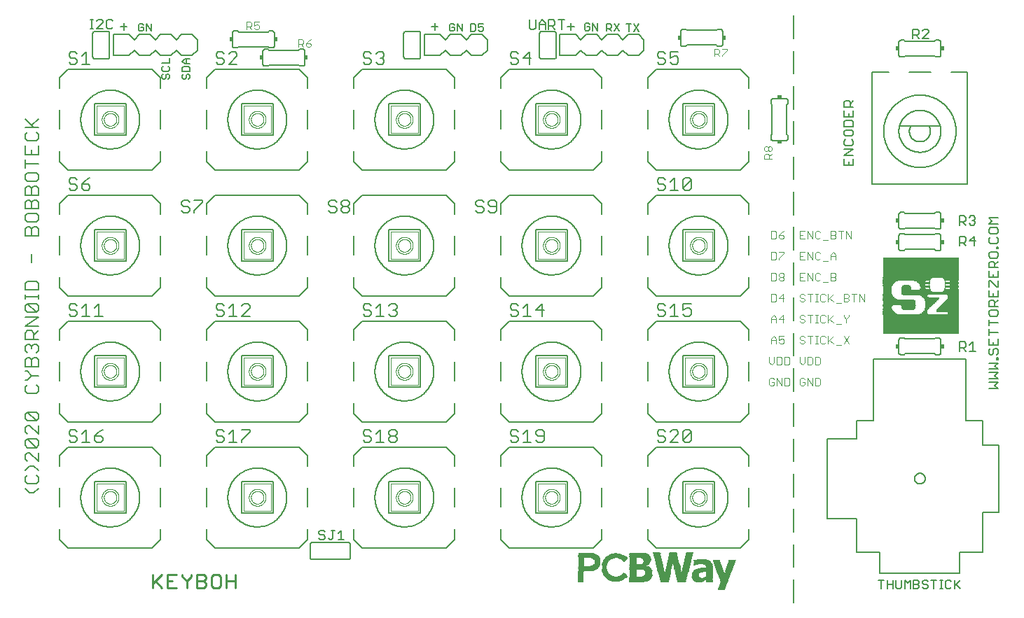
<source format=gbr>
G04 EAGLE Gerber RS-274X export*
G75*
%MOMM*%
%FSLAX34Y34*%
%LPD*%
%INSilkscreen Top*%
%IPPOS*%
%AMOC8*
5,1,8,0,0,1.08239X$1,22.5*%
G01*
%ADD10C,0.203200*%
%ADD11R,9.144000X0.007619*%
%ADD12R,1.882138X0.007619*%
%ADD13R,1.165856X0.007619*%
%ADD14R,1.432556X0.007619*%
%ADD15R,1.821175X0.007619*%
%ADD16R,1.082037X0.007619*%
%ADD17R,1.409700X0.007619*%
%ADD18R,1.790700X0.007619*%
%ADD19R,1.021081X0.007619*%
%ADD20R,1.386838X0.007619*%
%ADD21R,1.760219X0.007619*%
%ADD22R,0.982975X0.007619*%
%ADD23R,1.371600X0.007619*%
%ADD24R,1.737356X0.007619*%
%ADD25R,0.944875X0.007619*%
%ADD26R,1.363981X0.007619*%
%ADD27R,1.714500X0.007619*%
%ADD28R,0.914400X0.007619*%
%ADD29R,1.356356X0.007619*%
%ADD30R,1.691638X0.007619*%
%ADD31R,0.891538X0.007619*%
%ADD32R,1.341119X0.007619*%
%ADD33R,1.668775X0.007619*%
%ADD34R,0.861056X0.007619*%
%ADD35R,1.653538X0.007619*%
%ADD36R,0.838200X0.007619*%
%ADD37R,1.333500X0.007619*%
%ADD38R,1.638300X0.007619*%
%ADD39R,0.822956X0.007619*%
%ADD40R,1.325881X0.007619*%
%ADD41R,1.623056X0.007619*%
%ADD42R,0.800100X0.007619*%
%ADD43R,1.318256X0.007619*%
%ADD44R,1.607819X0.007619*%
%ADD45R,0.777238X0.007619*%
%ADD46R,1.592575X0.007619*%
%ADD47R,0.762000X0.007619*%
%ADD48R,1.310638X0.007619*%
%ADD49R,1.584956X0.007619*%
%ADD50R,0.746756X0.007619*%
%ADD51R,1.569719X0.007619*%
%ADD52R,0.731519X0.007619*%
%ADD53R,1.303019X0.007619*%
%ADD54R,1.554475X0.007619*%
%ADD55R,0.716281X0.007619*%
%ADD56R,1.546856X0.007619*%
%ADD57R,0.708663X0.007619*%
%ADD58R,1.295400X0.007619*%
%ADD59R,1.531619X0.007619*%
%ADD60R,0.693419X0.007619*%
%ADD61R,1.524000X0.007619*%
%ADD62R,0.678175X0.007619*%
%ADD63R,1.508756X0.007619*%
%ADD64R,0.662938X0.007619*%
%ADD65R,1.501138X0.007619*%
%ADD66R,0.655319X0.007619*%
%ADD67R,1.485900X0.007619*%
%ADD68R,0.640075X0.007619*%
%ADD69R,1.478275X0.007619*%
%ADD70R,0.632456X0.007619*%
%ADD71R,1.470656X0.007619*%
%ADD72R,0.624838X0.007619*%
%ADD73R,1.455419X0.007619*%
%ADD74R,0.617219X0.007619*%
%ADD75R,1.447800X0.007619*%
%ADD76R,0.601975X0.007619*%
%ADD77R,1.440175X0.007619*%
%ADD78R,0.594356X0.007619*%
%ADD79R,0.586738X0.007619*%
%ADD80R,1.424937X0.007619*%
%ADD81R,0.579119X0.007619*%
%ADD82R,0.571500X0.007619*%
%ADD83R,1.402075X0.007619*%
%ADD84R,0.563875X0.007619*%
%ADD85R,1.394456X0.007619*%
%ADD86R,0.548638X0.007619*%
%ADD87R,0.541019X0.007619*%
%ADD88R,1.379219X0.007619*%
%ADD89R,0.533400X0.007619*%
%ADD90R,0.525781X0.007619*%
%ADD91R,1.363975X0.007619*%
%ADD92R,0.518156X0.007619*%
%ADD93R,0.502919X0.007619*%
%ADD94R,1.348738X0.007619*%
%ADD95R,0.495300X0.007619*%
%ADD96R,0.487681X0.007619*%
%ADD97R,1.325875X0.007619*%
%ADD98R,0.480056X0.007619*%
%ADD99R,0.472438X0.007619*%
%ADD100R,0.464819X0.007619*%
%ADD101R,0.457200X0.007619*%
%ADD102R,0.449581X0.007619*%
%ADD103R,0.441956X0.007619*%
%ADD104R,1.287775X0.007619*%
%ADD105R,0.434338X0.007619*%
%ADD106R,2.590800X0.007619*%
%ADD107R,1.280156X0.007619*%
%ADD108R,0.426719X0.007619*%
%ADD109R,2.636519X0.007619*%
%ADD110R,1.272538X0.007619*%
%ADD111R,2.659381X0.007619*%
%ADD112R,1.264919X0.007619*%
%ADD113R,0.419100X0.007619*%
%ADD114R,2.674619X0.007619*%
%ADD115R,2.689856X0.007619*%
%ADD116R,1.257300X0.007619*%
%ADD117R,0.411475X0.007619*%
%ADD118R,2.705100X0.007619*%
%ADD119R,1.249675X0.007619*%
%ADD120R,0.403856X0.007619*%
%ADD121R,2.712719X0.007619*%
%ADD122R,1.242056X0.007619*%
%ADD123R,2.720338X0.007619*%
%ADD124R,0.396238X0.007619*%
%ADD125R,1.234438X0.007619*%
%ADD126R,0.388619X0.007619*%
%ADD127R,1.226819X0.007619*%
%ADD128R,0.381000X0.007619*%
%ADD129R,2.727956X0.007619*%
%ADD130R,1.219200X0.007619*%
%ADD131R,1.211575X0.007619*%
%ADD132R,0.373381X0.007619*%
%ADD133R,1.203956X0.007619*%
%ADD134R,0.365762X0.007619*%
%ADD135R,1.196338X0.007619*%
%ADD136R,0.365756X0.007619*%
%ADD137R,1.188719X0.007619*%
%ADD138R,1.181100X0.007619*%
%ADD139R,0.358137X0.007619*%
%ADD140R,1.173475X0.007619*%
%ADD141R,2.697481X0.007619*%
%ADD142R,1.158238X0.007619*%
%ADD143R,0.350519X0.007619*%
%ADD144R,2.682238X0.007619*%
%ADD145R,1.150619X0.007619*%
%ADD146R,1.143000X0.007619*%
%ADD147R,2.667000X0.007619*%
%ADD148R,2.651756X0.007619*%
%ADD149R,1.135375X0.007619*%
%ADD150R,2.644138X0.007619*%
%ADD151R,1.127756X0.007619*%
%ADD152R,2.628900X0.007619*%
%ADD153R,2.621281X0.007619*%
%ADD154R,1.120138X0.007619*%
%ADD155R,1.417319X0.007619*%
%ADD156R,0.373375X0.007619*%
%ADD157R,2.613656X0.007619*%
%ADD158R,2.606038X0.007619*%
%ADD159R,1.463037X0.007619*%
%ADD160R,2.598419X0.007619*%
%ADD161R,1.112519X0.007619*%
%ADD162R,1.493519X0.007619*%
%ADD163R,2.583181X0.007619*%
%ADD164R,2.575556X0.007619*%
%ADD165R,1.104900X0.007619*%
%ADD166R,2.567938X0.007619*%
%ADD167R,1.562100X0.007619*%
%ADD168R,2.560319X0.007619*%
%ADD169R,0.411481X0.007619*%
%ADD170R,2.552700X0.007619*%
%ADD171R,1.097275X0.007619*%
%ADD172R,1.577338X0.007619*%
%ADD173R,2.545081X0.007619*%
%ADD174R,2.537456X0.007619*%
%ADD175R,2.529838X0.007619*%
%ADD176R,1.615438X0.007619*%
%ADD177R,2.522219X0.007619*%
%ADD178R,1.089656X0.007619*%
%ADD179R,0.441963X0.007619*%
%ADD180R,2.514600X0.007619*%
%ADD181R,1.630675X0.007619*%
%ADD182R,2.506981X0.007619*%
%ADD183R,2.499356X0.007619*%
%ADD184R,1.645919X0.007619*%
%ADD185R,2.491738X0.007619*%
%ADD186R,1.661156X0.007619*%
%ADD187R,2.484119X0.007619*%
%ADD188R,2.476500X0.007619*%
%ADD189R,0.487675X0.007619*%
%ADD190R,2.468881X0.007619*%
%ADD191R,1.668781X0.007619*%
%ADD192R,2.461256X0.007619*%
%ADD193R,1.676400X0.007619*%
%ADD194R,2.453638X0.007619*%
%ADD195R,2.446019X0.007619*%
%ADD196R,1.684019X0.007619*%
%ADD197R,0.510537X0.007619*%
%ADD198R,2.430781X0.007619*%
%ADD199R,1.074419X0.007619*%
%ADD200R,2.423156X0.007619*%
%ADD201R,2.415538X0.007619*%
%ADD202R,1.699256X0.007619*%
%ADD203R,2.407919X0.007619*%
%ADD204R,1.706875X0.007619*%
%ADD205R,2.400300X0.007619*%
%ADD206R,2.392681X0.007619*%
%ADD207R,2.385056X0.007619*%
%ADD208R,0.556256X0.007619*%
%ADD209R,2.377438X0.007619*%
%ADD210R,2.369819X0.007619*%
%ADD211R,2.362200X0.007619*%
%ADD212R,2.354581X0.007619*%
%ADD213R,1.722119X0.007619*%
%ADD214R,2.346956X0.007619*%
%ADD215R,2.339338X0.007619*%
%ADD216R,2.331719X0.007619*%
%ADD217R,1.729738X0.007619*%
%ADD218R,2.324100X0.007619*%
%ADD219R,2.316481X0.007619*%
%ADD220R,2.308856X0.007619*%
%ADD221R,2.301238X0.007619*%
%ADD222R,0.647700X0.007619*%
%ADD223R,2.293619X0.007619*%
%ADD224R,2.286000X0.007619*%
%ADD225R,2.278381X0.007619*%
%ADD226R,1.744975X0.007619*%
%ADD227R,0.670556X0.007619*%
%ADD228R,2.270756X0.007619*%
%ADD229R,2.255519X0.007619*%
%ADD230R,0.685800X0.007619*%
%ADD231R,2.247900X0.007619*%
%ADD232R,1.752600X0.007619*%
%ADD233R,2.240281X0.007619*%
%ADD234R,0.701037X0.007619*%
%ADD235R,2.232656X0.007619*%
%ADD236R,0.708656X0.007619*%
%ADD237R,2.225038X0.007619*%
%ADD238R,0.716275X0.007619*%
%ADD239R,2.217419X0.007619*%
%ADD240R,0.723900X0.007619*%
%ADD241R,2.209800X0.007619*%
%ADD242R,2.202181X0.007619*%
%ADD243R,0.739138X0.007619*%
%ADD244R,2.194556X0.007619*%
%ADD245R,1.767838X0.007619*%
%ADD246R,2.186937X0.007619*%
%ADD247R,0.754375X0.007619*%
%ADD248R,2.179319X0.007619*%
%ADD249R,1.775456X0.007619*%
%ADD250R,2.171700X0.007619*%
%ADD251R,0.769619X0.007619*%
%ADD252R,2.164081X0.007619*%
%ADD253R,1.783075X0.007619*%
%ADD254R,2.156456X0.007619*%
%ADD255R,0.792475X0.007619*%
%ADD256R,2.148837X0.007619*%
%ADD257R,2.141219X0.007619*%
%ADD258R,1.798319X0.007619*%
%ADD259R,0.807719X0.007619*%
%ADD260R,2.133600X0.007619*%
%ADD261R,1.805938X0.007619*%
%ADD262R,0.815338X0.007619*%
%ADD263R,2.125981X0.007619*%
%ADD264R,1.813556X0.007619*%
%ADD265R,2.118356X0.007619*%
%ADD266R,0.830575X0.007619*%
%ADD267R,2.110737X0.007619*%
%ADD268R,1.828800X0.007619*%
%ADD269R,2.103119X0.007619*%
%ADD270R,1.836419X0.007619*%
%ADD271R,0.845819X0.007619*%
%ADD272R,2.095500X0.007619*%
%ADD273R,1.844037X0.007619*%
%ADD274R,0.853438X0.007619*%
%ADD275R,2.080256X0.007619*%
%ADD276R,1.859275X0.007619*%
%ADD277R,2.072637X0.007619*%
%ADD278R,1.874519X0.007619*%
%ADD279R,0.868675X0.007619*%
%ADD280R,2.065019X0.007619*%
%ADD281R,1.889756X0.007619*%
%ADD282R,0.876300X0.007619*%
%ADD283R,2.057400X0.007619*%
%ADD284R,1.912619X0.007619*%
%ADD285R,0.883919X0.007619*%
%ADD286R,2.049781X0.007619*%
%ADD287R,1.935475X0.007619*%
%ADD288R,2.042156X0.007619*%
%ADD289R,3.954775X0.007619*%
%ADD290R,0.899156X0.007619*%
%ADD291R,2.034537X0.007619*%
%ADD292R,0.906775X0.007619*%
%ADD293R,2.026919X0.007619*%
%ADD294R,2.019300X0.007619*%
%ADD295R,0.922019X0.007619*%
%ADD296R,2.011681X0.007619*%
%ADD297R,0.929638X0.007619*%
%ADD298R,2.004056X0.007619*%
%ADD299R,0.937256X0.007619*%
%ADD300R,1.996438X0.007619*%
%ADD301R,1.988819X0.007619*%
%ADD302R,0.960119X0.007619*%
%ADD303R,1.981200X0.007619*%
%ADD304R,0.967738X0.007619*%
%ADD305R,1.973581X0.007619*%
%ADD306R,0.975356X0.007619*%
%ADD307R,1.965956X0.007619*%
%ADD308R,1.958338X0.007619*%
%ADD309R,0.990600X0.007619*%
%ADD310R,1.950719X0.007619*%
%ADD311R,0.998219X0.007619*%
%ADD312R,1.943100X0.007619*%
%ADD313R,1.005837X0.007619*%
%ADD314R,1.935481X0.007619*%
%ADD315R,1.013456X0.007619*%
%ADD316R,1.927856X0.007619*%
%ADD317R,1.021075X0.007619*%
%ADD318R,1.028700X0.007619*%
%ADD319R,1.905000X0.007619*%
%ADD320R,1.036319X0.007619*%
%ADD321R,1.897381X0.007619*%
%ADD322R,1.043937X0.007619*%
%ADD323R,1.051556X0.007619*%
%ADD324R,1.059175X0.007619*%
%ADD325R,1.066800X0.007619*%
%ADD326R,1.866900X0.007619*%
%ADD327R,1.859281X0.007619*%
%ADD328R,1.851656X0.007619*%
%ADD329R,1.821181X0.007619*%
%ADD330R,1.783081X0.007619*%
%ADD331R,1.706881X0.007619*%
%ADD332R,3.947156X0.007619*%
%ADD333R,1.287781X0.007619*%
%ADD334R,3.939538X0.007619*%
%ADD335R,1.630681X0.007619*%
%ADD336R,3.931919X0.007619*%
%ADD337R,3.924300X0.007619*%
%ADD338R,1.600200X0.007619*%
%ADD339R,1.592581X0.007619*%
%ADD340R,3.916675X0.007619*%
%ADD341R,3.909056X0.007619*%
%ADD342R,1.394463X0.007619*%
%ADD343R,3.901438X0.007619*%
%ADD344R,1.402081X0.007619*%
%ADD345R,1.554481X0.007619*%
%ADD346R,3.893819X0.007619*%
%ADD347R,1.539238X0.007619*%
%ADD348R,3.886200X0.007619*%
%ADD349R,3.878575X0.007619*%
%ADD350R,1.440181X0.007619*%
%ADD351R,3.870956X0.007619*%
%ADD352R,1.516381X0.007619*%
%ADD353R,3.863338X0.007619*%
%ADD354R,3.855719X0.007619*%
%ADD355R,3.848100X0.007619*%
%ADD356R,3.832856X0.007619*%
%ADD357R,3.825238X0.007619*%
%ADD358R,1.478281X0.007619*%
%ADD359R,3.810000X0.007619*%
%ADD360R,3.794756X0.007619*%
%ADD361R,3.779519X0.007619*%
%ADD362R,3.756656X0.007619*%
%ADD363R,3.726175X0.007619*%
%ADD364R,1.516375X0.007619*%
%ADD365R,0.632463X0.007619*%
%ADD366R,0.609600X0.007619*%
%ADD367R,0.640081X0.007619*%
%ADD368R,0.784856X0.007619*%
%ADD369R,0.899163X0.007619*%
%ADD370R,2.918456X0.007619*%
%ADD371R,2.956562X0.007619*%
%ADD372R,2.987038X0.007619*%
%ADD373R,3.009900X0.007619*%
%ADD374R,3.040375X0.007619*%
%ADD375R,3.055619X0.007619*%
%ADD376R,3.086100X0.007619*%
%ADD377R,3.116581X0.007619*%
%ADD378R,6.812281X0.007619*%
%ADD379R,6.819900X0.007619*%
%ADD380R,6.827519X0.007619*%
%ADD381R,6.835138X0.007619*%
%ADD382R,6.842756X0.007619*%
%ADD383R,6.850381X0.007619*%
%ADD384R,6.858000X0.007619*%
%ADD385R,6.865619X0.007619*%
%ADD386R,6.873238X0.007619*%
%ADD387R,6.880856X0.007619*%
%ADD388R,6.888481X0.007619*%
%ADD389R,6.896100X0.007619*%
%ADD390R,6.903719X0.007619*%
%ADD391R,6.911338X0.007619*%
%ADD392R,3.878581X0.007619*%
%ADD393R,3.840481X0.007619*%
%ADD394R,3.817619X0.007619*%
%ADD395R,3.771900X0.007619*%
%ADD396R,3.741419X0.007619*%
%ADD397R,3.726181X0.007619*%
%ADD398R,3.710938X0.007619*%
%ADD399R,3.695700X0.007619*%
%ADD400R,3.688081X0.007619*%
%ADD401R,3.672837X0.007619*%
%ADD402R,3.665219X0.007619*%
%ADD403R,3.657600X0.007619*%
%ADD404R,3.642356X0.007619*%
%ADD405R,3.634737X0.007619*%
%ADD406R,3.627119X0.007619*%
%ADD407R,3.619500X0.007619*%
%ADD408R,3.611881X0.007619*%
%ADD409R,3.604256X0.007619*%
%ADD410R,3.596638X0.007619*%
%ADD411R,3.589019X0.007619*%
%ADD412R,3.581400X0.007619*%
%ADD413R,3.573781X0.007619*%
%ADD414R,3.566156X0.007619*%
%ADD415R,3.558538X0.007619*%
%ADD416R,1.744981X0.007619*%
%ADD417R,3.550919X0.007619*%
%ADD418R,3.543300X0.007619*%
%ADD419R,3.535681X0.007619*%
%ADD420R,3.528056X0.007619*%
%ADD421R,1.318263X0.007619*%
%ADD422R,1.249681X0.007619*%
%ADD423R,0.076200X0.007619*%
%ADD424R,0.068575X0.007619*%
%ADD425R,1.211581X0.007619*%
%ADD426R,0.060956X0.007619*%
%ADD427R,0.053338X0.007619*%
%ADD428R,0.601981X0.007619*%
%ADD429R,0.594363X0.007619*%
%ADD430R,0.045719X0.007619*%
%ADD431R,1.173481X0.007619*%
%ADD432R,0.038100X0.007619*%
%ADD433R,1.135381X0.007619*%
%ADD434R,1.127763X0.007619*%
%ADD435R,1.051562X0.007619*%
%ADD436R,0.982981X0.007619*%
%ADD437R,0.952500X0.007619*%
%ADD438R,0.670563X0.007619*%
%ADD439R,0.678181X0.007619*%
%ADD440R,0.746762X0.007619*%
%ADD441R,0.754381X0.007619*%
%ADD442R,1.013463X0.007619*%
%ADD443R,1.089662X0.007619*%
%ADD444R,1.165863X0.007619*%
%ADD445R,1.242063X0.007619*%
%ADD446R,5.120637X0.007619*%
%ADD447R,5.715000X0.007619*%
%ADD448R,5.722619X0.007619*%
%ADD449R,5.730238X0.007619*%
%ADD450R,5.737856X0.007619*%
%ADD451R,5.745475X0.007619*%
%ADD452R,5.753100X0.007619*%
%ADD453R,5.760719X0.007619*%
%ADD454R,5.768338X0.007619*%
%ADD455R,5.775956X0.007619*%
%ADD456R,5.783575X0.007619*%
%ADD457R,5.791200X0.007619*%
%ADD458R,5.798819X0.007619*%
%ADD459R,5.806438X0.007619*%
%ADD460R,5.814056X0.007619*%
%ADD461R,5.821675X0.007619*%
%ADD462R,5.829300X0.007619*%
%ADD463R,5.836919X0.007619*%
%ADD464R,5.844538X0.007619*%
%ADD465R,5.852156X0.007619*%
%ADD466R,5.859775X0.007619*%
%ADD467R,5.867400X0.007619*%
%ADD468R,5.875019X0.007619*%
%ADD469R,5.890256X0.007619*%
%ADD470R,5.897875X0.007619*%
%ADD471R,5.905500X0.007619*%
%ADD472R,5.920738X0.007619*%
%ADD473R,5.928356X0.007619*%
%ADD474R,5.943600X0.007619*%
%ADD475R,5.958838X0.007619*%
%ADD476R,5.974075X0.007619*%
%ADD477R,5.989319X0.007619*%
%ADD478R,6.004556X0.007619*%
%ADD479R,6.027419X0.007619*%
%ADD480R,6.042656X0.007619*%
%ADD481R,6.073138X0.007619*%
%ADD482R,6.103619X0.007619*%
%ADD483R,6.156956X0.007619*%
%ADD484C,0.279400*%
%ADD485C,0.101600*%
%ADD486C,0.127000*%
%ADD487R,0.894081X0.040638*%
%ADD488R,0.853438X0.040638*%
%ADD489R,0.812800X0.040638*%
%ADD490R,0.650238X0.040638*%
%ADD491R,1.788156X0.040638*%
%ADD492R,0.975363X0.040638*%
%ADD493R,0.975356X0.040638*%
%ADD494R,1.991356X0.040638*%
%ADD495R,1.016000X0.040638*%
%ADD496R,0.406400X0.040638*%
%ADD497R,2.153919X0.040638*%
%ADD498R,1.097281X0.040638*%
%ADD499R,0.894075X0.040638*%
%ADD500R,2.235200X0.040638*%
%ADD501R,1.056638X0.040638*%
%ADD502R,1.219200X0.040638*%
%ADD503R,0.934719X0.040638*%
%ADD504R,2.316475X0.040638*%
%ADD505R,1.341119X0.040638*%
%ADD506R,1.463037X0.040638*%
%ADD507R,2.357119X0.040638*%
%ADD508R,1.381756X0.040638*%
%ADD509R,1.625600X0.040638*%
%ADD510R,2.438400X0.040638*%
%ADD511R,2.479038X0.040638*%
%ADD512R,1.137919X0.040638*%
%ADD513R,2.397756X0.040638*%
%ADD514R,1.950719X0.040638*%
%ADD515R,2.519675X0.040638*%
%ADD516R,2.032000X0.040638*%
%ADD517R,2.560319X0.040638*%
%ADD518R,2.194556X0.040638*%
%ADD519R,2.600956X0.040638*%
%ADD520R,1.178562X0.040638*%
%ADD521R,2.275838X0.040638*%
%ADD522R,2.641600X0.040638*%
%ADD523R,1.178556X0.040638*%
%ADD524R,2.682238X0.040638*%
%ADD525R,2.722875X0.040638*%
%ADD526R,1.259838X0.040638*%
%ADD527R,1.300481X0.040638*%
%ADD528R,1.300475X0.040638*%
%ADD529R,0.731519X0.040638*%
%ADD530R,1.381763X0.040638*%
%ADD531R,0.609600X0.040638*%
%ADD532R,1.422400X0.040638*%
%ADD533R,0.528319X0.040638*%
%ADD534R,0.772156X0.040638*%
%ADD535R,0.447038X0.040638*%
%ADD536R,1.503681X0.040638*%
%ADD537R,0.772163X0.040638*%
%ADD538R,0.365756X0.040638*%
%ADD539R,0.284475X0.040638*%
%ADD540R,1.544319X0.040638*%
%ADD541R,0.203200X0.040638*%
%ADD542R,0.690875X0.040638*%
%ADD543R,0.081281X0.040638*%
%ADD544R,1.503675X0.040638*%
%ADD545R,0.690881X0.040638*%
%ADD546R,1.584956X0.040638*%
%ADD547R,1.910081X0.040638*%
%ADD548R,2.113281X0.040638*%
%ADD549R,1.097275X0.040638*%
%ADD550R,2.072637X0.040638*%
%ADD551R,2.316481X0.040638*%
%ADD552R,0.568956X0.040638*%
%ADD553R,1.869438X0.040638*%
%ADD554R,1.747519X0.040638*%
%ADD555R,2.519681X0.040638*%
%ADD556R,2.113275X0.040638*%
%ADD557R,0.162562X0.040638*%
%ADD558R,0.284481X0.040638*%
%ADD559R,2.194562X0.040638*%
%ADD560R,0.040638X0.040638*%
%ADD561R,0.121919X0.040638*%
%ADD562R,1.991363X0.040638*%
%ADD563R,1.788163X0.040638*%
%ADD564R,0.568963X0.040638*%
%ADD565R,1.910075X0.040638*%
%ADD566C,0.177800*%
%ADD567C,0.152400*%
%ADD568C,0.050800*%
%ADD569R,0.381000X0.508000*%
%ADD570R,0.508000X0.381000*%


D10*
X940000Y710000D02*
X940000Y682353D01*
X940000Y667353D02*
X940000Y639706D01*
X940000Y624706D02*
X940000Y597059D01*
X940000Y582059D02*
X940000Y554412D01*
X940000Y539412D02*
X940000Y511765D01*
X940000Y496765D02*
X940000Y469118D01*
X940000Y454118D02*
X940000Y426471D01*
X940000Y411471D02*
X940000Y383824D01*
X940000Y368824D02*
X940000Y341176D01*
X940000Y326176D02*
X940000Y298529D01*
X940000Y283529D02*
X940000Y255882D01*
X940000Y240882D02*
X940000Y213235D01*
X940000Y198235D02*
X940000Y170588D01*
X940000Y155588D02*
X940000Y127941D01*
X940000Y112941D02*
X940000Y85294D01*
X940000Y70294D02*
X940000Y42647D01*
X940000Y27647D02*
X940000Y0D01*
D11*
X1094118Y324764D03*
X1094118Y324841D03*
X1094118Y324917D03*
X1094118Y324993D03*
X1094118Y325069D03*
X1094118Y325145D03*
X1094118Y325222D03*
X1094118Y325298D03*
X1094118Y325374D03*
X1094118Y325450D03*
X1094118Y325526D03*
X1094118Y325603D03*
X1094118Y325679D03*
X1094118Y325755D03*
X1094118Y325831D03*
X1094118Y325907D03*
X1094118Y325984D03*
X1094118Y326060D03*
X1094118Y326136D03*
X1094118Y326212D03*
X1094118Y326288D03*
X1094118Y326365D03*
X1094118Y326441D03*
X1094118Y326517D03*
X1094118Y326593D03*
X1094118Y326669D03*
X1094118Y326746D03*
X1094118Y326822D03*
X1094118Y326898D03*
X1094118Y326974D03*
X1094118Y327050D03*
X1094118Y327127D03*
X1094118Y327203D03*
X1094118Y327279D03*
X1094118Y327355D03*
X1094118Y327431D03*
X1094118Y327508D03*
X1094118Y327584D03*
X1094118Y327660D03*
X1094118Y327736D03*
X1094118Y327812D03*
X1094118Y327889D03*
X1094118Y327965D03*
X1094118Y328041D03*
X1094118Y328117D03*
X1094118Y328193D03*
X1094118Y328270D03*
X1094118Y328346D03*
X1094118Y328422D03*
X1094118Y328498D03*
X1094118Y328574D03*
X1094118Y328651D03*
X1094118Y328727D03*
X1094118Y328803D03*
X1094118Y328879D03*
X1094118Y328955D03*
X1094118Y329032D03*
X1094118Y329108D03*
X1094118Y329184D03*
X1094118Y329260D03*
X1094118Y329336D03*
X1094118Y329413D03*
X1094118Y329489D03*
X1094118Y329565D03*
X1094118Y329641D03*
X1094118Y329717D03*
X1094118Y329794D03*
X1094118Y329870D03*
X1094118Y329946D03*
X1094118Y330022D03*
X1094118Y330098D03*
X1094118Y330175D03*
X1094118Y330251D03*
X1094118Y330327D03*
X1094118Y330403D03*
X1094118Y330479D03*
X1094118Y330556D03*
X1094118Y330632D03*
X1094118Y330708D03*
X1094118Y330784D03*
X1094118Y330860D03*
X1094118Y330937D03*
X1094118Y331013D03*
X1094118Y331089D03*
X1094118Y331165D03*
X1094118Y331241D03*
X1094118Y331318D03*
X1094118Y331394D03*
X1094118Y331470D03*
X1094118Y331546D03*
X1094118Y331622D03*
X1094118Y331699D03*
X1094118Y331775D03*
X1094118Y331851D03*
X1094118Y331927D03*
X1094118Y332003D03*
X1094118Y332080D03*
X1094118Y332156D03*
X1094118Y332232D03*
X1094118Y332308D03*
X1094118Y332384D03*
X1094118Y332461D03*
X1094118Y332537D03*
X1094118Y332613D03*
X1094118Y332689D03*
X1094118Y332765D03*
X1094118Y332842D03*
X1094118Y332918D03*
X1094118Y332994D03*
X1094118Y333070D03*
X1094118Y333146D03*
X1094118Y333223D03*
X1094118Y333299D03*
X1094118Y333375D03*
X1094118Y333451D03*
X1094118Y333527D03*
X1094118Y333604D03*
X1094118Y333680D03*
X1094118Y333756D03*
X1094118Y333832D03*
X1094118Y333908D03*
X1094118Y333985D03*
X1094118Y334061D03*
X1094118Y334137D03*
X1094118Y334213D03*
X1094118Y334289D03*
X1094118Y334366D03*
X1094118Y334442D03*
X1094118Y334518D03*
X1094118Y334594D03*
X1094118Y334670D03*
X1094118Y334747D03*
X1094118Y334823D03*
X1094118Y334899D03*
X1094118Y334975D03*
X1094118Y335051D03*
X1094118Y335128D03*
X1094118Y335204D03*
X1094118Y335280D03*
X1094118Y335356D03*
X1094118Y335432D03*
X1094118Y335509D03*
X1094118Y335585D03*
X1094118Y335661D03*
X1094118Y335737D03*
X1094118Y335813D03*
X1094118Y335890D03*
X1094118Y335966D03*
X1094118Y336042D03*
X1094118Y336118D03*
X1094118Y336194D03*
X1094118Y336271D03*
X1094118Y336347D03*
X1094118Y336423D03*
X1094118Y336499D03*
X1094118Y336575D03*
X1094118Y336652D03*
X1094118Y336728D03*
X1094118Y336804D03*
X1094118Y336880D03*
X1094118Y336956D03*
X1094118Y337033D03*
X1094118Y337109D03*
X1094118Y337185D03*
X1094118Y337261D03*
X1094118Y337337D03*
X1094118Y337414D03*
X1094118Y337490D03*
X1094118Y337566D03*
X1094118Y337642D03*
X1094118Y337718D03*
X1094118Y337795D03*
X1094118Y337871D03*
X1094118Y337947D03*
X1094118Y338023D03*
X1094118Y338099D03*
X1094118Y338176D03*
X1094118Y338252D03*
X1094118Y338328D03*
X1094118Y338404D03*
X1094118Y338480D03*
X1094118Y338557D03*
X1094118Y338633D03*
X1094118Y338709D03*
X1094118Y338785D03*
X1094118Y338861D03*
X1094118Y338938D03*
X1094118Y339014D03*
X1094118Y339090D03*
X1094118Y339166D03*
X1094118Y339242D03*
X1094118Y339319D03*
X1094118Y339395D03*
X1094118Y339471D03*
X1094118Y339547D03*
X1094118Y339623D03*
X1094118Y339700D03*
X1094118Y339776D03*
X1094118Y339852D03*
X1094118Y339928D03*
X1094118Y340004D03*
X1094118Y340081D03*
X1094118Y340157D03*
X1094118Y340233D03*
X1094118Y340309D03*
X1094118Y340385D03*
X1094118Y340462D03*
X1094118Y340538D03*
X1094118Y340614D03*
X1094118Y340690D03*
X1094118Y340766D03*
X1094118Y340843D03*
X1094118Y340919D03*
X1094118Y340995D03*
X1094118Y341071D03*
X1094118Y341147D03*
X1094118Y341224D03*
X1094118Y341300D03*
X1094118Y341376D03*
X1094118Y341452D03*
X1094118Y341528D03*
X1094118Y341605D03*
X1094118Y341681D03*
X1094118Y341757D03*
X1094118Y341833D03*
X1094118Y341909D03*
X1094118Y341986D03*
X1094118Y342062D03*
X1094118Y342138D03*
X1094118Y342214D03*
X1094118Y342290D03*
X1094118Y342367D03*
X1094118Y342443D03*
X1094118Y342519D03*
X1094118Y342595D03*
X1094118Y342671D03*
X1094118Y342748D03*
X1094118Y342824D03*
X1094118Y342900D03*
X1094118Y342976D03*
X1094118Y343052D03*
X1094118Y343129D03*
X1094118Y343205D03*
X1094118Y343281D03*
X1094118Y343357D03*
X1094118Y343433D03*
X1094118Y343510D03*
X1094118Y343586D03*
X1094118Y343662D03*
X1094118Y343738D03*
X1094118Y343814D03*
X1094118Y343891D03*
X1094118Y343967D03*
X1094118Y344043D03*
X1094118Y344119D03*
X1094118Y344195D03*
X1094118Y344272D03*
X1094118Y344348D03*
X1094118Y344424D03*
X1094118Y344500D03*
X1094118Y344576D03*
X1094118Y344653D03*
X1094118Y344729D03*
X1094118Y344805D03*
X1094118Y344881D03*
X1094118Y344957D03*
X1094118Y345034D03*
X1094118Y345110D03*
X1094118Y345186D03*
X1094118Y345262D03*
X1094118Y345338D03*
X1094118Y345415D03*
X1094118Y345491D03*
X1094118Y345567D03*
X1094118Y345643D03*
X1094118Y345719D03*
X1094118Y345796D03*
X1094118Y345872D03*
X1094118Y345948D03*
X1094118Y346024D03*
X1094118Y346100D03*
X1094118Y346177D03*
X1094118Y346253D03*
X1094118Y346329D03*
X1094118Y346405D03*
X1094118Y346481D03*
X1094118Y346558D03*
X1094118Y346634D03*
X1094118Y346710D03*
X1094118Y346786D03*
X1094118Y346862D03*
X1094118Y346939D03*
X1094118Y347015D03*
X1094118Y347091D03*
X1094118Y347167D03*
X1094118Y347243D03*
X1094118Y347320D03*
X1094118Y347396D03*
X1094118Y347472D03*
X1094118Y347548D03*
X1094118Y347624D03*
X1094118Y347701D03*
X1094118Y347777D03*
X1094118Y347853D03*
X1094118Y347929D03*
D12*
X1057808Y348005D03*
D13*
X1097356Y348005D03*
D14*
X1132675Y348005D03*
D15*
X1057504Y348082D03*
D16*
X1097470Y348082D03*
D17*
X1132789Y348082D03*
D18*
X1057351Y348158D03*
D19*
X1097547Y348158D03*
D20*
X1132903Y348158D03*
D21*
X1057199Y348234D03*
D22*
X1097661Y348234D03*
D23*
X1132980Y348234D03*
D24*
X1057084Y348310D03*
D25*
X1097699Y348310D03*
D26*
X1133018Y348310D03*
D27*
X1056970Y348386D03*
D28*
X1097775Y348386D03*
D29*
X1133056Y348386D03*
D30*
X1056856Y348463D03*
D31*
X1097813Y348463D03*
D32*
X1133132Y348463D03*
D33*
X1056742Y348539D03*
D34*
X1097890Y348539D03*
D32*
X1133132Y348539D03*
D35*
X1056665Y348615D03*
D36*
X1097928Y348615D03*
D37*
X1133170Y348615D03*
D38*
X1056589Y348691D03*
D39*
X1098004Y348691D03*
D40*
X1133208Y348691D03*
D41*
X1056513Y348767D03*
D42*
X1098042Y348767D03*
D43*
X1133246Y348767D03*
D44*
X1056437Y348844D03*
D45*
X1098080Y348844D03*
D43*
X1133246Y348844D03*
D46*
X1056361Y348920D03*
D47*
X1098156Y348920D03*
D48*
X1133284Y348920D03*
D49*
X1056322Y348996D03*
D50*
X1098232Y348996D03*
D48*
X1133284Y348996D03*
D51*
X1056246Y349072D03*
D52*
X1098232Y349072D03*
D53*
X1133323Y349072D03*
D54*
X1056170Y349148D03*
D55*
X1098309Y349148D03*
D53*
X1133323Y349148D03*
D56*
X1056132Y349225D03*
D57*
X1098347Y349225D03*
D58*
X1133361Y349225D03*
D59*
X1056056Y349301D03*
D60*
X1098423Y349301D03*
D58*
X1133361Y349301D03*
D61*
X1056018Y349377D03*
D62*
X1098423Y349377D03*
D58*
X1133361Y349377D03*
D63*
X1055941Y349453D03*
D64*
X1098499Y349453D03*
D58*
X1133361Y349453D03*
D65*
X1055903Y349529D03*
D66*
X1098537Y349529D03*
D58*
X1133361Y349529D03*
D67*
X1055827Y349606D03*
D68*
X1098613Y349606D03*
D58*
X1133361Y349606D03*
D69*
X1055789Y349682D03*
D70*
X1098652Y349682D03*
D58*
X1133361Y349682D03*
D71*
X1055751Y349758D03*
D72*
X1098690Y349758D03*
D58*
X1133361Y349758D03*
D73*
X1055675Y349834D03*
D74*
X1098728Y349834D03*
D58*
X1133361Y349834D03*
D75*
X1055637Y349910D03*
D76*
X1098804Y349910D03*
D58*
X1133361Y349910D03*
D77*
X1055599Y349987D03*
D78*
X1098842Y349987D03*
D58*
X1133361Y349987D03*
D14*
X1055560Y350063D03*
D79*
X1098880Y350063D03*
D58*
X1133361Y350063D03*
D80*
X1055522Y350139D03*
D81*
X1098918Y350139D03*
D58*
X1133361Y350139D03*
D17*
X1055446Y350215D03*
D82*
X1098956Y350215D03*
D58*
X1133361Y350215D03*
D83*
X1055408Y350291D03*
D84*
X1098994Y350291D03*
D53*
X1133323Y350291D03*
D85*
X1055370Y350368D03*
D86*
X1098994Y350368D03*
D53*
X1133323Y350368D03*
D20*
X1055332Y350444D03*
D87*
X1099033Y350444D03*
D48*
X1133284Y350444D03*
D88*
X1055294Y350520D03*
D89*
X1099071Y350520D03*
D48*
X1133284Y350520D03*
D23*
X1055256Y350596D03*
D90*
X1099109Y350596D03*
D43*
X1133246Y350596D03*
D91*
X1055218Y350672D03*
D92*
X1099147Y350672D03*
D43*
X1133246Y350672D03*
D29*
X1055179Y350749D03*
D93*
X1099223Y350749D03*
D40*
X1133208Y350749D03*
D94*
X1055141Y350825D03*
D93*
X1099223Y350825D03*
D37*
X1133170Y350825D03*
D32*
X1055103Y350901D03*
D95*
X1099261Y350901D03*
D32*
X1133132Y350901D03*
D37*
X1055065Y350977D03*
D96*
X1099299Y350977D03*
D94*
X1133094Y350977D03*
D97*
X1055027Y351053D03*
D98*
X1099337Y351053D03*
D29*
X1133056Y351053D03*
D43*
X1054989Y351130D03*
D99*
X1099375Y351130D03*
D26*
X1133018Y351130D03*
D48*
X1054951Y351206D03*
D100*
X1099414Y351206D03*
D88*
X1132942Y351206D03*
D53*
X1054913Y351282D03*
D101*
X1099452Y351282D03*
D20*
X1132903Y351282D03*
D53*
X1054913Y351358D03*
D102*
X1099490Y351358D03*
D17*
X1132789Y351358D03*
D58*
X1054875Y351434D03*
D103*
X1099528Y351434D03*
D14*
X1132675Y351434D03*
D104*
X1054837Y351511D03*
D105*
X1099566Y351511D03*
D106*
X1126884Y351511D03*
D107*
X1054798Y351587D03*
D108*
X1099604Y351587D03*
D109*
X1126655Y351587D03*
D110*
X1054760Y351663D03*
D108*
X1099604Y351663D03*
D111*
X1126541Y351663D03*
D112*
X1054722Y351739D03*
D113*
X1099642Y351739D03*
D114*
X1126465Y351739D03*
D112*
X1054722Y351815D03*
D113*
X1099718Y351815D03*
D115*
X1126388Y351815D03*
D116*
X1054684Y351892D03*
D117*
X1099756Y351892D03*
D118*
X1126312Y351892D03*
D119*
X1054646Y351968D03*
D120*
X1099795Y351968D03*
D121*
X1126274Y351968D03*
D122*
X1054608Y352044D03*
D120*
X1099795Y352044D03*
D123*
X1126236Y352044D03*
D122*
X1054608Y352120D03*
D124*
X1099833Y352120D03*
D123*
X1126236Y352120D03*
D125*
X1054570Y352196D03*
D126*
X1099871Y352196D03*
D123*
X1126236Y352196D03*
D127*
X1054532Y352273D03*
D128*
X1099909Y352273D03*
D129*
X1126198Y352273D03*
D130*
X1054494Y352349D03*
D126*
X1099947Y352349D03*
D129*
X1126198Y352349D03*
D130*
X1054494Y352425D03*
D128*
X1099985Y352425D03*
D129*
X1126198Y352425D03*
D131*
X1054456Y352501D03*
D132*
X1100023Y352501D03*
D123*
X1126236Y352501D03*
D133*
X1054417Y352577D03*
D134*
X1100061Y352577D03*
D123*
X1126236Y352577D03*
D133*
X1054417Y352654D03*
D132*
X1100099Y352654D03*
D123*
X1126236Y352654D03*
D135*
X1054379Y352730D03*
D136*
X1100137Y352730D03*
D123*
X1126236Y352730D03*
D135*
X1054379Y352806D03*
D136*
X1100137Y352806D03*
D121*
X1126274Y352806D03*
D137*
X1054341Y352882D03*
D136*
X1100214Y352882D03*
D121*
X1126274Y352882D03*
D138*
X1054303Y352958D03*
D139*
X1100252Y352958D03*
D118*
X1126312Y352958D03*
D138*
X1054303Y353035D03*
D139*
X1100252Y353035D03*
D118*
X1126312Y353035D03*
D140*
X1054265Y353111D03*
D139*
X1100328Y353111D03*
D141*
X1126350Y353111D03*
D140*
X1054265Y353187D03*
D139*
X1100328Y353187D03*
D141*
X1126350Y353187D03*
D13*
X1054227Y353263D03*
D139*
X1100404Y353263D03*
D115*
X1126388Y353263D03*
D142*
X1054189Y353339D03*
D143*
X1100442Y353339D03*
D115*
X1126388Y353339D03*
D142*
X1054189Y353416D03*
D139*
X1100480Y353416D03*
D144*
X1126426Y353416D03*
D145*
X1054151Y353492D03*
D143*
X1100518Y353492D03*
D114*
X1126465Y353492D03*
D145*
X1054151Y353568D03*
D139*
X1100557Y353568D03*
D114*
X1126465Y353568D03*
D146*
X1054113Y353644D03*
D139*
X1100633Y353644D03*
D147*
X1126503Y353644D03*
D146*
X1054113Y353720D03*
D139*
X1100633Y353720D03*
D111*
X1126541Y353720D03*
D146*
X1054113Y353797D03*
D139*
X1100709Y353797D03*
D148*
X1126579Y353797D03*
D149*
X1054075Y353873D03*
D136*
X1100747Y353873D03*
D150*
X1126617Y353873D03*
D149*
X1054075Y353949D03*
D107*
X1079335Y353949D03*
D134*
X1100823Y353949D03*
D109*
X1126655Y353949D03*
D151*
X1054036Y354025D03*
D32*
X1079335Y354025D03*
D134*
X1100823Y354025D03*
D152*
X1126693Y354025D03*
D151*
X1054036Y354101D03*
D20*
X1079335Y354101D03*
D132*
X1100861Y354101D03*
D153*
X1126731Y354101D03*
D154*
X1053998Y354178D03*
D155*
X1079335Y354178D03*
D156*
X1100938Y354178D03*
D157*
X1126769Y354178D03*
D154*
X1053998Y354254D03*
D75*
X1079335Y354254D03*
D128*
X1100976Y354254D03*
D158*
X1126807Y354254D03*
D154*
X1053998Y354330D03*
D159*
X1079335Y354330D03*
D128*
X1101052Y354330D03*
D160*
X1126846Y354330D03*
D161*
X1053960Y354406D03*
D162*
X1079335Y354406D03*
D126*
X1101090Y354406D03*
D106*
X1126884Y354406D03*
D161*
X1053960Y354482D03*
D63*
X1079335Y354482D03*
D124*
X1101128Y354482D03*
D163*
X1126922Y354482D03*
D161*
X1053960Y354559D03*
D61*
X1079335Y354559D03*
D124*
X1101204Y354559D03*
D164*
X1126960Y354559D03*
D165*
X1053922Y354635D03*
D56*
X1079373Y354635D03*
D120*
X1101242Y354635D03*
D166*
X1126998Y354635D03*
D165*
X1053922Y354711D03*
D167*
X1079373Y354711D03*
D117*
X1101280Y354711D03*
D168*
X1127036Y354711D03*
D165*
X1053922Y354787D03*
D51*
X1079335Y354787D03*
D169*
X1101357Y354787D03*
D170*
X1127074Y354787D03*
D171*
X1053884Y354863D03*
D172*
X1079373Y354863D03*
D113*
X1101395Y354863D03*
D173*
X1127112Y354863D03*
D171*
X1053884Y354940D03*
D46*
X1079373Y354940D03*
D108*
X1101433Y354940D03*
D174*
X1127150Y354940D03*
D171*
X1053884Y355016D03*
D44*
X1079373Y355016D03*
D108*
X1101509Y355016D03*
D175*
X1127188Y355016D03*
D171*
X1053884Y355092D03*
D176*
X1079411Y355092D03*
D105*
X1101547Y355092D03*
D177*
X1127227Y355092D03*
D178*
X1053846Y355168D03*
D41*
X1079373Y355168D03*
D179*
X1101585Y355168D03*
D180*
X1127265Y355168D03*
D178*
X1053846Y355244D03*
D181*
X1079411Y355244D03*
D102*
X1101623Y355244D03*
D182*
X1127303Y355244D03*
D178*
X1053846Y355321D03*
D38*
X1079373Y355321D03*
D101*
X1101738Y355321D03*
D183*
X1127341Y355321D03*
D178*
X1053846Y355397D03*
D184*
X1079411Y355397D03*
D100*
X1101776Y355397D03*
D185*
X1127379Y355397D03*
D178*
X1053846Y355473D03*
D186*
X1079411Y355473D03*
D99*
X1101814Y355473D03*
D187*
X1127417Y355473D03*
D16*
X1053808Y355549D03*
D186*
X1079411Y355549D03*
D98*
X1101852Y355549D03*
D188*
X1127455Y355549D03*
D16*
X1053808Y355625D03*
D186*
X1079411Y355625D03*
D189*
X1101890Y355625D03*
D190*
X1127493Y355625D03*
D16*
X1053808Y355702D03*
D191*
X1079449Y355702D03*
D96*
X1101966Y355702D03*
D192*
X1127531Y355702D03*
D16*
X1053808Y355778D03*
D193*
X1079411Y355778D03*
D95*
X1102004Y355778D03*
D194*
X1127569Y355778D03*
D16*
X1053808Y355854D03*
D193*
X1079411Y355854D03*
D93*
X1102042Y355854D03*
D195*
X1127608Y355854D03*
D16*
X1053808Y355930D03*
D196*
X1079449Y355930D03*
D197*
X1102081Y355930D03*
D198*
X1127684Y355930D03*
D199*
X1053770Y356006D03*
D30*
X1079411Y356006D03*
D92*
X1102119Y356006D03*
D200*
X1127722Y356006D03*
D199*
X1053770Y356083D03*
D30*
X1079411Y356083D03*
D90*
X1102157Y356083D03*
D201*
X1127760Y356083D03*
D199*
X1053770Y356159D03*
D202*
X1079449Y356159D03*
D89*
X1102195Y356159D03*
D203*
X1127798Y356159D03*
D199*
X1053770Y356235D03*
D204*
X1079411Y356235D03*
D87*
X1102233Y356235D03*
D205*
X1127836Y356235D03*
D199*
X1053770Y356311D03*
D204*
X1079411Y356311D03*
D86*
X1102271Y356311D03*
D206*
X1127874Y356311D03*
D199*
X1053770Y356387D03*
D204*
X1079411Y356387D03*
D86*
X1102347Y356387D03*
D207*
X1127912Y356387D03*
D199*
X1053770Y356464D03*
D27*
X1079373Y356464D03*
D208*
X1102385Y356464D03*
D209*
X1127950Y356464D03*
D199*
X1053770Y356540D03*
D27*
X1079373Y356540D03*
D84*
X1102423Y356540D03*
D210*
X1127989Y356540D03*
D199*
X1053770Y356616D03*
D27*
X1079373Y356616D03*
D82*
X1102462Y356616D03*
D211*
X1128027Y356616D03*
D199*
X1053770Y356692D03*
D27*
X1079373Y356692D03*
D81*
X1102500Y356692D03*
D212*
X1128065Y356692D03*
D199*
X1053770Y356768D03*
D213*
X1079335Y356768D03*
D79*
X1102538Y356768D03*
D214*
X1128103Y356768D03*
D199*
X1053770Y356845D03*
D213*
X1079335Y356845D03*
D78*
X1102576Y356845D03*
D215*
X1128141Y356845D03*
D199*
X1053770Y356921D03*
D213*
X1079335Y356921D03*
D76*
X1102614Y356921D03*
D216*
X1128179Y356921D03*
D199*
X1053770Y356997D03*
D217*
X1079297Y356997D03*
D74*
X1102690Y356997D03*
D218*
X1128217Y356997D03*
D199*
X1053770Y357073D03*
D217*
X1079297Y357073D03*
D72*
X1102728Y357073D03*
D219*
X1128255Y357073D03*
D199*
X1053770Y357149D03*
D217*
X1079297Y357149D03*
D70*
X1102766Y357149D03*
D220*
X1128293Y357149D03*
D199*
X1053770Y357226D03*
D24*
X1079259Y357226D03*
D68*
X1102804Y357226D03*
D221*
X1128331Y357226D03*
D199*
X1053770Y357302D03*
D24*
X1079259Y357302D03*
D222*
X1102843Y357302D03*
D223*
X1128370Y357302D03*
D199*
X1053770Y357378D03*
D24*
X1079259Y357378D03*
D66*
X1102881Y357378D03*
D224*
X1128408Y357378D03*
D16*
X1053808Y357454D03*
D24*
X1079259Y357454D03*
D64*
X1102919Y357454D03*
D225*
X1128446Y357454D03*
D16*
X1053808Y357530D03*
D226*
X1079221Y357530D03*
D227*
X1102957Y357530D03*
D228*
X1128484Y357530D03*
D16*
X1053808Y357607D03*
D226*
X1079221Y357607D03*
D62*
X1102995Y357607D03*
D229*
X1128560Y357607D03*
D16*
X1053808Y357683D03*
D226*
X1079221Y357683D03*
D230*
X1103033Y357683D03*
D231*
X1128598Y357683D03*
D178*
X1053846Y357759D03*
D232*
X1079182Y357759D03*
D60*
X1103071Y357759D03*
D233*
X1128636Y357759D03*
D178*
X1053846Y357835D03*
D232*
X1079182Y357835D03*
D234*
X1103109Y357835D03*
D235*
X1128674Y357835D03*
D178*
X1053846Y357911D03*
D232*
X1079182Y357911D03*
D236*
X1103147Y357911D03*
D237*
X1128712Y357911D03*
D171*
X1053884Y357988D03*
D21*
X1079144Y357988D03*
D238*
X1103185Y357988D03*
D239*
X1128751Y357988D03*
D171*
X1053884Y358064D03*
D21*
X1079144Y358064D03*
D240*
X1103224Y358064D03*
D241*
X1128789Y358064D03*
D165*
X1053922Y358140D03*
D21*
X1079144Y358140D03*
D52*
X1103262Y358140D03*
D242*
X1128827Y358140D03*
D165*
X1053922Y358216D03*
D21*
X1079144Y358216D03*
D243*
X1103300Y358216D03*
D244*
X1128865Y358216D03*
D161*
X1053960Y358292D03*
D245*
X1079106Y358292D03*
D50*
X1103338Y358292D03*
D246*
X1128903Y358292D03*
D161*
X1053960Y358369D03*
D245*
X1079106Y358369D03*
D247*
X1103376Y358369D03*
D248*
X1128941Y358369D03*
D154*
X1053998Y358445D03*
D249*
X1079068Y358445D03*
D47*
X1103414Y358445D03*
D250*
X1128979Y358445D03*
D151*
X1054036Y358521D03*
D249*
X1079068Y358521D03*
D251*
X1103452Y358521D03*
D252*
X1129017Y358521D03*
D151*
X1054036Y358597D03*
D253*
X1079030Y358597D03*
D45*
X1103490Y358597D03*
D254*
X1129055Y358597D03*
D149*
X1054075Y358673D03*
D18*
X1078992Y358673D03*
D255*
X1103566Y358673D03*
D256*
X1129093Y358673D03*
D146*
X1054113Y358750D03*
D18*
X1078992Y358750D03*
D42*
X1103605Y358750D03*
D257*
X1129132Y358750D03*
D145*
X1054151Y358826D03*
D258*
X1078954Y358826D03*
D259*
X1103643Y358826D03*
D260*
X1129170Y358826D03*
D142*
X1054189Y358902D03*
D261*
X1078916Y358902D03*
D262*
X1103681Y358902D03*
D263*
X1129208Y358902D03*
D13*
X1054227Y358978D03*
D264*
X1078878Y358978D03*
D39*
X1103719Y358978D03*
D265*
X1129246Y358978D03*
D140*
X1054265Y359054D03*
D15*
X1078840Y359054D03*
D266*
X1103757Y359054D03*
D267*
X1129284Y359054D03*
D138*
X1054303Y359131D03*
D268*
X1078801Y359131D03*
D36*
X1103795Y359131D03*
D269*
X1129322Y359131D03*
D135*
X1054379Y359207D03*
D270*
X1078763Y359207D03*
D271*
X1103833Y359207D03*
D272*
X1129360Y359207D03*
D133*
X1054417Y359283D03*
D273*
X1078725Y359283D03*
D274*
X1103871Y359283D03*
D275*
X1129436Y359283D03*
D130*
X1054494Y359359D03*
D276*
X1078649Y359359D03*
D34*
X1103909Y359359D03*
D277*
X1129474Y359359D03*
D125*
X1054570Y359435D03*
D278*
X1078573Y359435D03*
D279*
X1103947Y359435D03*
D280*
X1129513Y359435D03*
D119*
X1054646Y359512D03*
D281*
X1078497Y359512D03*
D282*
X1103986Y359512D03*
D283*
X1129551Y359512D03*
D110*
X1054760Y359588D03*
D284*
X1078382Y359588D03*
D285*
X1104024Y359588D03*
D286*
X1129589Y359588D03*
D53*
X1054913Y359664D03*
D287*
X1078268Y359664D03*
D31*
X1104062Y359664D03*
D288*
X1129627Y359664D03*
D289*
X1068172Y359740D03*
D290*
X1104100Y359740D03*
D291*
X1129665Y359740D03*
D289*
X1068172Y359816D03*
D292*
X1104138Y359816D03*
D293*
X1129703Y359816D03*
D289*
X1068172Y359893D03*
D28*
X1104176Y359893D03*
D294*
X1129741Y359893D03*
D289*
X1068172Y359969D03*
D295*
X1104214Y359969D03*
D296*
X1129779Y359969D03*
D289*
X1068172Y360045D03*
D297*
X1104252Y360045D03*
D298*
X1129817Y360045D03*
D289*
X1068172Y360121D03*
D299*
X1104290Y360121D03*
D300*
X1129855Y360121D03*
D289*
X1068172Y360197D03*
D25*
X1104328Y360197D03*
D301*
X1129894Y360197D03*
D289*
X1068172Y360274D03*
D302*
X1104405Y360274D03*
D303*
X1129932Y360274D03*
D289*
X1068172Y360350D03*
D304*
X1104443Y360350D03*
D305*
X1129970Y360350D03*
D289*
X1068172Y360426D03*
D306*
X1104481Y360426D03*
D307*
X1130008Y360426D03*
D289*
X1068172Y360502D03*
D22*
X1104519Y360502D03*
D308*
X1130046Y360502D03*
D289*
X1068172Y360578D03*
D309*
X1104557Y360578D03*
D310*
X1130084Y360578D03*
D289*
X1068172Y360655D03*
D311*
X1104595Y360655D03*
D312*
X1130122Y360655D03*
D289*
X1068172Y360731D03*
D313*
X1104633Y360731D03*
D314*
X1130160Y360731D03*
D289*
X1068172Y360807D03*
D315*
X1104671Y360807D03*
D316*
X1130198Y360807D03*
D289*
X1068172Y360883D03*
D317*
X1104709Y360883D03*
D284*
X1130275Y360883D03*
D289*
X1068172Y360959D03*
D318*
X1104748Y360959D03*
D319*
X1130313Y360959D03*
D289*
X1068172Y361036D03*
D320*
X1104786Y361036D03*
D321*
X1130351Y361036D03*
D289*
X1068172Y361112D03*
D322*
X1104824Y361112D03*
D281*
X1130389Y361112D03*
D289*
X1068172Y361188D03*
D323*
X1104862Y361188D03*
D12*
X1130427Y361188D03*
D289*
X1068172Y361264D03*
D324*
X1104900Y361264D03*
D278*
X1130465Y361264D03*
D289*
X1068172Y361340D03*
D325*
X1104938Y361340D03*
D326*
X1130503Y361340D03*
D289*
X1068172Y361417D03*
D199*
X1104976Y361417D03*
D327*
X1130541Y361417D03*
D289*
X1068172Y361493D03*
D16*
X1105014Y361493D03*
D328*
X1130579Y361493D03*
D289*
X1068172Y361569D03*
D178*
X1105052Y361569D03*
D273*
X1130617Y361569D03*
D289*
X1068172Y361645D03*
D171*
X1105090Y361645D03*
D270*
X1130656Y361645D03*
D289*
X1068172Y361721D03*
D165*
X1105129Y361721D03*
D268*
X1130694Y361721D03*
D289*
X1068172Y361798D03*
D161*
X1105167Y361798D03*
D329*
X1130732Y361798D03*
D289*
X1068172Y361874D03*
D154*
X1105205Y361874D03*
D264*
X1130770Y361874D03*
D289*
X1068172Y361950D03*
D149*
X1105281Y361950D03*
D261*
X1130808Y361950D03*
D289*
X1068172Y362026D03*
D146*
X1105319Y362026D03*
D258*
X1130846Y362026D03*
D289*
X1068172Y362102D03*
D145*
X1105357Y362102D03*
D18*
X1130884Y362102D03*
D289*
X1068172Y362179D03*
D142*
X1105395Y362179D03*
D330*
X1130922Y362179D03*
D289*
X1068172Y362255D03*
D13*
X1105433Y362255D03*
D249*
X1130960Y362255D03*
D289*
X1068172Y362331D03*
D140*
X1105471Y362331D03*
D245*
X1130998Y362331D03*
D289*
X1068172Y362407D03*
D138*
X1105510Y362407D03*
D21*
X1131037Y362407D03*
D289*
X1068172Y362483D03*
D137*
X1105548Y362483D03*
D232*
X1131075Y362483D03*
D289*
X1068172Y362560D03*
D135*
X1105586Y362560D03*
D24*
X1131151Y362560D03*
D289*
X1068172Y362636D03*
D133*
X1105624Y362636D03*
D217*
X1131189Y362636D03*
D289*
X1068172Y362712D03*
D131*
X1105662Y362712D03*
D213*
X1131227Y362712D03*
D289*
X1068172Y362788D03*
D130*
X1105700Y362788D03*
D27*
X1131265Y362788D03*
D289*
X1068172Y362864D03*
D127*
X1105738Y362864D03*
D331*
X1131303Y362864D03*
D289*
X1068172Y362941D03*
D125*
X1105776Y362941D03*
D202*
X1131341Y362941D03*
D289*
X1068172Y363017D03*
D122*
X1105814Y363017D03*
D30*
X1131379Y363017D03*
D289*
X1068172Y363093D03*
D116*
X1105814Y363093D03*
D196*
X1131418Y363093D03*
D289*
X1068172Y363169D03*
D112*
X1105852Y363169D03*
D193*
X1131456Y363169D03*
D332*
X1068133Y363245D03*
D110*
X1105891Y363245D03*
D191*
X1131494Y363245D03*
D332*
X1068133Y363322D03*
D107*
X1105929Y363322D03*
D186*
X1131532Y363322D03*
D332*
X1068133Y363398D03*
D333*
X1105967Y363398D03*
D35*
X1131570Y363398D03*
D332*
X1068133Y363474D03*
D58*
X1106005Y363474D03*
D184*
X1131608Y363474D03*
D334*
X1068095Y363550D03*
D53*
X1106043Y363550D03*
D38*
X1131646Y363550D03*
D334*
X1068095Y363626D03*
D43*
X1106119Y363626D03*
D335*
X1131684Y363626D03*
D334*
X1068095Y363703D03*
D40*
X1106157Y363703D03*
D41*
X1131722Y363703D03*
D336*
X1068057Y363779D03*
D32*
X1106157Y363779D03*
D176*
X1131760Y363779D03*
D336*
X1068057Y363855D03*
D94*
X1106195Y363855D03*
D44*
X1131799Y363855D03*
D337*
X1068019Y363931D03*
D29*
X1106233Y363931D03*
D338*
X1131837Y363931D03*
D337*
X1068019Y364007D03*
D91*
X1106272Y364007D03*
D339*
X1131875Y364007D03*
D340*
X1067981Y364084D03*
D23*
X1106310Y364084D03*
D49*
X1131913Y364084D03*
D340*
X1067981Y364160D03*
D88*
X1106348Y364160D03*
D51*
X1131989Y364160D03*
D341*
X1067943Y364236D03*
D342*
X1106348Y364236D03*
D167*
X1132027Y364236D03*
D343*
X1067905Y364312D03*
D344*
X1106386Y364312D03*
D345*
X1132065Y364312D03*
D346*
X1067867Y364388D03*
D17*
X1106424Y364388D03*
D56*
X1132103Y364388D03*
D346*
X1067867Y364465D03*
D155*
X1106462Y364465D03*
D347*
X1132141Y364465D03*
D348*
X1067829Y364541D03*
D14*
X1106462Y364541D03*
D59*
X1132180Y364541D03*
D349*
X1067791Y364617D03*
D350*
X1106500Y364617D03*
D61*
X1132218Y364617D03*
D351*
X1067752Y364693D03*
D75*
X1106538Y364693D03*
D352*
X1132256Y364693D03*
D353*
X1067714Y364769D03*
D159*
X1106538Y364769D03*
D63*
X1132294Y364769D03*
D354*
X1067676Y364846D03*
D71*
X1106576Y364846D03*
D65*
X1132332Y364846D03*
D355*
X1067638Y364922D03*
D69*
X1106614Y364922D03*
D162*
X1132370Y364922D03*
D356*
X1067562Y364998D03*
D162*
X1106614Y364998D03*
D67*
X1132408Y364998D03*
D357*
X1067524Y365074D03*
D65*
X1106653Y365074D03*
D358*
X1132446Y365074D03*
D359*
X1067448Y365150D03*
D63*
X1106691Y365150D03*
D71*
X1132484Y365150D03*
D360*
X1067371Y365227D03*
D59*
X1106729Y365227D03*
D159*
X1132522Y365227D03*
D361*
X1067295Y365303D03*
D347*
X1106767Y365303D03*
D73*
X1132561Y365303D03*
D362*
X1067181Y365379D03*
D56*
X1106805Y365379D03*
D75*
X1132599Y365379D03*
D363*
X1067029Y365455D03*
D167*
X1106805Y365455D03*
D350*
X1132637Y365455D03*
D281*
X1057846Y365531D03*
D51*
X1106843Y365531D03*
D14*
X1132675Y365531D03*
D268*
X1057542Y365608D03*
D49*
X1106843Y365608D03*
D80*
X1132713Y365608D03*
D18*
X1057351Y365684D03*
D339*
X1106881Y365684D03*
D155*
X1132751Y365684D03*
D245*
X1057237Y365760D03*
D44*
X1106881Y365760D03*
D17*
X1132789Y365760D03*
D24*
X1057084Y365836D03*
D176*
X1106919Y365836D03*
D344*
X1132827Y365836D03*
D213*
X1057008Y365912D03*
D335*
X1106919Y365912D03*
D85*
X1132865Y365912D03*
D202*
X1056894Y365989D03*
D38*
X1106957Y365989D03*
D20*
X1132903Y365989D03*
D196*
X1056818Y366065D03*
D35*
X1106957Y366065D03*
D88*
X1132942Y366065D03*
D186*
X1056703Y366141D03*
X1106995Y366141D03*
D23*
X1132980Y366141D03*
D184*
X1056627Y366217D03*
D191*
X1106957Y366217D03*
D23*
X1132980Y366217D03*
D38*
X1056589Y366293D03*
D193*
X1106995Y366293D03*
D26*
X1133018Y366293D03*
D41*
X1056513Y366370D03*
D30*
X1106995Y366370D03*
D29*
X1133056Y366370D03*
D44*
X1056437Y366446D03*
D202*
X1107034Y366446D03*
D29*
X1133056Y366446D03*
D46*
X1056361Y366522D03*
D27*
X1107034Y366522D03*
D94*
X1133094Y366522D03*
D49*
X1056322Y366598D03*
D213*
X1106995Y366598D03*
D32*
X1133132Y366598D03*
D51*
X1056246Y366674D03*
D217*
X1107034Y366674D03*
D32*
X1133132Y366674D03*
D167*
X1056208Y366751D03*
D226*
X1107034Y366751D03*
D37*
X1133170Y366751D03*
D56*
X1056132Y366827D03*
D232*
X1106995Y366827D03*
D37*
X1133170Y366827D03*
D347*
X1056094Y366903D03*
D21*
X1107034Y366903D03*
D40*
X1133208Y366903D03*
D61*
X1056018Y366979D03*
D245*
X1106995Y366979D03*
D40*
X1133208Y366979D03*
D364*
X1055980Y367055D03*
D253*
X1106995Y367055D03*
D43*
X1133246Y367055D03*
D65*
X1055903Y367132D03*
D253*
X1106995Y367132D03*
D43*
X1133246Y367132D03*
D162*
X1055865Y367208D03*
D258*
X1106995Y367208D03*
D43*
X1133246Y367208D03*
D67*
X1055827Y367284D03*
D261*
X1106957Y367284D03*
D48*
X1133284Y367284D03*
D71*
X1055751Y367360D03*
D329*
X1106957Y367360D03*
D48*
X1133284Y367360D03*
D159*
X1055713Y367436D03*
D329*
X1106957Y367436D03*
D48*
X1133284Y367436D03*
D73*
X1055675Y367513D03*
D268*
X1106919Y367513D03*
D53*
X1133323Y367513D03*
D77*
X1055599Y367589D03*
D270*
X1106881Y367589D03*
D53*
X1133323Y367589D03*
D14*
X1055560Y367665D03*
D273*
X1106843Y367665D03*
D53*
X1133323Y367665D03*
D80*
X1055522Y367741D03*
D328*
X1106805Y367741D03*
D53*
X1133323Y367741D03*
D155*
X1055484Y367817D03*
D327*
X1106767Y367817D03*
D53*
X1133323Y367817D03*
D83*
X1055408Y367894D03*
D326*
X1106729Y367894D03*
D58*
X1133361Y367894D03*
D85*
X1055370Y367970D03*
D326*
X1106729Y367970D03*
D58*
X1133361Y367970D03*
D20*
X1055332Y368046D03*
D326*
X1106653Y368046D03*
D58*
X1133361Y368046D03*
D88*
X1055294Y368122D03*
D326*
X1106576Y368122D03*
D58*
X1133361Y368122D03*
D23*
X1055256Y368198D03*
D326*
X1106500Y368198D03*
D58*
X1133361Y368198D03*
D91*
X1055218Y368275D03*
D327*
X1106386Y368275D03*
D58*
X1133361Y368275D03*
D29*
X1055179Y368351D03*
D328*
X1106272Y368351D03*
D58*
X1133361Y368351D03*
D94*
X1055141Y368427D03*
D270*
X1106119Y368427D03*
D58*
X1133361Y368427D03*
D32*
X1055103Y368503D03*
D264*
X1105929Y368503D03*
D58*
X1133361Y368503D03*
D37*
X1055065Y368579D03*
D64*
X1100099Y368579D03*
D58*
X1133361Y368579D03*
D97*
X1055027Y368656D03*
D365*
X1099871Y368656D03*
D58*
X1133361Y368656D03*
D43*
X1054989Y368732D03*
D74*
X1099718Y368732D03*
D58*
X1133361Y368732D03*
D48*
X1054951Y368808D03*
D74*
X1099566Y368808D03*
D58*
X1133361Y368808D03*
D53*
X1054913Y368884D03*
D366*
X1099452Y368884D03*
D58*
X1133361Y368884D03*
X1054875Y368960D03*
D366*
X1099375Y368960D03*
D58*
X1133361Y368960D03*
D104*
X1054837Y369037D03*
D366*
X1099299Y369037D03*
D58*
X1133361Y369037D03*
D107*
X1054798Y369113D03*
D366*
X1099223Y369113D03*
D58*
X1133361Y369113D03*
D110*
X1054760Y369189D03*
D366*
X1099147Y369189D03*
D58*
X1133361Y369189D03*
D112*
X1054722Y369265D03*
D74*
X1099033Y369265D03*
D58*
X1133361Y369265D03*
D112*
X1054722Y369341D03*
D74*
X1098956Y369341D03*
D58*
X1133361Y369341D03*
D116*
X1054684Y369418D03*
D72*
X1098918Y369418D03*
D58*
X1133361Y369418D03*
D119*
X1054646Y369494D03*
D72*
X1098842Y369494D03*
D58*
X1133361Y369494D03*
D122*
X1054608Y369570D03*
D365*
X1098728Y369570D03*
D58*
X1133361Y369570D03*
D125*
X1054570Y369646D03*
D367*
X1098690Y369646D03*
D58*
X1133361Y369646D03*
D125*
X1054570Y369722D03*
D222*
X1098652Y369722D03*
D58*
X1133361Y369722D03*
D127*
X1054532Y369799D03*
D66*
X1098537Y369799D03*
D58*
X1133361Y369799D03*
D130*
X1054494Y369875D03*
D64*
X1098499Y369875D03*
D58*
X1133361Y369875D03*
D130*
X1054494Y369951D03*
D62*
X1098423Y369951D03*
D58*
X1133361Y369951D03*
D131*
X1054456Y370027D03*
D230*
X1098385Y370027D03*
D58*
X1133361Y370027D03*
D133*
X1054417Y370103D03*
D60*
X1098271Y370103D03*
D58*
X1133361Y370103D03*
D135*
X1054379Y370180D03*
D234*
X1098232Y370180D03*
D58*
X1133361Y370180D03*
D135*
X1054379Y370256D03*
D236*
X1098194Y370256D03*
D58*
X1133361Y370256D03*
D137*
X1054341Y370332D03*
D240*
X1098118Y370332D03*
D58*
X1133361Y370332D03*
D137*
X1054341Y370408D03*
D243*
X1098042Y370408D03*
D58*
X1133361Y370408D03*
D138*
X1054303Y370484D03*
D50*
X1098004Y370484D03*
D58*
X1133361Y370484D03*
D140*
X1054265Y370561D03*
D47*
X1097928Y370561D03*
D58*
X1133361Y370561D03*
D140*
X1054265Y370637D03*
D368*
X1097890Y370637D03*
D53*
X1133323Y370637D03*
D13*
X1054227Y370713D03*
D42*
X1097813Y370713D03*
D53*
X1133323Y370713D03*
D13*
X1054227Y370789D03*
D262*
X1097737Y370789D03*
D53*
X1133323Y370789D03*
D142*
X1054189Y370865D03*
D266*
X1097661Y370865D03*
D53*
X1133323Y370865D03*
D142*
X1054189Y370942D03*
D274*
X1097623Y370942D03*
D53*
X1133323Y370942D03*
D145*
X1054151Y371018D03*
D282*
X1097509Y371018D03*
D48*
X1133284Y371018D03*
D145*
X1054151Y371094D03*
D369*
X1097394Y371094D03*
D48*
X1133284Y371094D03*
D146*
X1054113Y371170D03*
D297*
X1097318Y371170D03*
D43*
X1133246Y371170D03*
D146*
X1054113Y371246D03*
D304*
X1097204Y371246D03*
D43*
X1133246Y371246D03*
D149*
X1054075Y371323D03*
D313*
X1097013Y371323D03*
D40*
X1133208Y371323D03*
D149*
X1054075Y371399D03*
D325*
X1096785Y371399D03*
D40*
X1133208Y371399D03*
D151*
X1054036Y371475D03*
D370*
X1087603Y371475D03*
D37*
X1133170Y371475D03*
D151*
X1054036Y371551D03*
D371*
X1087488Y371551D03*
D32*
X1133132Y371551D03*
D151*
X1054036Y371627D03*
D372*
X1087412Y371627D03*
D94*
X1133094Y371627D03*
D154*
X1053998Y371704D03*
D373*
X1087374Y371704D03*
D29*
X1133056Y371704D03*
D154*
X1053998Y371780D03*
D374*
X1087374Y371780D03*
D26*
X1133018Y371780D03*
D161*
X1053960Y371856D03*
D375*
X1087374Y371856D03*
D88*
X1132942Y371856D03*
D161*
X1053960Y371932D03*
D376*
X1087374Y371932D03*
D85*
X1132865Y371932D03*
D161*
X1053960Y372008D03*
D377*
X1087450Y372008D03*
D155*
X1132751Y372008D03*
D165*
X1053922Y372085D03*
D378*
X1105776Y372085D03*
D165*
X1053922Y372161D03*
D379*
X1105738Y372161D03*
D165*
X1053922Y372237D03*
D380*
X1105700Y372237D03*
D165*
X1053922Y372313D03*
D381*
X1105662Y372313D03*
D171*
X1053884Y372389D03*
D382*
X1105624Y372389D03*
D171*
X1053884Y372466D03*
D382*
X1105624Y372466D03*
D171*
X1053884Y372542D03*
D383*
X1105586Y372542D03*
D178*
X1053846Y372618D03*
D384*
X1105548Y372618D03*
D178*
X1053846Y372694D03*
D385*
X1105510Y372694D03*
D178*
X1053846Y372770D03*
D385*
X1105510Y372770D03*
D178*
X1053846Y372847D03*
D386*
X1105471Y372847D03*
D178*
X1053846Y372923D03*
D386*
X1105471Y372923D03*
D16*
X1053808Y372999D03*
D387*
X1105433Y372999D03*
D16*
X1053808Y373075D03*
D387*
X1105433Y373075D03*
D16*
X1053808Y373151D03*
D388*
X1105395Y373151D03*
D16*
X1053808Y373228D03*
D388*
X1105395Y373228D03*
D16*
X1053808Y373304D03*
D389*
X1105357Y373304D03*
D16*
X1053808Y373380D03*
D389*
X1105357Y373380D03*
D16*
X1053808Y373456D03*
D389*
X1105357Y373456D03*
D199*
X1053770Y373532D03*
D389*
X1105357Y373532D03*
D199*
X1053770Y373609D03*
D390*
X1105319Y373609D03*
D199*
X1053770Y373685D03*
D390*
X1105319Y373685D03*
D199*
X1053770Y373761D03*
D390*
X1105319Y373761D03*
D199*
X1053770Y373837D03*
D390*
X1105319Y373837D03*
D199*
X1053770Y373913D03*
D390*
X1105319Y373913D03*
D199*
X1053770Y373990D03*
D391*
X1105281Y373990D03*
D199*
X1053770Y374066D03*
D391*
X1105281Y374066D03*
D199*
X1053770Y374142D03*
D391*
X1105281Y374142D03*
D199*
X1053770Y374218D03*
D391*
X1105281Y374218D03*
D199*
X1053770Y374294D03*
D391*
X1105281Y374294D03*
D199*
X1053770Y374371D03*
D391*
X1105281Y374371D03*
D199*
X1053770Y374447D03*
D391*
X1105281Y374447D03*
D199*
X1053770Y374523D03*
D391*
X1105281Y374523D03*
D199*
X1053770Y374599D03*
D391*
X1105281Y374599D03*
D199*
X1053770Y374675D03*
D337*
X1090346Y374675D03*
D265*
X1129246Y374675D03*
D199*
X1053770Y374752D03*
D392*
X1090117Y374752D03*
D280*
X1129513Y374752D03*
D199*
X1053770Y374828D03*
D393*
X1089927Y374828D03*
D293*
X1129703Y374828D03*
D199*
X1053770Y374904D03*
D394*
X1089812Y374904D03*
D298*
X1129817Y374904D03*
D199*
X1053770Y374980D03*
D360*
X1089698Y374980D03*
D303*
X1129932Y374980D03*
D199*
X1053770Y375056D03*
D395*
X1089584Y375056D03*
D308*
X1130046Y375056D03*
D199*
X1053770Y375133D03*
D362*
X1089508Y375133D03*
D312*
X1130122Y375133D03*
D199*
X1053770Y375209D03*
D396*
X1089431Y375209D03*
D316*
X1130198Y375209D03*
D199*
X1053770Y375285D03*
D397*
X1089355Y375285D03*
D284*
X1130275Y375285D03*
D199*
X1053770Y375361D03*
D398*
X1089279Y375361D03*
D321*
X1130351Y375361D03*
D199*
X1053770Y375437D03*
D399*
X1089203Y375437D03*
D281*
X1130389Y375437D03*
D199*
X1053770Y375514D03*
D400*
X1089165Y375514D03*
D278*
X1130465Y375514D03*
D199*
X1053770Y375590D03*
D401*
X1089088Y375590D03*
D326*
X1130503Y375590D03*
D199*
X1053770Y375666D03*
D402*
X1089050Y375666D03*
D328*
X1130579Y375666D03*
D199*
X1053770Y375742D03*
D403*
X1089012Y375742D03*
D273*
X1130617Y375742D03*
D199*
X1053770Y375818D03*
D404*
X1088936Y375818D03*
D270*
X1130656Y375818D03*
D199*
X1053770Y375895D03*
D405*
X1088898Y375895D03*
D329*
X1130732Y375895D03*
D199*
X1053770Y375971D03*
D406*
X1088860Y375971D03*
D264*
X1130770Y375971D03*
D199*
X1053770Y376047D03*
D407*
X1088822Y376047D03*
D261*
X1130808Y376047D03*
D199*
X1053770Y376123D03*
D408*
X1088784Y376123D03*
D258*
X1130846Y376123D03*
D199*
X1053770Y376199D03*
D409*
X1088746Y376199D03*
D18*
X1130884Y376199D03*
D199*
X1053770Y376276D03*
D410*
X1088707Y376276D03*
D330*
X1130922Y376276D03*
D199*
X1053770Y376352D03*
D411*
X1088669Y376352D03*
D249*
X1130960Y376352D03*
D199*
X1053770Y376428D03*
D412*
X1088631Y376428D03*
D245*
X1130998Y376428D03*
D199*
X1053770Y376504D03*
D413*
X1088593Y376504D03*
D21*
X1131037Y376504D03*
D199*
X1053770Y376580D03*
D414*
X1088555Y376580D03*
D21*
X1131037Y376580D03*
D199*
X1053770Y376657D03*
D415*
X1088517Y376657D03*
D232*
X1131075Y376657D03*
D199*
X1053770Y376733D03*
D415*
X1088517Y376733D03*
D416*
X1131113Y376733D03*
D199*
X1053770Y376809D03*
D417*
X1088479Y376809D03*
D24*
X1131151Y376809D03*
D199*
X1053770Y376885D03*
D418*
X1088441Y376885D03*
D217*
X1131189Y376885D03*
D199*
X1053770Y376961D03*
D418*
X1088441Y376961D03*
D217*
X1131189Y376961D03*
D199*
X1053770Y377038D03*
D419*
X1088403Y377038D03*
D213*
X1131227Y377038D03*
D199*
X1053770Y377114D03*
D420*
X1088365Y377114D03*
D27*
X1131265Y377114D03*
D199*
X1053770Y377190D03*
D420*
X1088365Y377190D03*
D27*
X1131265Y377190D03*
D199*
X1053770Y377266D03*
D26*
X1077544Y377266D03*
D14*
X1098766Y377266D03*
D331*
X1131303Y377266D03*
D199*
X1053770Y377342D03*
D32*
X1077430Y377342D03*
D85*
X1098880Y377342D03*
D331*
X1131303Y377342D03*
D199*
X1053770Y377419D03*
D43*
X1077316Y377419D03*
D88*
X1098956Y377419D03*
D202*
X1131341Y377419D03*
D199*
X1053770Y377495D03*
D53*
X1077239Y377495D03*
D29*
X1098994Y377495D03*
D202*
X1131341Y377495D03*
D199*
X1053770Y377571D03*
D333*
X1077163Y377571D03*
D32*
X1099071Y377571D03*
D30*
X1131379Y377571D03*
D199*
X1053770Y377647D03*
D110*
X1077087Y377647D03*
D421*
X1099109Y377647D03*
D30*
X1131379Y377647D03*
D199*
X1053770Y377723D03*
D112*
X1077049Y377723D03*
D48*
X1099147Y377723D03*
D196*
X1131418Y377723D03*
D199*
X1053770Y377800D03*
D116*
X1077011Y377800D03*
D104*
X1099185Y377800D03*
D196*
X1131418Y377800D03*
D199*
X1053770Y377876D03*
D422*
X1076973Y377876D03*
D107*
X1099223Y377876D03*
D193*
X1131456Y377876D03*
D199*
X1053770Y377952D03*
D122*
X1076935Y377952D03*
D110*
X1099261Y377952D03*
D193*
X1131456Y377952D03*
D199*
X1053770Y378028D03*
D125*
X1076896Y378028D03*
D116*
X1099261Y378028D03*
D191*
X1131494Y378028D03*
D199*
X1053770Y378104D03*
D127*
X1076858Y378104D03*
D66*
X1096327Y378104D03*
D423*
X1105167Y378104D03*
X1123531Y378104D03*
D199*
X1134466Y378104D03*
X1053770Y378181D03*
D130*
X1076820Y378181D03*
D222*
X1096366Y378181D03*
D424*
X1105129Y378181D03*
D423*
X1123531Y378181D03*
D199*
X1134466Y378181D03*
X1053770Y378257D03*
D130*
X1076820Y378257D03*
D367*
X1096404Y378257D03*
D424*
X1105129Y378257D03*
X1123569Y378257D03*
D199*
X1134466Y378257D03*
X1053770Y378333D03*
D425*
X1076782Y378333D03*
D367*
X1096404Y378333D03*
D424*
X1105129Y378333D03*
X1123569Y378333D03*
D199*
X1134466Y378333D03*
X1053770Y378409D03*
D133*
X1076744Y378409D03*
D365*
X1096442Y378409D03*
D426*
X1105090Y378409D03*
D424*
X1123569Y378409D03*
D199*
X1134466Y378409D03*
X1053770Y378485D03*
D133*
X1076744Y378485D03*
D72*
X1096480Y378485D03*
D426*
X1105090Y378485D03*
X1123607Y378485D03*
D199*
X1134466Y378485D03*
X1053770Y378562D03*
D135*
X1076706Y378562D03*
D72*
X1096480Y378562D03*
D426*
X1105090Y378562D03*
X1123607Y378562D03*
D199*
X1134466Y378562D03*
X1053770Y378638D03*
D135*
X1076706Y378638D03*
D74*
X1096518Y378638D03*
D426*
X1105090Y378638D03*
X1123607Y378638D03*
D199*
X1134466Y378638D03*
X1053770Y378714D03*
D137*
X1076668Y378714D03*
D74*
X1096518Y378714D03*
D427*
X1105052Y378714D03*
D426*
X1123607Y378714D03*
D199*
X1134466Y378714D03*
X1053770Y378790D03*
D137*
X1076668Y378790D03*
D366*
X1096556Y378790D03*
D427*
X1105052Y378790D03*
X1123645Y378790D03*
D199*
X1134466Y378790D03*
X1053770Y378866D03*
D137*
X1076668Y378866D03*
D366*
X1096556Y378866D03*
D427*
X1105052Y378866D03*
X1123645Y378866D03*
D199*
X1134466Y378866D03*
X1053770Y378943D03*
D138*
X1076630Y378943D03*
D428*
X1096594Y378943D03*
D427*
X1105052Y378943D03*
X1123645Y378943D03*
D199*
X1134466Y378943D03*
X1053770Y379019D03*
D138*
X1076630Y379019D03*
D428*
X1096594Y379019D03*
D427*
X1105052Y379019D03*
X1123645Y379019D03*
D199*
X1134466Y379019D03*
X1053770Y379095D03*
D138*
X1076630Y379095D03*
D429*
X1096632Y379095D03*
D430*
X1105014Y379095D03*
D427*
X1123645Y379095D03*
D199*
X1134466Y379095D03*
X1053770Y379171D03*
D138*
X1076630Y379171D03*
D429*
X1096632Y379171D03*
D430*
X1105014Y379171D03*
D427*
X1123645Y379171D03*
D199*
X1134466Y379171D03*
X1053770Y379247D03*
D431*
X1076592Y379247D03*
D429*
X1096632Y379247D03*
D430*
X1105014Y379247D03*
X1123683Y379247D03*
D199*
X1134466Y379247D03*
X1053770Y379324D03*
D431*
X1076592Y379324D03*
D79*
X1096670Y379324D03*
D430*
X1105014Y379324D03*
X1123683Y379324D03*
D199*
X1134466Y379324D03*
X1053770Y379400D03*
D431*
X1076592Y379400D03*
D79*
X1096670Y379400D03*
D430*
X1105014Y379400D03*
X1123683Y379400D03*
D199*
X1134466Y379400D03*
X1053770Y379476D03*
D13*
X1076554Y379476D03*
D79*
X1096670Y379476D03*
D430*
X1105014Y379476D03*
X1123683Y379476D03*
D199*
X1134466Y379476D03*
X1053770Y379552D03*
D13*
X1076554Y379552D03*
D79*
X1096670Y379552D03*
D430*
X1105014Y379552D03*
X1123683Y379552D03*
D199*
X1134466Y379552D03*
X1053770Y379628D03*
D13*
X1076554Y379628D03*
D79*
X1096670Y379628D03*
D430*
X1105014Y379628D03*
X1123683Y379628D03*
D199*
X1134466Y379628D03*
X1053770Y379705D03*
D142*
X1076515Y379705D03*
D81*
X1096708Y379705D03*
D430*
X1105014Y379705D03*
X1123683Y379705D03*
D199*
X1134466Y379705D03*
X1053770Y379781D03*
D142*
X1076515Y379781D03*
D81*
X1096708Y379781D03*
D430*
X1105014Y379781D03*
X1123683Y379781D03*
D199*
X1134466Y379781D03*
X1053770Y379857D03*
D142*
X1076515Y379857D03*
D81*
X1096708Y379857D03*
D430*
X1105014Y379857D03*
X1123683Y379857D03*
D199*
X1134466Y379857D03*
X1053770Y379933D03*
D145*
X1076477Y379933D03*
D81*
X1096708Y379933D03*
D430*
X1105014Y379933D03*
X1123683Y379933D03*
D199*
X1134466Y379933D03*
X1053770Y380009D03*
D145*
X1076477Y380009D03*
D81*
X1096708Y380009D03*
D432*
X1104976Y380009D03*
D430*
X1123683Y380009D03*
D199*
X1134466Y380009D03*
X1053770Y380086D03*
D145*
X1076477Y380086D03*
D81*
X1096708Y380086D03*
D432*
X1104976Y380086D03*
D430*
X1123683Y380086D03*
D199*
X1134466Y380086D03*
X1053770Y380162D03*
D145*
X1076477Y380162D03*
D81*
X1096708Y380162D03*
D432*
X1104976Y380162D03*
D430*
X1123683Y380162D03*
D199*
X1134466Y380162D03*
X1053770Y380238D03*
D146*
X1076439Y380238D03*
D81*
X1096708Y380238D03*
D432*
X1104976Y380238D03*
D430*
X1123683Y380238D03*
D199*
X1134466Y380238D03*
X1053770Y380314D03*
D146*
X1076439Y380314D03*
D81*
X1096708Y380314D03*
D432*
X1104976Y380314D03*
D430*
X1123683Y380314D03*
D199*
X1134466Y380314D03*
X1053770Y380390D03*
D146*
X1076439Y380390D03*
D81*
X1096708Y380390D03*
D432*
X1104976Y380390D03*
D430*
X1123683Y380390D03*
D199*
X1134466Y380390D03*
X1053770Y380467D03*
D433*
X1076401Y380467D03*
D81*
X1096708Y380467D03*
D432*
X1104976Y380467D03*
D430*
X1123683Y380467D03*
D199*
X1134466Y380467D03*
X1053770Y380543D03*
D433*
X1076401Y380543D03*
D81*
X1096708Y380543D03*
D432*
X1104976Y380543D03*
D430*
X1123683Y380543D03*
D199*
X1134466Y380543D03*
X1053770Y380619D03*
D434*
X1076439Y380619D03*
D81*
X1096708Y380619D03*
D432*
X1104976Y380619D03*
D430*
X1123683Y380619D03*
D199*
X1134466Y380619D03*
X1053770Y380695D03*
D154*
X1076401Y380695D03*
D433*
X1099490Y380695D03*
D38*
X1131646Y380695D03*
D199*
X1053770Y380771D03*
D154*
X1076401Y380771D03*
D433*
X1099490Y380771D03*
D38*
X1131646Y380771D03*
D199*
X1053770Y380848D03*
D154*
X1076401Y380848D03*
D433*
X1099490Y380848D03*
D38*
X1131646Y380848D03*
D199*
X1053770Y380924D03*
D154*
X1076401Y380924D03*
D146*
X1099452Y380924D03*
D38*
X1131646Y380924D03*
D16*
X1053808Y381000D03*
D165*
X1076401Y381000D03*
D146*
X1099452Y381000D03*
D38*
X1131646Y381000D03*
D16*
X1053808Y381076D03*
D165*
X1076401Y381076D03*
D146*
X1099452Y381076D03*
D38*
X1131646Y381076D03*
D16*
X1053808Y381152D03*
D165*
X1076401Y381152D03*
D146*
X1099452Y381152D03*
D38*
X1131646Y381152D03*
D16*
X1053808Y381229D03*
D178*
X1076401Y381229D03*
D146*
X1099452Y381229D03*
D38*
X1131646Y381229D03*
D16*
X1053808Y381305D03*
D178*
X1076401Y381305D03*
D146*
X1099452Y381305D03*
D38*
X1131646Y381305D03*
D16*
X1053808Y381381D03*
D178*
X1076401Y381381D03*
D146*
X1099452Y381381D03*
D38*
X1131646Y381381D03*
D16*
X1053808Y381457D03*
D199*
X1076401Y381457D03*
D145*
X1099414Y381457D03*
D38*
X1131646Y381457D03*
D178*
X1053846Y381533D03*
D199*
X1076401Y381533D03*
D145*
X1099414Y381533D03*
D38*
X1131646Y381533D03*
D178*
X1053846Y381610D03*
D325*
X1076439Y381610D03*
D145*
X1099414Y381610D03*
D38*
X1131646Y381610D03*
D178*
X1053846Y381686D03*
D435*
X1076439Y381686D03*
D145*
X1099414Y381686D03*
D38*
X1131646Y381686D03*
D178*
X1053846Y381762D03*
D435*
X1076439Y381762D03*
D145*
X1099414Y381762D03*
D38*
X1131646Y381762D03*
D171*
X1053884Y381838D03*
D320*
X1076439Y381838D03*
D142*
X1099375Y381838D03*
D38*
X1131646Y381838D03*
D171*
X1053884Y381914D03*
D318*
X1076477Y381914D03*
D142*
X1099375Y381914D03*
D38*
X1131646Y381914D03*
D171*
X1053884Y381991D03*
D19*
X1076439Y381991D03*
D142*
X1099375Y381991D03*
D38*
X1131646Y381991D03*
D171*
X1053884Y382067D03*
D313*
X1076439Y382067D03*
D13*
X1099337Y382067D03*
D38*
X1131646Y382067D03*
D165*
X1053922Y382143D03*
D309*
X1076439Y382143D03*
D13*
X1099337Y382143D03*
D38*
X1131646Y382143D03*
D165*
X1053922Y382219D03*
D436*
X1076477Y382219D03*
D13*
X1099337Y382219D03*
D38*
X1131646Y382219D03*
D165*
X1053922Y382295D03*
D304*
X1076477Y382295D03*
D13*
X1099337Y382295D03*
D38*
X1131646Y382295D03*
D161*
X1053960Y382372D03*
D437*
X1076477Y382372D03*
D431*
X1099299Y382372D03*
D38*
X1131646Y382372D03*
D161*
X1053960Y382448D03*
D297*
X1076515Y382448D03*
D431*
X1099299Y382448D03*
D38*
X1131646Y382448D03*
D161*
X1053960Y382524D03*
D28*
X1076515Y382524D03*
D72*
X1096480Y382524D03*
D432*
X1104976Y382524D03*
D430*
X1123683Y382524D03*
D199*
X1134466Y382524D03*
D154*
X1053998Y382600D03*
D31*
X1076477Y382600D03*
D72*
X1096480Y382600D03*
D432*
X1104976Y382600D03*
D430*
X1123683Y382600D03*
D199*
X1134466Y382600D03*
D154*
X1053998Y382676D03*
D279*
X1076515Y382676D03*
D72*
X1096480Y382676D03*
D432*
X1104976Y382676D03*
D430*
X1123683Y382676D03*
D199*
X1134466Y382676D03*
D151*
X1054036Y382753D03*
D36*
X1076515Y382753D03*
D365*
X1096442Y382753D03*
D432*
X1104976Y382753D03*
D430*
X1123683Y382753D03*
D199*
X1134466Y382753D03*
D151*
X1054036Y382829D03*
D259*
X1076515Y382829D03*
D365*
X1096442Y382829D03*
D432*
X1104976Y382829D03*
D430*
X1123683Y382829D03*
D199*
X1134466Y382829D03*
D151*
X1054036Y382905D03*
D47*
X1076515Y382905D03*
D367*
X1096404Y382905D03*
D432*
X1104976Y382905D03*
D430*
X1123683Y382905D03*
D199*
X1134466Y382905D03*
D149*
X1054075Y382981D03*
D234*
X1076515Y382981D03*
D367*
X1096404Y382981D03*
D432*
X1104976Y382981D03*
D430*
X1123683Y382981D03*
D199*
X1134466Y382981D03*
D149*
X1054075Y383057D03*
D367*
X1096404Y383057D03*
D432*
X1104976Y383057D03*
D430*
X1123683Y383057D03*
D199*
X1134466Y383057D03*
D146*
X1054113Y383134D03*
D222*
X1096366Y383134D03*
D432*
X1104976Y383134D03*
D430*
X1123683Y383134D03*
D199*
X1134466Y383134D03*
D146*
X1054113Y383210D03*
D222*
X1096366Y383210D03*
D432*
X1104976Y383210D03*
D430*
X1123683Y383210D03*
D199*
X1134466Y383210D03*
D145*
X1054151Y383286D03*
D66*
X1096327Y383286D03*
D432*
X1104976Y383286D03*
D430*
X1123683Y383286D03*
D199*
X1134466Y383286D03*
D145*
X1054151Y383362D03*
D66*
X1096327Y383362D03*
D432*
X1104976Y383362D03*
D430*
X1123683Y383362D03*
D199*
X1134466Y383362D03*
D142*
X1054189Y383438D03*
D64*
X1096289Y383438D03*
D432*
X1104976Y383438D03*
D430*
X1123683Y383438D03*
D199*
X1134466Y383438D03*
D142*
X1054189Y383515D03*
D64*
X1096289Y383515D03*
D432*
X1104976Y383515D03*
D430*
X1123683Y383515D03*
D199*
X1134466Y383515D03*
D13*
X1054227Y383591D03*
D438*
X1096251Y383591D03*
D432*
X1104976Y383591D03*
D430*
X1123683Y383591D03*
D199*
X1134466Y383591D03*
D13*
X1054227Y383667D03*
D438*
X1096251Y383667D03*
D432*
X1104976Y383667D03*
D430*
X1123683Y383667D03*
D199*
X1134466Y383667D03*
D140*
X1054265Y383743D03*
D439*
X1096213Y383743D03*
D432*
X1104976Y383743D03*
D430*
X1123683Y383743D03*
D199*
X1134466Y383743D03*
D140*
X1054265Y383819D03*
D230*
X1096175Y383819D03*
D432*
X1104976Y383819D03*
D430*
X1123683Y383819D03*
D199*
X1134466Y383819D03*
D138*
X1054303Y383896D03*
D230*
X1096175Y383896D03*
D432*
X1104976Y383896D03*
D430*
X1123683Y383896D03*
D199*
X1134466Y383896D03*
D137*
X1054341Y383972D03*
D60*
X1096137Y383972D03*
D432*
X1104976Y383972D03*
D430*
X1123683Y383972D03*
D199*
X1134466Y383972D03*
D137*
X1054341Y384048D03*
D60*
X1096137Y384048D03*
D432*
X1104976Y384048D03*
D430*
X1123683Y384048D03*
D199*
X1134466Y384048D03*
D135*
X1054379Y384124D03*
D234*
X1096099Y384124D03*
D432*
X1104976Y384124D03*
D430*
X1123683Y384124D03*
D199*
X1134466Y384124D03*
D133*
X1054417Y384200D03*
D57*
X1096061Y384200D03*
D432*
X1104976Y384200D03*
D430*
X1123683Y384200D03*
D199*
X1134466Y384200D03*
D133*
X1054417Y384277D03*
D57*
X1096061Y384277D03*
D432*
X1104976Y384277D03*
D430*
X1123683Y384277D03*
D199*
X1134466Y384277D03*
D131*
X1054456Y384353D03*
D55*
X1096023Y384353D03*
D432*
X1104976Y384353D03*
D430*
X1123683Y384353D03*
D199*
X1134466Y384353D03*
D130*
X1054494Y384429D03*
D240*
X1095985Y384429D03*
D432*
X1104976Y384429D03*
D430*
X1123683Y384429D03*
D199*
X1134466Y384429D03*
D130*
X1054494Y384505D03*
D240*
X1095985Y384505D03*
D432*
X1104976Y384505D03*
D430*
X1123683Y384505D03*
D199*
X1134466Y384505D03*
D127*
X1054532Y384581D03*
D52*
X1095946Y384581D03*
D432*
X1104976Y384581D03*
D430*
X1123683Y384581D03*
D199*
X1134466Y384581D03*
D125*
X1054570Y384658D03*
D243*
X1095908Y384658D03*
D432*
X1104976Y384658D03*
D430*
X1123683Y384658D03*
D199*
X1134466Y384658D03*
D125*
X1054570Y384734D03*
D440*
X1095870Y384734D03*
D432*
X1104976Y384734D03*
D430*
X1123683Y384734D03*
D199*
X1134466Y384734D03*
D122*
X1054608Y384810D03*
D440*
X1095870Y384810D03*
D432*
X1104976Y384810D03*
D430*
X1123683Y384810D03*
D199*
X1134466Y384810D03*
D119*
X1054646Y384886D03*
D441*
X1095832Y384886D03*
D432*
X1104976Y384886D03*
D430*
X1123683Y384886D03*
D199*
X1134466Y384886D03*
D116*
X1054684Y384962D03*
D47*
X1095794Y384962D03*
D432*
X1104976Y384962D03*
D430*
X1123683Y384962D03*
D199*
X1134466Y384962D03*
D116*
X1054684Y385039D03*
D251*
X1095756Y385039D03*
D432*
X1104976Y385039D03*
D430*
X1123683Y385039D03*
D199*
X1134466Y385039D03*
D112*
X1054722Y385115D03*
D40*
X1098537Y385115D03*
D38*
X1131646Y385115D03*
D110*
X1054760Y385191D03*
D37*
X1098499Y385191D03*
D38*
X1131646Y385191D03*
D107*
X1054798Y385267D03*
D32*
X1098461Y385267D03*
D38*
X1131646Y385267D03*
D104*
X1054837Y385343D03*
D94*
X1098423Y385343D03*
D38*
X1131646Y385343D03*
D58*
X1054875Y385420D03*
D29*
X1098385Y385420D03*
D38*
X1131646Y385420D03*
D53*
X1054913Y385496D03*
D26*
X1098347Y385496D03*
D38*
X1131646Y385496D03*
D48*
X1054951Y385572D03*
D23*
X1098309Y385572D03*
D38*
X1131646Y385572D03*
D48*
X1054951Y385648D03*
D88*
X1098271Y385648D03*
D38*
X1131646Y385648D03*
D43*
X1054989Y385724D03*
D88*
X1098271Y385724D03*
D38*
X1131646Y385724D03*
D97*
X1055027Y385801D03*
D20*
X1098232Y385801D03*
D38*
X1131646Y385801D03*
D37*
X1055065Y385877D03*
D85*
X1098194Y385877D03*
D38*
X1131646Y385877D03*
D32*
X1055103Y385953D03*
D344*
X1098156Y385953D03*
D38*
X1131646Y385953D03*
D94*
X1055141Y386029D03*
D17*
X1098118Y386029D03*
D38*
X1131646Y386029D03*
D29*
X1055179Y386105D03*
D155*
X1098080Y386105D03*
D38*
X1131646Y386105D03*
D91*
X1055218Y386182D03*
D80*
X1098042Y386182D03*
D38*
X1131646Y386182D03*
D23*
X1055256Y386258D03*
D14*
X1098004Y386258D03*
D38*
X1131646Y386258D03*
D88*
X1055294Y386334D03*
D350*
X1097966Y386334D03*
D38*
X1131646Y386334D03*
D20*
X1055332Y386410D03*
D75*
X1097928Y386410D03*
D38*
X1131646Y386410D03*
D85*
X1055370Y386486D03*
D73*
X1097890Y386486D03*
D38*
X1131646Y386486D03*
D83*
X1055408Y386563D03*
D159*
X1097851Y386563D03*
D38*
X1131646Y386563D03*
D155*
X1055484Y386639D03*
D71*
X1097813Y386639D03*
D38*
X1131646Y386639D03*
D80*
X1055522Y386715D03*
D67*
X1097737Y386715D03*
D38*
X1131646Y386715D03*
D14*
X1055560Y386791D03*
D162*
X1097699Y386791D03*
D38*
X1131646Y386791D03*
D77*
X1055599Y386867D03*
D65*
X1097661Y386867D03*
D38*
X1131646Y386867D03*
D75*
X1055637Y386944D03*
D437*
X1094842Y386944D03*
D432*
X1104976Y386944D03*
D430*
X1123683Y386944D03*
D199*
X1134466Y386944D03*
D73*
X1055675Y387020D03*
D302*
X1094803Y387020D03*
D432*
X1104976Y387020D03*
D430*
X1123683Y387020D03*
D199*
X1134466Y387020D03*
D159*
X1055713Y387096D03*
D304*
X1094765Y387096D03*
D432*
X1104976Y387096D03*
D430*
X1123683Y387096D03*
D199*
X1134466Y387096D03*
D69*
X1055789Y387172D03*
D436*
X1094689Y387172D03*
D432*
X1104976Y387172D03*
D430*
X1123683Y387172D03*
D199*
X1134466Y387172D03*
D67*
X1055827Y387248D03*
D309*
X1094651Y387248D03*
D432*
X1104976Y387248D03*
D430*
X1123683Y387248D03*
D199*
X1134466Y387248D03*
D162*
X1055865Y387325D03*
D311*
X1094613Y387325D03*
D432*
X1104976Y387325D03*
D430*
X1123683Y387325D03*
D199*
X1134466Y387325D03*
D63*
X1055941Y387401D03*
D442*
X1094537Y387401D03*
D432*
X1104976Y387401D03*
D430*
X1123683Y387401D03*
D199*
X1134466Y387401D03*
D364*
X1055980Y387477D03*
D19*
X1094499Y387477D03*
D432*
X1104976Y387477D03*
D430*
X1123683Y387477D03*
D199*
X1134466Y387477D03*
D59*
X1056056Y387553D03*
D318*
X1094461Y387553D03*
D432*
X1104976Y387553D03*
D430*
X1123683Y387553D03*
D199*
X1134466Y387553D03*
D347*
X1056094Y387629D03*
D322*
X1094384Y387629D03*
D430*
X1105014Y387629D03*
X1123683Y387629D03*
D199*
X1134466Y387629D03*
D54*
X1056170Y387706D03*
D435*
X1094346Y387706D03*
D430*
X1105014Y387706D03*
X1123683Y387706D03*
D199*
X1134466Y387706D03*
D167*
X1056208Y387782D03*
D325*
X1094270Y387782D03*
D430*
X1105014Y387782D03*
X1123683Y387782D03*
D199*
X1134466Y387782D03*
D172*
X1056284Y387858D03*
D199*
X1094232Y387858D03*
D430*
X1105014Y387858D03*
X1123683Y387858D03*
D199*
X1134466Y387858D03*
D49*
X1056322Y387934D03*
D443*
X1094156Y387934D03*
D430*
X1105014Y387934D03*
X1123683Y387934D03*
D199*
X1134466Y387934D03*
D338*
X1056399Y388010D03*
D165*
X1094080Y388010D03*
D430*
X1105014Y388010D03*
X1123683Y388010D03*
D199*
X1134466Y388010D03*
D176*
X1056475Y388087D03*
D154*
X1094003Y388087D03*
D430*
X1105014Y388087D03*
X1123683Y388087D03*
D199*
X1134466Y388087D03*
D181*
X1056551Y388163D03*
D433*
X1093927Y388163D03*
D430*
X1105014Y388163D03*
X1123683Y388163D03*
D199*
X1134466Y388163D03*
D184*
X1056627Y388239D03*
D146*
X1093889Y388239D03*
D430*
X1105014Y388239D03*
X1123683Y388239D03*
D199*
X1134466Y388239D03*
D186*
X1056703Y388315D03*
D444*
X1093775Y388315D03*
D430*
X1105014Y388315D03*
X1123683Y388315D03*
D199*
X1134466Y388315D03*
D193*
X1056780Y388391D03*
D138*
X1093699Y388391D03*
D430*
X1105014Y388391D03*
X1123683Y388391D03*
D199*
X1134466Y388391D03*
D202*
X1056894Y388468D03*
D135*
X1093622Y388468D03*
D430*
X1105014Y388468D03*
D427*
X1123645Y388468D03*
D199*
X1134466Y388468D03*
D27*
X1056970Y388544D03*
D130*
X1093508Y388544D03*
D427*
X1105052Y388544D03*
X1123645Y388544D03*
D199*
X1134466Y388544D03*
D24*
X1057084Y388620D03*
D445*
X1093394Y388620D03*
D427*
X1105052Y388620D03*
X1123645Y388620D03*
D199*
X1134466Y388620D03*
D21*
X1057199Y388696D03*
D112*
X1093279Y388696D03*
D427*
X1105052Y388696D03*
X1123645Y388696D03*
D199*
X1134466Y388696D03*
D18*
X1057351Y388772D03*
D58*
X1093127Y388772D03*
D427*
X1105052Y388772D03*
X1123645Y388772D03*
D199*
X1134466Y388772D03*
D268*
X1057542Y388849D03*
D40*
X1092975Y388849D03*
D427*
X1105052Y388849D03*
D426*
X1123607Y388849D03*
D199*
X1134466Y388849D03*
D281*
X1057846Y388925D03*
D20*
X1092670Y388925D03*
D426*
X1105090Y388925D03*
X1123607Y388925D03*
D199*
X1134466Y388925D03*
D446*
X1074001Y389001D03*
D426*
X1105090Y389001D03*
X1123607Y389001D03*
D199*
X1134466Y389001D03*
D446*
X1074001Y389077D03*
D426*
X1105090Y389077D03*
X1123607Y389077D03*
D199*
X1134466Y389077D03*
D446*
X1074001Y389153D03*
D426*
X1105090Y389153D03*
D424*
X1123569Y389153D03*
D199*
X1134466Y389153D03*
D446*
X1074001Y389230D03*
D424*
X1105129Y389230D03*
X1123569Y389230D03*
D199*
X1134466Y389230D03*
D446*
X1074001Y389306D03*
D424*
X1105129Y389306D03*
X1123569Y389306D03*
D199*
X1134466Y389306D03*
D446*
X1074001Y389382D03*
D424*
X1105129Y389382D03*
D423*
X1123531Y389382D03*
D199*
X1134466Y389382D03*
D446*
X1074001Y389458D03*
D423*
X1105167Y389458D03*
X1123531Y389458D03*
D199*
X1134466Y389458D03*
D447*
X1076973Y389534D03*
D191*
X1131494Y389534D03*
D448*
X1077011Y389611D03*
D193*
X1131456Y389611D03*
D448*
X1077011Y389687D03*
D193*
X1131456Y389687D03*
D448*
X1077011Y389763D03*
D196*
X1131418Y389763D03*
D449*
X1077049Y389839D03*
D196*
X1131418Y389839D03*
D449*
X1077049Y389915D03*
D30*
X1131379Y389915D03*
D450*
X1077087Y389992D03*
D30*
X1131379Y389992D03*
D450*
X1077087Y390068D03*
D202*
X1131341Y390068D03*
D451*
X1077125Y390144D03*
D202*
X1131341Y390144D03*
D451*
X1077125Y390220D03*
D331*
X1131303Y390220D03*
D452*
X1077163Y390296D03*
D331*
X1131303Y390296D03*
D453*
X1077201Y390373D03*
D27*
X1131265Y390373D03*
D453*
X1077201Y390449D03*
D27*
X1131265Y390449D03*
D454*
X1077239Y390525D03*
D213*
X1131227Y390525D03*
D454*
X1077239Y390601D03*
D217*
X1131189Y390601D03*
D455*
X1077277Y390677D03*
D217*
X1131189Y390677D03*
D456*
X1077316Y390754D03*
D24*
X1131151Y390754D03*
D457*
X1077354Y390830D03*
D416*
X1131113Y390830D03*
D457*
X1077354Y390906D03*
D232*
X1131075Y390906D03*
D458*
X1077392Y390982D03*
D232*
X1131075Y390982D03*
D459*
X1077430Y391058D03*
D21*
X1131037Y391058D03*
D460*
X1077468Y391135D03*
D245*
X1130998Y391135D03*
D461*
X1077506Y391211D03*
D249*
X1130960Y391211D03*
D462*
X1077544Y391287D03*
D330*
X1130922Y391287D03*
D463*
X1077582Y391363D03*
D18*
X1130884Y391363D03*
D464*
X1077620Y391439D03*
D258*
X1130846Y391439D03*
D465*
X1077658Y391516D03*
D261*
X1130808Y391516D03*
D466*
X1077697Y391592D03*
D264*
X1130770Y391592D03*
D467*
X1077735Y391668D03*
D329*
X1130732Y391668D03*
D468*
X1077773Y391744D03*
D270*
X1130656Y391744D03*
D469*
X1077849Y391820D03*
D273*
X1130617Y391820D03*
D470*
X1077887Y391897D03*
D328*
X1130579Y391897D03*
D471*
X1077925Y391973D03*
D326*
X1130503Y391973D03*
D472*
X1078001Y392049D03*
D278*
X1130465Y392049D03*
D473*
X1078039Y392125D03*
D281*
X1130389Y392125D03*
D474*
X1078116Y392201D03*
D321*
X1130351Y392201D03*
D475*
X1078192Y392278D03*
D284*
X1130275Y392278D03*
D476*
X1078268Y392354D03*
D316*
X1130198Y392354D03*
D477*
X1078344Y392430D03*
D312*
X1130122Y392430D03*
D478*
X1078420Y392506D03*
D308*
X1130046Y392506D03*
D479*
X1078535Y392582D03*
D303*
X1129932Y392582D03*
D480*
X1078611Y392659D03*
D298*
X1129817Y392659D03*
D481*
X1078763Y392735D03*
D293*
X1129703Y392735D03*
D482*
X1078916Y392811D03*
D283*
X1129551Y392811D03*
D483*
X1079182Y392887D03*
D267*
X1129284Y392887D03*
D11*
X1094118Y392963D03*
X1094118Y393040D03*
X1094118Y393116D03*
X1094118Y393192D03*
X1094118Y393268D03*
X1094118Y393344D03*
X1094118Y393421D03*
X1094118Y393497D03*
X1094118Y393573D03*
X1094118Y393649D03*
X1094118Y393725D03*
X1094118Y393802D03*
X1094118Y393878D03*
X1094118Y393954D03*
X1094118Y394030D03*
X1094118Y394106D03*
X1094118Y394183D03*
X1094118Y394259D03*
X1094118Y394335D03*
X1094118Y394411D03*
X1094118Y394487D03*
X1094118Y394564D03*
X1094118Y394640D03*
X1094118Y394716D03*
X1094118Y394792D03*
X1094118Y394868D03*
X1094118Y394945D03*
X1094118Y395021D03*
X1094118Y395097D03*
X1094118Y395173D03*
X1094118Y395249D03*
X1094118Y395326D03*
X1094118Y395402D03*
X1094118Y395478D03*
X1094118Y395554D03*
X1094118Y395630D03*
X1094118Y395707D03*
X1094118Y395783D03*
X1094118Y395859D03*
X1094118Y395935D03*
X1094118Y396011D03*
X1094118Y396088D03*
X1094118Y396164D03*
X1094118Y396240D03*
X1094118Y396316D03*
X1094118Y396392D03*
X1094118Y396469D03*
X1094118Y396545D03*
X1094118Y396621D03*
X1094118Y396697D03*
X1094118Y396773D03*
X1094118Y396850D03*
X1094118Y396926D03*
X1094118Y397002D03*
X1094118Y397078D03*
X1094118Y397154D03*
X1094118Y397231D03*
X1094118Y397307D03*
X1094118Y397383D03*
X1094118Y397459D03*
X1094118Y397535D03*
X1094118Y397612D03*
X1094118Y397688D03*
X1094118Y397764D03*
X1094118Y397840D03*
X1094118Y397916D03*
X1094118Y397993D03*
X1094118Y398069D03*
X1094118Y398145D03*
X1094118Y398221D03*
X1094118Y398297D03*
X1094118Y398374D03*
X1094118Y398450D03*
X1094118Y398526D03*
X1094118Y398602D03*
X1094118Y398678D03*
X1094118Y398755D03*
X1094118Y398831D03*
X1094118Y398907D03*
X1094118Y398983D03*
X1094118Y399059D03*
X1094118Y399136D03*
X1094118Y399212D03*
X1094118Y399288D03*
X1094118Y399364D03*
X1094118Y399440D03*
X1094118Y399517D03*
X1094118Y399593D03*
X1094118Y399669D03*
X1094118Y399745D03*
X1094118Y399821D03*
X1094118Y399898D03*
X1094118Y399974D03*
X1094118Y400050D03*
X1094118Y400126D03*
X1094118Y400202D03*
X1094118Y400279D03*
X1094118Y400355D03*
X1094118Y400431D03*
X1094118Y400507D03*
X1094118Y400583D03*
X1094118Y400660D03*
X1094118Y400736D03*
X1094118Y400812D03*
X1094118Y400888D03*
X1094118Y400964D03*
X1094118Y401041D03*
X1094118Y401117D03*
X1094118Y401193D03*
X1094118Y401269D03*
X1094118Y401345D03*
X1094118Y401422D03*
X1094118Y401498D03*
X1094118Y401574D03*
X1094118Y401650D03*
X1094118Y401726D03*
X1094118Y401803D03*
X1094118Y401879D03*
X1094118Y401955D03*
X1094118Y402031D03*
X1094118Y402107D03*
X1094118Y402184D03*
X1094118Y402260D03*
X1094118Y402336D03*
X1094118Y402412D03*
X1094118Y402488D03*
X1094118Y402565D03*
X1094118Y402641D03*
X1094118Y402717D03*
X1094118Y402793D03*
X1094118Y402869D03*
X1094118Y402946D03*
X1094118Y403022D03*
X1094118Y403098D03*
X1094118Y403174D03*
X1094118Y403250D03*
X1094118Y403327D03*
X1094118Y403403D03*
X1094118Y403479D03*
X1094118Y403555D03*
X1094118Y403631D03*
X1094118Y403708D03*
X1094118Y403784D03*
X1094118Y403860D03*
X1094118Y403936D03*
X1094118Y404012D03*
X1094118Y404089D03*
X1094118Y404165D03*
X1094118Y404241D03*
X1094118Y404317D03*
X1094118Y404393D03*
X1094118Y404470D03*
X1094118Y404546D03*
X1094118Y404622D03*
X1094118Y404698D03*
X1094118Y404774D03*
X1094118Y404851D03*
X1094118Y404927D03*
X1094118Y405003D03*
X1094118Y405079D03*
X1094118Y405155D03*
X1094118Y405232D03*
X1094118Y405308D03*
X1094118Y405384D03*
X1094118Y405460D03*
X1094118Y405536D03*
X1094118Y405613D03*
X1094118Y405689D03*
X1094118Y405765D03*
X1094118Y405841D03*
X1094118Y405917D03*
X1094118Y405994D03*
X1094118Y406070D03*
X1094118Y406146D03*
X1094118Y406222D03*
X1094118Y406298D03*
X1094118Y406375D03*
X1094118Y406451D03*
X1094118Y406527D03*
X1094118Y406603D03*
X1094118Y406679D03*
X1094118Y406756D03*
X1094118Y406832D03*
X1094118Y406908D03*
X1094118Y406984D03*
X1094118Y407060D03*
X1094118Y407137D03*
X1094118Y407213D03*
X1094118Y407289D03*
X1094118Y407365D03*
X1094118Y407441D03*
X1094118Y407518D03*
X1094118Y407594D03*
X1094118Y407670D03*
X1094118Y407746D03*
X1094118Y407822D03*
X1094118Y407899D03*
X1094118Y407975D03*
X1094118Y408051D03*
X1094118Y408127D03*
X1094118Y408203D03*
X1094118Y408280D03*
X1094118Y408356D03*
X1094118Y408432D03*
X1094118Y408508D03*
X1094118Y408584D03*
X1094118Y408661D03*
X1094118Y408737D03*
X1094118Y408813D03*
X1094118Y408889D03*
X1094118Y408965D03*
X1094118Y409042D03*
X1094118Y409118D03*
X1094118Y409194D03*
X1094118Y409270D03*
X1094118Y409346D03*
X1094118Y409423D03*
X1094118Y409499D03*
X1094118Y409575D03*
X1094118Y409651D03*
X1094118Y409727D03*
X1094118Y409804D03*
X1094118Y409880D03*
X1094118Y409956D03*
X1094118Y410032D03*
X1094118Y410108D03*
X1094118Y410185D03*
X1094118Y410261D03*
X1094118Y410337D03*
X1094118Y410413D03*
X1094118Y410489D03*
X1094118Y410566D03*
X1094118Y410642D03*
X1094118Y410718D03*
X1094118Y410794D03*
X1094118Y410870D03*
X1094118Y410947D03*
X1094118Y411023D03*
X1094118Y411099D03*
X1094118Y411175D03*
X1094118Y411251D03*
X1094118Y411328D03*
X1094118Y411404D03*
X1094118Y411480D03*
X1094118Y411556D03*
X1094118Y411632D03*
X1094118Y411709D03*
X1094118Y411785D03*
X1094118Y411861D03*
X1094118Y411937D03*
X1094118Y412013D03*
X1094118Y412090D03*
X1094118Y412166D03*
X1094118Y412242D03*
X1094118Y412318D03*
X1094118Y412394D03*
X1094118Y412471D03*
X1094118Y412547D03*
X1094118Y412623D03*
X1094118Y412699D03*
X1094118Y412775D03*
X1094118Y412852D03*
X1094118Y412928D03*
X1094118Y413004D03*
X1094118Y413080D03*
X1094118Y413156D03*
X1094118Y413233D03*
X1094118Y413309D03*
X1094118Y413385D03*
X1094118Y413461D03*
X1094118Y413537D03*
X1094118Y413614D03*
X1094118Y413690D03*
X1094118Y413766D03*
X1094118Y413842D03*
X1094118Y413918D03*
X1094118Y413995D03*
X1094118Y414071D03*
X1094118Y414147D03*
X1094118Y414223D03*
X1094118Y414299D03*
X1094118Y414376D03*
X1094118Y414452D03*
X1094118Y414528D03*
X1094118Y414604D03*
X1094118Y414680D03*
X1094118Y414757D03*
X1094118Y414833D03*
X1094118Y414909D03*
X1094118Y414985D03*
X1094118Y415061D03*
X1094118Y415138D03*
X1094118Y415214D03*
X1094118Y415290D03*
X1094118Y415366D03*
X1094118Y415442D03*
X1094118Y415519D03*
X1094118Y415595D03*
X1094118Y415671D03*
X1094118Y415747D03*
X1094118Y415823D03*
X1094118Y415900D03*
X1094118Y415976D03*
X1094118Y416052D03*
X1094118Y416128D03*
D484*
X165837Y34025D02*
X165837Y17501D01*
X165837Y23009D02*
X176853Y34025D01*
X168591Y25763D02*
X176853Y17501D01*
X183611Y34025D02*
X194628Y34025D01*
X183611Y34025D02*
X183611Y17501D01*
X194628Y17501D01*
X189119Y25763D02*
X183611Y25763D01*
X201386Y31271D02*
X201386Y34025D01*
X201386Y31271D02*
X206894Y25763D01*
X212402Y31271D01*
X212402Y34025D01*
X206894Y25763D02*
X206894Y17501D01*
X219161Y17501D02*
X219161Y34025D01*
X227423Y34025D01*
X230177Y31271D01*
X230177Y28517D01*
X227423Y25763D01*
X230177Y23009D01*
X230177Y20255D01*
X227423Y17501D01*
X219161Y17501D01*
X219161Y25763D02*
X227423Y25763D01*
X239690Y34025D02*
X245198Y34025D01*
X239690Y34025D02*
X236936Y31271D01*
X236936Y20255D01*
X239690Y17501D01*
X245198Y17501D01*
X247952Y20255D01*
X247952Y31271D01*
X245198Y34025D01*
X254711Y34025D02*
X254711Y17501D01*
X254711Y25763D02*
X265727Y25763D01*
X265727Y34025D02*
X265727Y17501D01*
D10*
X27305Y137943D02*
X22051Y132690D01*
X16797Y132690D01*
X11544Y137943D01*
X11544Y151485D02*
X14170Y154112D01*
X11544Y151485D02*
X11544Y146231D01*
X14170Y143604D01*
X24678Y143604D01*
X27305Y146231D01*
X27305Y151485D01*
X24678Y154112D01*
X27305Y159976D02*
X22051Y165229D01*
X16797Y165229D01*
X11544Y159976D01*
X27305Y170890D02*
X27305Y181398D01*
X27305Y170890D02*
X16797Y181398D01*
X14170Y181398D01*
X11544Y178771D01*
X11544Y173517D01*
X14170Y170890D01*
X14170Y187262D02*
X24678Y187262D01*
X14170Y187262D02*
X11544Y189888D01*
X11544Y195142D01*
X14170Y197769D01*
X24678Y197769D01*
X27305Y195142D01*
X27305Y189888D01*
X24678Y187262D01*
X14170Y197769D01*
X27305Y203633D02*
X27305Y214141D01*
X27305Y203633D02*
X16797Y214141D01*
X14170Y214141D01*
X11544Y211514D01*
X11544Y206260D01*
X14170Y203633D01*
X14170Y220005D02*
X24678Y220005D01*
X14170Y220005D02*
X11544Y222632D01*
X11544Y227885D01*
X14170Y230512D01*
X24678Y230512D01*
X27305Y227885D01*
X27305Y222632D01*
X24678Y220005D01*
X14170Y230512D01*
X11544Y260628D02*
X14170Y263255D01*
X11544Y260628D02*
X11544Y255375D01*
X14170Y252748D01*
X24678Y252748D01*
X27305Y255375D01*
X27305Y260628D01*
X24678Y263255D01*
X14170Y269119D02*
X11544Y269119D01*
X14170Y269119D02*
X19424Y274373D01*
X14170Y279627D01*
X11544Y279627D01*
X19424Y274373D02*
X27305Y274373D01*
X27305Y285491D02*
X11544Y285491D01*
X11544Y293372D01*
X14170Y295999D01*
X16797Y295999D01*
X19424Y293372D01*
X22051Y295999D01*
X24678Y295999D01*
X27305Y293372D01*
X27305Y285491D01*
X19424Y285491D02*
X19424Y293372D01*
X14170Y301862D02*
X11544Y304489D01*
X11544Y309743D01*
X14170Y312370D01*
X16797Y312370D01*
X19424Y309743D01*
X19424Y307116D01*
X19424Y309743D02*
X22051Y312370D01*
X24678Y312370D01*
X27305Y309743D01*
X27305Y304489D01*
X24678Y301862D01*
X27305Y318234D02*
X11544Y318234D01*
X11544Y326115D01*
X14170Y328742D01*
X19424Y328742D01*
X22051Y326115D01*
X22051Y318234D01*
X22051Y323488D02*
X27305Y328742D01*
X27305Y334606D02*
X11544Y334606D01*
X27305Y345113D01*
X11544Y345113D01*
X14170Y350977D02*
X24678Y350977D01*
X14170Y350977D02*
X11544Y353604D01*
X11544Y358858D01*
X14170Y361485D01*
X24678Y361485D01*
X27305Y358858D01*
X27305Y353604D01*
X24678Y350977D01*
X14170Y361485D01*
X27305Y367349D02*
X27305Y372603D01*
X27305Y369976D02*
X11544Y369976D01*
X11544Y367349D02*
X11544Y372603D01*
X11544Y378263D02*
X27305Y378263D01*
X27305Y386144D01*
X24678Y388771D01*
X14170Y388771D01*
X11544Y386144D01*
X11544Y378263D01*
X19424Y411006D02*
X19424Y421514D01*
X27305Y443749D02*
X11544Y443749D01*
X11544Y451630D01*
X14170Y454257D01*
X16797Y454257D01*
X19424Y451630D01*
X22051Y454257D01*
X24678Y454257D01*
X27305Y451630D01*
X27305Y443749D01*
X19424Y443749D02*
X19424Y451630D01*
X11544Y462748D02*
X11544Y468002D01*
X11544Y462748D02*
X14170Y460121D01*
X24678Y460121D01*
X27305Y462748D01*
X27305Y468002D01*
X24678Y470629D01*
X14170Y470629D01*
X11544Y468002D01*
X11544Y476492D02*
X27305Y476492D01*
X11544Y476492D02*
X11544Y484373D01*
X14170Y487000D01*
X16797Y487000D01*
X19424Y484373D01*
X22051Y487000D01*
X24678Y487000D01*
X27305Y484373D01*
X27305Y476492D01*
X19424Y476492D02*
X19424Y484373D01*
X27305Y492864D02*
X11544Y492864D01*
X11544Y500745D01*
X14170Y503372D01*
X16797Y503372D01*
X19424Y500745D01*
X22051Y503372D01*
X24678Y503372D01*
X27305Y500745D01*
X27305Y492864D01*
X19424Y492864D02*
X19424Y500745D01*
X11544Y511862D02*
X11544Y517116D01*
X11544Y511862D02*
X14170Y509236D01*
X24678Y509236D01*
X27305Y511862D01*
X27305Y517116D01*
X24678Y519743D01*
X14170Y519743D01*
X11544Y517116D01*
X11544Y530861D02*
X27305Y530861D01*
X11544Y525607D02*
X11544Y536115D01*
X11544Y541979D02*
X11544Y552486D01*
X11544Y541979D02*
X27305Y541979D01*
X27305Y552486D01*
X19424Y547233D02*
X19424Y541979D01*
X11544Y566231D02*
X14170Y568858D01*
X11544Y566231D02*
X11544Y560977D01*
X14170Y558350D01*
X24678Y558350D01*
X27305Y560977D01*
X27305Y566231D01*
X24678Y568858D01*
X27305Y574722D02*
X11544Y574722D01*
X22051Y574722D02*
X11544Y585229D01*
X19424Y577349D02*
X27305Y585229D01*
D485*
X913384Y449080D02*
X913384Y439928D01*
X917960Y439928D01*
X919485Y441453D01*
X919485Y447555D01*
X917960Y449080D01*
X913384Y449080D01*
X925790Y447555D02*
X928840Y449080D01*
X925790Y447555D02*
X922739Y444504D01*
X922739Y441453D01*
X924264Y439928D01*
X927315Y439928D01*
X928840Y441453D01*
X928840Y442979D01*
X927315Y444504D01*
X922739Y444504D01*
X913384Y423680D02*
X913384Y414528D01*
X917960Y414528D01*
X919485Y416053D01*
X919485Y422155D01*
X917960Y423680D01*
X913384Y423680D01*
X922739Y423680D02*
X928840Y423680D01*
X928840Y422155D01*
X922739Y416053D01*
X922739Y414528D01*
X913384Y398280D02*
X913384Y389128D01*
X917960Y389128D01*
X919485Y390653D01*
X919485Y396755D01*
X917960Y398280D01*
X913384Y398280D01*
X922739Y396755D02*
X924264Y398280D01*
X927315Y398280D01*
X928840Y396755D01*
X928840Y395229D01*
X927315Y393704D01*
X928840Y392179D01*
X928840Y390653D01*
X927315Y389128D01*
X924264Y389128D01*
X922739Y390653D01*
X922739Y392179D01*
X924264Y393704D01*
X922739Y395229D01*
X922739Y396755D01*
X924264Y393704D02*
X927315Y393704D01*
X913384Y372880D02*
X913384Y363728D01*
X917960Y363728D01*
X919485Y365253D01*
X919485Y371355D01*
X917960Y372880D01*
X913384Y372880D01*
X927315Y372880D02*
X927315Y363728D01*
X922739Y368304D02*
X927315Y372880D01*
X928840Y368304D02*
X922739Y368304D01*
X913384Y344429D02*
X913384Y338328D01*
X913384Y344429D02*
X916435Y347480D01*
X919485Y344429D01*
X919485Y338328D01*
X919485Y342904D02*
X913384Y342904D01*
X927315Y338328D02*
X927315Y347480D01*
X922739Y342904D01*
X928840Y342904D01*
X913384Y319029D02*
X913384Y312928D01*
X913384Y319029D02*
X916435Y322080D01*
X919485Y319029D01*
X919485Y312928D01*
X919485Y317504D02*
X913384Y317504D01*
X922739Y322080D02*
X928840Y322080D01*
X922739Y322080D02*
X922739Y317504D01*
X925790Y319029D01*
X927315Y319029D01*
X928840Y317504D01*
X928840Y314453D01*
X927315Y312928D01*
X924264Y312928D01*
X922739Y314453D01*
X910844Y296680D02*
X910844Y290579D01*
X913895Y287528D01*
X916945Y290579D01*
X916945Y296680D01*
X920199Y296680D02*
X920199Y287528D01*
X924775Y287528D01*
X926300Y289053D01*
X926300Y295155D01*
X924775Y296680D01*
X920199Y296680D01*
X929554Y296680D02*
X929554Y287528D01*
X934130Y287528D01*
X935656Y289053D01*
X935656Y295155D01*
X934130Y296680D01*
X929554Y296680D01*
X915420Y271280D02*
X916945Y269755D01*
X915420Y271280D02*
X912369Y271280D01*
X910844Y269755D01*
X910844Y263653D01*
X912369Y262128D01*
X915420Y262128D01*
X916945Y263653D01*
X916945Y266704D01*
X913895Y266704D01*
X920199Y262128D02*
X920199Y271280D01*
X926300Y262128D01*
X926300Y271280D01*
X929554Y271280D02*
X929554Y262128D01*
X934130Y262128D01*
X935656Y263653D01*
X935656Y269755D01*
X934130Y271280D01*
X929554Y271280D01*
X952504Y271280D02*
X954029Y269755D01*
X952504Y271280D02*
X949453Y271280D01*
X947928Y269755D01*
X947928Y263653D01*
X949453Y262128D01*
X952504Y262128D01*
X954029Y263653D01*
X954029Y266704D01*
X950979Y266704D01*
X957283Y262128D02*
X957283Y271280D01*
X963384Y262128D01*
X963384Y271280D01*
X966638Y271280D02*
X966638Y262128D01*
X971214Y262128D01*
X972740Y263653D01*
X972740Y269755D01*
X971214Y271280D01*
X966638Y271280D01*
X947928Y290579D02*
X947928Y296680D01*
X947928Y290579D02*
X950979Y287528D01*
X954029Y290579D01*
X954029Y296680D01*
X957283Y296680D02*
X957283Y287528D01*
X961859Y287528D01*
X963384Y289053D01*
X963384Y295155D01*
X961859Y296680D01*
X957283Y296680D01*
X966638Y296680D02*
X966638Y287528D01*
X971214Y287528D01*
X972740Y289053D01*
X972740Y295155D01*
X971214Y296680D01*
X966638Y296680D01*
X954029Y320555D02*
X952504Y322080D01*
X949453Y322080D01*
X947928Y320555D01*
X947928Y319029D01*
X949453Y317504D01*
X952504Y317504D01*
X954029Y315979D01*
X954029Y314453D01*
X952504Y312928D01*
X949453Y312928D01*
X947928Y314453D01*
X960334Y312928D02*
X960334Y322080D01*
X963384Y322080D02*
X957283Y322080D01*
X966638Y312928D02*
X969689Y312928D01*
X968164Y312928D02*
X968164Y322080D01*
X969689Y322080D02*
X966638Y322080D01*
X977451Y322080D02*
X978976Y320555D01*
X977451Y322080D02*
X974400Y322080D01*
X972875Y320555D01*
X972875Y314453D01*
X974400Y312928D01*
X977451Y312928D01*
X978976Y314453D01*
X982230Y312928D02*
X982230Y322080D01*
X982230Y315979D02*
X988332Y322080D01*
X983756Y317504D02*
X988332Y312928D01*
X991586Y311403D02*
X997687Y311403D01*
X1007042Y312928D02*
X1000941Y322080D01*
X1007042Y322080D02*
X1000941Y312928D01*
X954029Y345955D02*
X952504Y347480D01*
X949453Y347480D01*
X947928Y345955D01*
X947928Y344429D01*
X949453Y342904D01*
X952504Y342904D01*
X954029Y341379D01*
X954029Y339853D01*
X952504Y338328D01*
X949453Y338328D01*
X947928Y339853D01*
X960334Y338328D02*
X960334Y347480D01*
X963384Y347480D02*
X957283Y347480D01*
X966638Y338328D02*
X969689Y338328D01*
X968164Y338328D02*
X968164Y347480D01*
X969689Y347480D02*
X966638Y347480D01*
X977451Y347480D02*
X978976Y345955D01*
X977451Y347480D02*
X974400Y347480D01*
X972875Y345955D01*
X972875Y339853D01*
X974400Y338328D01*
X977451Y338328D01*
X978976Y339853D01*
X982230Y338328D02*
X982230Y347480D01*
X982230Y341379D02*
X988332Y347480D01*
X983756Y342904D02*
X988332Y338328D01*
X991586Y336803D02*
X997687Y336803D01*
X1000941Y345955D02*
X1000941Y347480D01*
X1000941Y345955D02*
X1003991Y342904D01*
X1007042Y345955D01*
X1007042Y347480D01*
X1003991Y342904D02*
X1003991Y338328D01*
X954029Y371355D02*
X952504Y372880D01*
X949453Y372880D01*
X947928Y371355D01*
X947928Y369829D01*
X949453Y368304D01*
X952504Y368304D01*
X954029Y366779D01*
X954029Y365253D01*
X952504Y363728D01*
X949453Y363728D01*
X947928Y365253D01*
X960334Y363728D02*
X960334Y372880D01*
X963384Y372880D02*
X957283Y372880D01*
X966638Y363728D02*
X969689Y363728D01*
X968164Y363728D02*
X968164Y372880D01*
X969689Y372880D02*
X966638Y372880D01*
X977451Y372880D02*
X978976Y371355D01*
X977451Y372880D02*
X974400Y372880D01*
X972875Y371355D01*
X972875Y365253D01*
X974400Y363728D01*
X977451Y363728D01*
X978976Y365253D01*
X982230Y363728D02*
X982230Y372880D01*
X982230Y366779D02*
X988332Y372880D01*
X983756Y368304D02*
X988332Y363728D01*
X991586Y362203D02*
X997687Y362203D01*
X1000941Y363728D02*
X1000941Y372880D01*
X1005517Y372880D01*
X1007042Y371355D01*
X1007042Y369829D01*
X1005517Y368304D01*
X1007042Y366779D01*
X1007042Y365253D01*
X1005517Y363728D01*
X1000941Y363728D01*
X1000941Y368304D02*
X1005517Y368304D01*
X1013347Y363728D02*
X1013347Y372880D01*
X1016397Y372880D02*
X1010296Y372880D01*
X1019651Y372880D02*
X1019651Y363728D01*
X1025752Y363728D02*
X1019651Y372880D01*
X1025752Y372880D02*
X1025752Y363728D01*
X954029Y398280D02*
X947928Y398280D01*
X947928Y389128D01*
X954029Y389128D01*
X950979Y393704D02*
X947928Y393704D01*
X957283Y389128D02*
X957283Y398280D01*
X963384Y389128D01*
X963384Y398280D01*
X971214Y398280D02*
X972740Y396755D01*
X971214Y398280D02*
X968164Y398280D01*
X966638Y396755D01*
X966638Y390653D01*
X968164Y389128D01*
X971214Y389128D01*
X972740Y390653D01*
X975994Y387603D02*
X982095Y387603D01*
X985349Y389128D02*
X985349Y398280D01*
X989925Y398280D01*
X991450Y396755D01*
X991450Y395229D01*
X989925Y393704D01*
X991450Y392179D01*
X991450Y390653D01*
X989925Y389128D01*
X985349Y389128D01*
X985349Y393704D02*
X989925Y393704D01*
X954029Y423680D02*
X947928Y423680D01*
X947928Y414528D01*
X954029Y414528D01*
X950979Y419104D02*
X947928Y419104D01*
X957283Y414528D02*
X957283Y423680D01*
X963384Y414528D01*
X963384Y423680D01*
X971214Y423680D02*
X972740Y422155D01*
X971214Y423680D02*
X968164Y423680D01*
X966638Y422155D01*
X966638Y416053D01*
X968164Y414528D01*
X971214Y414528D01*
X972740Y416053D01*
X975994Y413003D02*
X982095Y413003D01*
X985349Y414528D02*
X985349Y420629D01*
X988399Y423680D01*
X991450Y420629D01*
X991450Y414528D01*
X991450Y419104D02*
X985349Y419104D01*
X954029Y449080D02*
X947928Y449080D01*
X947928Y439928D01*
X954029Y439928D01*
X950979Y444504D02*
X947928Y444504D01*
X957283Y439928D02*
X957283Y449080D01*
X963384Y439928D01*
X963384Y449080D01*
X971214Y449080D02*
X972740Y447555D01*
X971214Y449080D02*
X968164Y449080D01*
X966638Y447555D01*
X966638Y441453D01*
X968164Y439928D01*
X971214Y439928D01*
X972740Y441453D01*
X975994Y438403D02*
X982095Y438403D01*
X985349Y439928D02*
X985349Y449080D01*
X989925Y449080D01*
X991450Y447555D01*
X991450Y446029D01*
X989925Y444504D01*
X991450Y442979D01*
X991450Y441453D01*
X989925Y439928D01*
X985349Y439928D01*
X985349Y444504D02*
X989925Y444504D01*
X997755Y439928D02*
X997755Y449080D01*
X1000805Y449080D02*
X994704Y449080D01*
X1004059Y449080D02*
X1004059Y439928D01*
X1010160Y439928D02*
X1004059Y449080D01*
X1010160Y449080D02*
X1010160Y439928D01*
D486*
X203024Y638901D02*
X201541Y637418D01*
X201541Y634452D01*
X203024Y632969D01*
X204507Y632969D01*
X205990Y634452D01*
X205990Y637418D01*
X207473Y638901D01*
X208956Y638901D01*
X210439Y637418D01*
X210439Y634452D01*
X208956Y632969D01*
X210439Y642325D02*
X201541Y642325D01*
X210439Y642325D02*
X210439Y646773D01*
X208956Y648256D01*
X203024Y648256D01*
X201541Y646773D01*
X201541Y642325D01*
X204507Y651680D02*
X210439Y651680D01*
X204507Y651680D02*
X201541Y654646D01*
X204507Y657612D01*
X210439Y657612D01*
X205990Y657612D02*
X205990Y651680D01*
X178386Y639409D02*
X176903Y637926D01*
X176903Y634960D01*
X178386Y633477D01*
X179869Y633477D01*
X181352Y634960D01*
X181352Y637926D01*
X182835Y639409D01*
X184318Y639409D01*
X185801Y637926D01*
X185801Y634960D01*
X184318Y633477D01*
X176903Y647281D02*
X178386Y648764D01*
X176903Y647281D02*
X176903Y644316D01*
X178386Y642833D01*
X184318Y642833D01*
X185801Y644316D01*
X185801Y647281D01*
X184318Y648764D01*
X185801Y652188D02*
X176903Y652188D01*
X185801Y652188D02*
X185801Y658120D01*
X741302Y691007D02*
X741302Y699905D01*
X738337Y699905D02*
X744268Y699905D01*
X747692Y699905D02*
X753624Y691007D01*
X747692Y691007D02*
X753624Y699905D01*
X713953Y700159D02*
X713953Y691261D01*
X713953Y700159D02*
X718401Y700159D01*
X719884Y698676D01*
X719884Y695710D01*
X718401Y694227D01*
X713953Y694227D01*
X716918Y694227D02*
X719884Y691261D01*
X729240Y691261D02*
X723308Y700159D01*
X729240Y700159D02*
X723308Y691261D01*
D487*
X852830Y14630D03*
D488*
X853034Y15037D03*
X853034Y15443D03*
D487*
X853237Y15850D03*
D488*
X853440Y16256D03*
X853440Y16662D03*
X853846Y17069D03*
X853846Y17475D03*
D489*
X854050Y17882D03*
D488*
X854253Y18288D03*
X854253Y18694D03*
X854659Y19101D03*
X854659Y19507D03*
X854659Y19914D03*
X855066Y20320D03*
X855066Y20726D03*
X855066Y21133D03*
X855472Y21539D03*
X855472Y21946D03*
X855878Y22352D03*
X855878Y22758D03*
X855878Y23165D03*
X856285Y23571D03*
D490*
X826008Y23978D03*
D488*
X856285Y23978D03*
D491*
X750824Y24384D03*
D492*
X784149Y24384D03*
D493*
X805282Y24384D03*
D488*
X826211Y24384D03*
D489*
X838606Y24384D03*
X856488Y24384D03*
D490*
X683362Y24790D03*
D494*
X751840Y24790D03*
D492*
X784149Y24790D03*
D493*
X805282Y24790D03*
D495*
X826211Y24790D03*
D489*
X838606Y24790D03*
D488*
X856691Y24790D03*
D490*
X683362Y25197D03*
D496*
X725627Y25197D03*
D497*
X752653Y25197D03*
D492*
X784149Y25197D03*
D495*
X805485Y25197D03*
D498*
X826211Y25197D03*
D489*
X838606Y25197D03*
D499*
X856488Y25197D03*
D490*
X683362Y25603D03*
D493*
X725627Y25603D03*
D500*
X753059Y25603D03*
D501*
X784149Y25603D03*
D495*
X805485Y25603D03*
D502*
X826414Y25603D03*
D489*
X838606Y25603D03*
D503*
X856691Y25603D03*
D490*
X683362Y26010D03*
D502*
X725627Y26010D03*
D504*
X753466Y26010D03*
D501*
X784149Y26010D03*
X805282Y26010D03*
D505*
X826211Y26010D03*
D489*
X838606Y26010D03*
D503*
X856691Y26010D03*
D490*
X683362Y26416D03*
D506*
X725627Y26416D03*
D507*
X753669Y26416D03*
D501*
X784149Y26416D03*
X805282Y26416D03*
D508*
X826414Y26416D03*
D489*
X838606Y26416D03*
D493*
X856488Y26416D03*
D490*
X683362Y26822D03*
D509*
X725627Y26822D03*
D510*
X754075Y26822D03*
D501*
X784149Y26822D03*
D498*
X805485Y26822D03*
D506*
X826414Y26822D03*
D489*
X838606Y26822D03*
D495*
X856691Y26822D03*
D490*
X683362Y27229D03*
D491*
X725627Y27229D03*
D511*
X754278Y27229D03*
D512*
X784149Y27229D03*
X805282Y27229D03*
D513*
X830682Y27229D03*
D501*
X856488Y27229D03*
D490*
X683362Y27635D03*
D514*
X725627Y27635D03*
D515*
X754482Y27635D03*
D512*
X784149Y27635D03*
X805282Y27635D03*
D513*
X830682Y27635D03*
D501*
X856488Y27635D03*
D490*
X683362Y28042D03*
D516*
X725627Y28042D03*
D517*
X754685Y28042D03*
D512*
X784149Y28042D03*
X805282Y28042D03*
D510*
X830478Y28042D03*
D498*
X856691Y28042D03*
D490*
X683362Y28448D03*
D518*
X725627Y28448D03*
D519*
X754888Y28448D03*
D512*
X784149Y28448D03*
D520*
X805485Y28448D03*
D510*
X830478Y28448D03*
D512*
X856488Y28448D03*
D490*
X683362Y28854D03*
D521*
X725627Y28854D03*
D522*
X755091Y28854D03*
D502*
X784149Y28854D03*
X805282Y28854D03*
D511*
X830275Y28854D03*
D523*
X856691Y28854D03*
D490*
X683362Y29261D03*
D507*
X725627Y29261D03*
D524*
X755294Y29261D03*
D502*
X784149Y29261D03*
X805282Y29261D03*
D501*
X823163Y29261D03*
D512*
X836981Y29261D03*
D523*
X856691Y29261D03*
D490*
X683362Y29667D03*
D511*
X725830Y29667D03*
D524*
X755294Y29667D03*
D502*
X784149Y29667D03*
X805282Y29667D03*
D503*
X822554Y29667D03*
D501*
X837387Y29667D03*
D502*
X856488Y29667D03*
D490*
X683362Y30074D03*
D517*
X725830Y30074D03*
D525*
X755498Y30074D03*
D526*
X784352Y30074D03*
X805485Y30074D03*
D503*
X822147Y30074D03*
D493*
X837794Y30074D03*
D526*
X856691Y30074D03*
D490*
X683362Y30480D03*
D522*
X725830Y30480D03*
D525*
X755498Y30480D03*
D527*
X784149Y30480D03*
D528*
X805282Y30480D03*
D499*
X821944Y30480D03*
X838200Y30480D03*
D528*
X856488Y30480D03*
D490*
X683362Y30886D03*
D512*
X717906Y30886D03*
X733755Y30886D03*
D488*
X746150Y30886D03*
D523*
X763626Y30886D03*
D527*
X784149Y30886D03*
D528*
X805282Y30886D03*
D488*
X821741Y30886D03*
X838403Y30886D03*
D528*
X856488Y30886D03*
D490*
X683362Y31293D03*
D495*
X716890Y31293D03*
D493*
X734568Y31293D03*
D488*
X746150Y31293D03*
D501*
X764235Y31293D03*
D527*
X784149Y31293D03*
D528*
X805282Y31293D03*
D488*
X821741Y31293D03*
D489*
X838606Y31293D03*
D505*
X856691Y31293D03*
D490*
X683362Y31699D03*
D503*
X716077Y31699D03*
D488*
X734771Y31699D03*
X746150Y31699D03*
D495*
X764438Y31699D03*
D527*
X784149Y31699D03*
D505*
X805485Y31699D03*
D488*
X821741Y31699D03*
D489*
X838606Y31699D03*
D508*
X856488Y31699D03*
D490*
X683362Y32106D03*
D488*
X715670Y32106D03*
D529*
X734974Y32106D03*
D488*
X746150Y32106D03*
D503*
X764845Y32106D03*
D530*
X784149Y32106D03*
D508*
X805282Y32106D03*
D489*
X821538Y32106D03*
X838606Y32106D03*
D508*
X856488Y32106D03*
D490*
X683362Y32512D03*
D488*
X715264Y32512D03*
D531*
X735178Y32512D03*
D488*
X746150Y32512D03*
D503*
X764845Y32512D03*
D530*
X784149Y32512D03*
D508*
X805282Y32512D03*
D489*
X821538Y32512D03*
X838606Y32512D03*
D532*
X856691Y32512D03*
D490*
X683362Y32918D03*
D489*
X714654Y32918D03*
D533*
X735584Y32918D03*
D488*
X746150Y32918D03*
D499*
X765048Y32918D03*
D530*
X784149Y32918D03*
D508*
X805282Y32918D03*
D489*
X821538Y32918D03*
X838606Y32918D03*
D506*
X856488Y32918D03*
D490*
X683362Y33325D03*
D534*
X714451Y33325D03*
D535*
X735584Y33325D03*
D488*
X746150Y33325D03*
X765251Y33325D03*
D530*
X784149Y33325D03*
D532*
X805485Y33325D03*
D488*
X821741Y33325D03*
D489*
X838606Y33325D03*
D536*
X856691Y33325D03*
D490*
X683362Y33731D03*
D537*
X714045Y33731D03*
D538*
X735584Y33731D03*
D488*
X746150Y33731D03*
X765251Y33731D03*
D506*
X784149Y33731D03*
X805282Y33731D03*
D488*
X821741Y33731D03*
D489*
X838606Y33731D03*
D536*
X856691Y33731D03*
D490*
X683362Y34138D03*
D529*
X713842Y34138D03*
D539*
X735584Y34138D03*
D488*
X746150Y34138D03*
X765251Y34138D03*
D506*
X784149Y34138D03*
X805282Y34138D03*
D489*
X821944Y34138D03*
X838606Y34138D03*
D540*
X856488Y34138D03*
D490*
X683362Y34544D03*
D529*
X713435Y34544D03*
D541*
X735584Y34544D03*
D488*
X746150Y34544D03*
X765251Y34544D03*
D506*
X784149Y34544D03*
X805282Y34544D03*
D488*
X822147Y34544D03*
D489*
X838606Y34544D03*
D534*
X852627Y34544D03*
D529*
X860958Y34544D03*
D490*
X683362Y34950D03*
D542*
X713232Y34950D03*
D543*
X735787Y34950D03*
D488*
X746150Y34950D03*
X765251Y34950D03*
D544*
X784352Y34950D03*
D540*
X805282Y34950D03*
D487*
X822350Y34950D03*
D489*
X838606Y34950D03*
X852424Y34950D03*
D529*
X860958Y34950D03*
D490*
X683362Y35357D03*
X713029Y35357D03*
D488*
X746150Y35357D03*
X765251Y35357D03*
D540*
X784149Y35357D03*
X805282Y35357D03*
D503*
X822554Y35357D03*
D489*
X838606Y35357D03*
D537*
X852221Y35357D03*
D529*
X860958Y35357D03*
D490*
X683362Y35763D03*
X712622Y35763D03*
D488*
X746150Y35763D03*
X765251Y35763D03*
D540*
X784149Y35763D03*
X805282Y35763D03*
D503*
X822960Y35763D03*
D489*
X838606Y35763D03*
D537*
X852221Y35763D03*
D534*
X861162Y35763D03*
D490*
X683362Y36170D03*
X712622Y36170D03*
D488*
X746150Y36170D03*
X765251Y36170D03*
D540*
X784149Y36170D03*
D529*
X801218Y36170D03*
D534*
X809142Y36170D03*
D501*
X823570Y36170D03*
D489*
X838606Y36170D03*
X852018Y36170D03*
D529*
X861365Y36170D03*
D490*
X683362Y36576D03*
D531*
X712419Y36576D03*
D488*
X746150Y36576D03*
X765251Y36576D03*
D534*
X780288Y36576D03*
D542*
X788416Y36576D03*
D529*
X800811Y36576D03*
D489*
X809346Y36576D03*
D526*
X824992Y36576D03*
D489*
X838606Y36576D03*
D534*
X851814Y36576D03*
D529*
X861365Y36576D03*
D490*
X683362Y36982D03*
X712216Y36982D03*
D488*
X746150Y36982D03*
X765251Y36982D03*
D489*
X780085Y36982D03*
D529*
X788619Y36982D03*
X800811Y36982D03*
D489*
X809346Y36982D03*
D507*
X830885Y36982D03*
D534*
X851814Y36982D03*
X861568Y36982D03*
D545*
X683565Y37389D03*
D531*
X712013Y37389D03*
D488*
X746150Y37389D03*
D499*
X765048Y37389D03*
D489*
X780085Y37389D03*
D529*
X788619Y37389D03*
X800811Y37389D03*
D537*
X809549Y37389D03*
D507*
X830885Y37389D03*
D489*
X851611Y37389D03*
D529*
X861771Y37389D03*
D546*
X688035Y37795D03*
D531*
X712013Y37795D03*
D488*
X746150Y37795D03*
D499*
X765048Y37795D03*
D534*
X779882Y37795D03*
D529*
X788619Y37795D03*
X800811Y37795D03*
D537*
X809549Y37795D03*
D504*
X831088Y37795D03*
D534*
X851408Y37795D03*
X861974Y37795D03*
D547*
X689661Y38202D03*
D531*
X712013Y38202D03*
D488*
X746150Y38202D03*
D503*
X764845Y38202D03*
D534*
X779882Y38202D03*
D545*
X788822Y38202D03*
D534*
X800608Y38202D03*
D489*
X809752Y38202D03*
D521*
X831291Y38202D03*
D489*
X851205Y38202D03*
D534*
X861974Y38202D03*
D516*
X690270Y38608D03*
D531*
X711606Y38608D03*
D488*
X746150Y38608D03*
D503*
X764438Y38608D03*
D489*
X779678Y38608D03*
D529*
X789026Y38608D03*
X800405Y38608D03*
D489*
X809752Y38608D03*
D500*
X831494Y38608D03*
D489*
X851205Y38608D03*
D529*
X862178Y38608D03*
D548*
X690677Y39014D03*
D531*
X711606Y39014D03*
D488*
X746150Y39014D03*
D495*
X764032Y39014D03*
D489*
X779678Y39014D03*
D529*
X789026Y39014D03*
X800405Y39014D03*
D489*
X809752Y39014D03*
D497*
X831901Y39014D03*
D534*
X851002Y39014D03*
D537*
X862381Y39014D03*
D518*
X691083Y39421D03*
D531*
X711606Y39421D03*
D488*
X746150Y39421D03*
D549*
X763626Y39421D03*
D489*
X779678Y39421D03*
D529*
X789026Y39421D03*
X800405Y39421D03*
D534*
X809955Y39421D03*
D550*
X832307Y39421D03*
D489*
X850798Y39421D03*
D537*
X862381Y39421D03*
D521*
X691490Y39827D03*
D531*
X711606Y39827D03*
D524*
X755294Y39827D03*
D534*
X779475Y39827D03*
D529*
X789026Y39827D03*
D534*
X800202Y39827D03*
D489*
X810158Y39827D03*
D494*
X832714Y39827D03*
D489*
X850798Y39827D03*
D537*
X862381Y39827D03*
D551*
X691693Y40234D03*
D552*
X711403Y40234D03*
D524*
X755294Y40234D03*
D489*
X779272Y40234D03*
D529*
X789432Y40234D03*
D534*
X800202Y40234D03*
D489*
X810158Y40234D03*
D553*
X833323Y40234D03*
D534*
X850595Y40234D03*
X862787Y40234D03*
D507*
X691896Y40640D03*
D552*
X711403Y40640D03*
D522*
X755091Y40640D03*
D489*
X779272Y40640D03*
D529*
X789432Y40640D03*
X799998Y40640D03*
D489*
X810158Y40640D03*
D554*
X833933Y40640D03*
D489*
X850392Y40640D03*
D534*
X862787Y40640D03*
D513*
X692099Y41046D03*
D552*
X711403Y41046D03*
D519*
X754888Y41046D03*
D489*
X779272Y41046D03*
D529*
X789432Y41046D03*
X799998Y41046D03*
D534*
X810362Y41046D03*
D544*
X835152Y41046D03*
D489*
X850392Y41046D03*
X862990Y41046D03*
D510*
X692302Y41453D03*
D552*
X711403Y41453D03*
D517*
X754685Y41453D03*
D488*
X779069Y41453D03*
D545*
X789635Y41453D03*
D534*
X799795Y41453D03*
D489*
X810565Y41453D03*
D523*
X836778Y41453D03*
D489*
X849986Y41453D03*
D534*
X863194Y41453D03*
D511*
X692506Y41859D03*
D552*
X711403Y41859D03*
D515*
X754482Y41859D03*
D489*
X778866Y41859D03*
D529*
X789838Y41859D03*
D534*
X799795Y41859D03*
D489*
X810565Y41859D03*
X838606Y41859D03*
X849986Y41859D03*
D534*
X863194Y41859D03*
D511*
X692506Y42266D03*
D552*
X711403Y42266D03*
D510*
X754075Y42266D03*
D489*
X778866Y42266D03*
D529*
X789838Y42266D03*
X799592Y42266D03*
D489*
X810565Y42266D03*
X838606Y42266D03*
X849986Y42266D03*
X863397Y42266D03*
D555*
X692709Y42672D03*
D552*
X711403Y42672D03*
D507*
X753669Y42672D03*
D489*
X778866Y42672D03*
D529*
X789838Y42672D03*
X799592Y42672D03*
D489*
X810565Y42672D03*
X838606Y42672D03*
X849579Y42672D03*
D534*
X863600Y42672D03*
D555*
X692709Y43078D03*
D552*
X711403Y43078D03*
D521*
X753262Y43078D03*
D489*
X778866Y43078D03*
D542*
X790042Y43078D03*
D537*
X799389Y43078D03*
D489*
X810971Y43078D03*
D534*
X838403Y43078D03*
D489*
X849579Y43078D03*
D534*
X863600Y43078D03*
D545*
X683565Y43485D03*
D498*
X700227Y43485D03*
D552*
X711403Y43485D03*
D556*
X752450Y43485D03*
D489*
X778459Y43485D03*
D529*
X790245Y43485D03*
D537*
X799389Y43485D03*
D489*
X810971Y43485D03*
D488*
X838403Y43485D03*
D489*
X849579Y43485D03*
X863803Y43485D03*
D545*
X683565Y43891D03*
D503*
X701040Y43891D03*
D552*
X711403Y43891D03*
D556*
X752450Y43891D03*
D489*
X778459Y43891D03*
D529*
X790245Y43891D03*
X799186Y43891D03*
D489*
X810971Y43891D03*
X838200Y43891D03*
X849173Y43891D03*
D534*
X864006Y43891D03*
D545*
X683565Y44298D03*
D499*
X701650Y44298D03*
D531*
X711606Y44298D03*
D497*
X752653Y44298D03*
D489*
X778459Y44298D03*
D529*
X790245Y44298D03*
X799186Y44298D03*
D489*
X810971Y44298D03*
D543*
X820318Y44298D03*
D488*
X837997Y44298D03*
D489*
X849173Y44298D03*
D534*
X864006Y44298D03*
D545*
X683565Y44704D03*
D489*
X702056Y44704D03*
D531*
X711606Y44704D03*
D500*
X753059Y44704D03*
D488*
X778256Y44704D03*
D529*
X790245Y44704D03*
D534*
X798982Y44704D03*
D489*
X811378Y44704D03*
D557*
X820725Y44704D03*
D499*
X837794Y44704D03*
D488*
X848970Y44704D03*
D489*
X864210Y44704D03*
D545*
X683565Y45110D03*
D534*
X702259Y45110D03*
D531*
X711606Y45110D03*
D521*
X753262Y45110D03*
D488*
X778256Y45110D03*
D529*
X790651Y45110D03*
D534*
X798982Y45110D03*
D489*
X811378Y45110D03*
D558*
X821334Y45110D03*
D503*
X837590Y45110D03*
D489*
X848766Y45110D03*
D537*
X864413Y45110D03*
D545*
X683565Y45517D03*
D534*
X702666Y45517D03*
D531*
X711606Y45517D03*
D507*
X753669Y45517D03*
D489*
X778053Y45517D03*
D529*
X790651Y45517D03*
X798779Y45517D03*
D489*
X811378Y45517D03*
D496*
X821944Y45517D03*
D495*
X837184Y45517D03*
D489*
X848766Y45517D03*
X864616Y45517D03*
D545*
X683565Y45923D03*
D534*
X702666Y45923D03*
D531*
X712013Y45923D03*
D488*
X746150Y45923D03*
D493*
X760984Y45923D03*
D489*
X778053Y45923D03*
D529*
X790651Y45923D03*
X798779Y45923D03*
D489*
X811378Y45923D03*
D533*
X822554Y45923D03*
D498*
X836371Y45923D03*
D488*
X848563Y45923D03*
D489*
X864616Y45923D03*
D545*
X683565Y46330D03*
D529*
X702869Y46330D03*
D531*
X712013Y46330D03*
D488*
X746150Y46330D03*
D487*
X761390Y46330D03*
D488*
X777850Y46330D03*
D536*
X794918Y46330D03*
D488*
X811581Y46330D03*
D559*
X830885Y46330D03*
D489*
X848360Y46330D03*
X864616Y46330D03*
D545*
X683565Y46736D03*
D529*
X702869Y46736D03*
D531*
X712013Y46736D03*
D488*
X746150Y46736D03*
X762000Y46736D03*
X777850Y46736D03*
D536*
X794918Y46736D03*
D489*
X811784Y46736D03*
D559*
X830885Y46736D03*
D488*
X848157Y46736D03*
D489*
X865022Y46736D03*
D545*
X683565Y47142D03*
D542*
X703072Y47142D03*
D490*
X712216Y47142D03*
D488*
X746150Y47142D03*
X762406Y47142D03*
X777850Y47142D03*
D506*
X794715Y47142D03*
D489*
X811784Y47142D03*
D497*
X830682Y47142D03*
D488*
X848157Y47142D03*
D489*
X865022Y47142D03*
D545*
X683565Y47549D03*
D542*
X703072Y47549D03*
D490*
X712622Y47549D03*
D488*
X746150Y47549D03*
D489*
X762610Y47549D03*
X777646Y47549D03*
D506*
X794715Y47549D03*
D489*
X811784Y47549D03*
D548*
X830478Y47549D03*
D489*
X847954Y47549D03*
D534*
X865226Y47549D03*
D545*
X683565Y47955D03*
D542*
X703072Y47955D03*
D490*
X712622Y47955D03*
D488*
X746150Y47955D03*
X762813Y47955D03*
D489*
X777646Y47955D03*
D532*
X794918Y47955D03*
D488*
X811987Y47955D03*
D548*
X830478Y47955D03*
D488*
X847750Y47955D03*
D489*
X865429Y47955D03*
D545*
X683565Y48362D03*
D542*
X703072Y48362D03*
X712826Y48362D03*
D488*
X746150Y48362D03*
X762813Y48362D03*
X777443Y48362D03*
D532*
X794918Y48362D03*
D489*
X812190Y48362D03*
D550*
X830275Y48362D03*
D488*
X847750Y48362D03*
D489*
X865429Y48362D03*
D545*
X683565Y48768D03*
D542*
X703072Y48768D03*
X713232Y48768D03*
D560*
X735584Y48768D03*
D488*
X746150Y48768D03*
X763219Y48768D03*
X777443Y48768D03*
D532*
X794918Y48768D03*
D489*
X812190Y48768D03*
D516*
X830072Y48768D03*
D489*
X847547Y48768D03*
D488*
X865632Y48768D03*
D545*
X683565Y49174D03*
D542*
X703072Y49174D03*
X713232Y49174D03*
D561*
X735584Y49174D03*
D488*
X746150Y49174D03*
X763219Y49174D03*
X777443Y49174D03*
D508*
X794715Y49174D03*
D489*
X812190Y49174D03*
D562*
X829869Y49174D03*
D488*
X847344Y49174D03*
D489*
X865835Y49174D03*
D545*
X683565Y49581D03*
D542*
X703072Y49581D03*
D545*
X713638Y49581D03*
D541*
X735584Y49581D03*
D488*
X746150Y49581D03*
X763219Y49581D03*
D489*
X777240Y49581D03*
D508*
X794715Y49581D03*
D488*
X812394Y49581D03*
D514*
X829666Y49581D03*
D488*
X847344Y49581D03*
D489*
X865835Y49581D03*
D545*
X683565Y49987D03*
D529*
X702869Y49987D03*
X713842Y49987D03*
D539*
X735584Y49987D03*
D488*
X746150Y49987D03*
X763219Y49987D03*
X777037Y49987D03*
D505*
X794918Y49987D03*
D488*
X812394Y49987D03*
D553*
X829259Y49987D03*
D489*
X847141Y49987D03*
D488*
X866038Y49987D03*
D545*
X683565Y50394D03*
D529*
X702869Y50394D03*
X714248Y50394D03*
D538*
X735584Y50394D03*
D488*
X746150Y50394D03*
X763219Y50394D03*
X777037Y50394D03*
D505*
X794918Y50394D03*
D489*
X812597Y50394D03*
D563*
X828853Y50394D03*
D488*
X846938Y50394D03*
D489*
X866242Y50394D03*
D545*
X683565Y50800D03*
D529*
X702869Y50800D03*
D534*
X714451Y50800D03*
D535*
X735584Y50800D03*
D488*
X746150Y50800D03*
D503*
X763219Y50800D03*
D488*
X777037Y50800D03*
D527*
X794715Y50800D03*
D489*
X812597Y50800D03*
D540*
X828853Y50800D03*
D488*
X846938Y50800D03*
X866445Y50800D03*
D545*
X683565Y51206D03*
D534*
X702666Y51206D03*
D489*
X715061Y51206D03*
D564*
X735381Y51206D03*
D488*
X746150Y51206D03*
D503*
X763219Y51206D03*
D499*
X776834Y51206D03*
D526*
X794918Y51206D03*
D488*
X812800Y51206D03*
D502*
X829259Y51206D03*
D545*
X683565Y51613D03*
D489*
X702462Y51613D03*
D488*
X715264Y51613D03*
D490*
X735381Y51613D03*
D488*
X746150Y51613D03*
D503*
X763219Y51613D03*
D488*
X776630Y51613D03*
D526*
X794918Y51613D03*
D488*
X812800Y51613D03*
D490*
X829259Y51613D03*
D545*
X683565Y52019D03*
D489*
X702056Y52019D03*
D499*
X715874Y52019D03*
D489*
X735381Y52019D03*
D488*
X746150Y52019D03*
D493*
X763016Y52019D03*
D488*
X776630Y52019D03*
D526*
X794918Y52019D03*
D488*
X812800Y52019D03*
D545*
X683565Y52426D03*
D488*
X701853Y52426D03*
D503*
X716483Y52426D03*
D493*
X734974Y52426D03*
D488*
X746150Y52426D03*
D495*
X762813Y52426D03*
D488*
X776630Y52426D03*
D502*
X794715Y52426D03*
D489*
X813003Y52426D03*
D545*
X683565Y52832D03*
D503*
X701446Y52832D03*
D495*
X717296Y52832D03*
D498*
X734365Y52832D03*
D488*
X746150Y52832D03*
D495*
X762406Y52832D03*
D487*
X776427Y52832D03*
D523*
X794918Y52832D03*
D488*
X813206Y52832D03*
D545*
X683565Y53238D03*
D492*
X700837Y53238D03*
D520*
X718109Y53238D03*
D502*
X733349Y53238D03*
D488*
X746150Y53238D03*
D512*
X761797Y53238D03*
D487*
X776427Y53238D03*
D523*
X794918Y53238D03*
D488*
X813206Y53238D03*
D517*
X692912Y53645D03*
D522*
X725830Y53645D03*
D517*
X754685Y53645D03*
D488*
X776224Y53645D03*
D523*
X794918Y53645D03*
D488*
X813206Y53645D03*
D517*
X692912Y54051D03*
X725830Y54051D03*
X754685Y54051D03*
D488*
X776224Y54051D03*
D512*
X794715Y54051D03*
D489*
X813410Y54051D03*
D555*
X692709Y54458D03*
D511*
X725830Y54458D03*
D517*
X754685Y54458D03*
D488*
X776224Y54458D03*
D512*
X794715Y54458D03*
D488*
X813613Y54458D03*
D511*
X692506Y54864D03*
D551*
X725830Y54864D03*
D515*
X754482Y54864D03*
D487*
X776021Y54864D03*
D498*
X794918Y54864D03*
D488*
X813613Y54864D03*
D511*
X692506Y55270D03*
D500*
X725830Y55270D03*
D515*
X754482Y55270D03*
D488*
X775818Y55270D03*
D498*
X794918Y55270D03*
D488*
X813613Y55270D03*
D510*
X692302Y55677D03*
D497*
X725830Y55677D03*
D511*
X754278Y55677D03*
D488*
X775818Y55677D03*
D498*
X794918Y55677D03*
D488*
X813613Y55677D03*
D513*
X692099Y56083D03*
D494*
X725830Y56083D03*
D511*
X754278Y56083D03*
D487*
X775614Y56083D03*
D501*
X794715Y56083D03*
D488*
X814019Y56083D03*
D507*
X691896Y56490D03*
D547*
X725830Y56490D03*
D510*
X754075Y56490D03*
D487*
X775614Y56490D03*
D495*
X794918Y56490D03*
D488*
X814019Y56490D03*
D551*
X691693Y56896D03*
D554*
X725830Y56896D03*
D513*
X753872Y56896D03*
D487*
X775614Y56896D03*
D495*
X794918Y56896D03*
D488*
X814019Y56896D03*
D521*
X691490Y57302D03*
D540*
X725627Y57302D03*
D507*
X753669Y57302D03*
D488*
X775411Y57302D03*
D495*
X794918Y57302D03*
D488*
X814019Y57302D03*
D518*
X691083Y57709D03*
D508*
X725627Y57709D03*
D504*
X753466Y57709D03*
D499*
X775208Y57709D03*
D493*
X794715Y57709D03*
D487*
X814222Y57709D03*
D548*
X690677Y58115D03*
D512*
X725627Y58115D03*
D500*
X753059Y58115D03*
D499*
X775208Y58115D03*
D503*
X794918Y58115D03*
D488*
X814426Y58115D03*
D516*
X690270Y58522D03*
D488*
X725830Y58522D03*
D497*
X752653Y58522D03*
D499*
X775208Y58522D03*
D503*
X794918Y58522D03*
D488*
X814426Y58522D03*
D553*
X689458Y58928D03*
D496*
X725627Y58928D03*
D550*
X752246Y58928D03*
D499*
X775208Y58928D03*
D503*
X794918Y58928D03*
D488*
X814426Y58928D03*
D565*
X751434Y59334D03*
D503*
X775005Y59334D03*
D487*
X794715Y59334D03*
X814629Y59334D03*
D499*
X774802Y59741D03*
D488*
X794918Y59741D03*
X814832Y59741D03*
D490*
X683362Y24384D03*
D566*
X506471Y692277D02*
X506471Y700581D01*
X510623Y696429D02*
X502318Y696429D01*
D486*
X528663Y700159D02*
X530146Y698676D01*
X528663Y700159D02*
X525698Y700159D01*
X524215Y698676D01*
X524215Y692744D01*
X525698Y691261D01*
X528663Y691261D01*
X530146Y692744D01*
X530146Y695710D01*
X527180Y695710D01*
X533570Y691261D02*
X533570Y700159D01*
X539502Y691261D01*
X539502Y700159D01*
X550123Y699905D02*
X550123Y691007D01*
X554571Y691007D01*
X556054Y692490D01*
X556054Y698422D01*
X554571Y699905D01*
X550123Y699905D01*
X559478Y699905D02*
X565410Y699905D01*
X559478Y699905D02*
X559478Y695456D01*
X562444Y696939D01*
X563927Y696939D01*
X565410Y695456D01*
X565410Y692490D01*
X563927Y691007D01*
X560961Y691007D01*
X559478Y692490D01*
D567*
X1176138Y258798D02*
X1187323Y258798D01*
X1183595Y262527D01*
X1187323Y266256D01*
X1176138Y266256D01*
X1176138Y270492D02*
X1187323Y270492D01*
X1183595Y274221D01*
X1187323Y277949D01*
X1176138Y277949D01*
X1176138Y282186D02*
X1187323Y282186D01*
X1183595Y285915D01*
X1187323Y289643D01*
X1176138Y289643D01*
X1185459Y293880D02*
X1187323Y293880D01*
X1185459Y293880D02*
X1185459Y295745D01*
X1187323Y295745D01*
X1187323Y293880D01*
X1176138Y305320D02*
X1178002Y307184D01*
X1176138Y305320D02*
X1176138Y301592D01*
X1178002Y299727D01*
X1179866Y299727D01*
X1181730Y301592D01*
X1181730Y305320D01*
X1183595Y307184D01*
X1185459Y307184D01*
X1187323Y305320D01*
X1187323Y301592D01*
X1185459Y299727D01*
X1176138Y311421D02*
X1176138Y318878D01*
X1176138Y311421D02*
X1187323Y311421D01*
X1187323Y318878D01*
X1181730Y315150D02*
X1181730Y311421D01*
X1187323Y326844D02*
X1176138Y326844D01*
X1176138Y330572D02*
X1176138Y323115D01*
X1176138Y338538D02*
X1187323Y338538D01*
X1176138Y342266D02*
X1176138Y334809D01*
X1176138Y348367D02*
X1176138Y352096D01*
X1176138Y348367D02*
X1178002Y346503D01*
X1185459Y346503D01*
X1187323Y348367D01*
X1187323Y352096D01*
X1185459Y353960D01*
X1178002Y353960D01*
X1176138Y352096D01*
X1176138Y358197D02*
X1187323Y358197D01*
X1176138Y358197D02*
X1176138Y363790D01*
X1178002Y365654D01*
X1181730Y365654D01*
X1183595Y363790D01*
X1183595Y358197D01*
X1183595Y361926D02*
X1187323Y365654D01*
X1176138Y369891D02*
X1176138Y377348D01*
X1176138Y369891D02*
X1187323Y369891D01*
X1187323Y377348D01*
X1181730Y373620D02*
X1181730Y369891D01*
X1176138Y381585D02*
X1176138Y389042D01*
X1178002Y389042D01*
X1185459Y381585D01*
X1187323Y381585D01*
X1187323Y389042D01*
X1176138Y393279D02*
X1176138Y400736D01*
X1176138Y393279D02*
X1187323Y393279D01*
X1187323Y400736D01*
X1181730Y397008D02*
X1181730Y393279D01*
X1187323Y404973D02*
X1176138Y404973D01*
X1176138Y410566D01*
X1178002Y412430D01*
X1181730Y412430D01*
X1183595Y410566D01*
X1183595Y404973D01*
X1183595Y408702D02*
X1187323Y412430D01*
X1176138Y418531D02*
X1176138Y422260D01*
X1176138Y418531D02*
X1178002Y416667D01*
X1185459Y416667D01*
X1187323Y418531D01*
X1187323Y422260D01*
X1185459Y424124D01*
X1178002Y424124D01*
X1176138Y422260D01*
X1185459Y428361D02*
X1187323Y428361D01*
X1185459Y428361D02*
X1185459Y430225D01*
X1187323Y430225D01*
X1187323Y428361D01*
X1176138Y439801D02*
X1178002Y441665D01*
X1176138Y439801D02*
X1176138Y436072D01*
X1178002Y434208D01*
X1185459Y434208D01*
X1187323Y436072D01*
X1187323Y439801D01*
X1185459Y441665D01*
X1176138Y447766D02*
X1176138Y451495D01*
X1176138Y447766D02*
X1178002Y445902D01*
X1185459Y445902D01*
X1187323Y447766D01*
X1187323Y451495D01*
X1185459Y453359D01*
X1178002Y453359D01*
X1176138Y451495D01*
X1176138Y457596D02*
X1187323Y457596D01*
X1179866Y461324D02*
X1176138Y457596D01*
X1179866Y461324D02*
X1176138Y465053D01*
X1187323Y465053D01*
D566*
X670809Y692531D02*
X670809Y700835D01*
X674961Y696683D02*
X666656Y696683D01*
D486*
X692239Y700667D02*
X693722Y699184D01*
X692239Y700667D02*
X689274Y700667D01*
X687791Y699184D01*
X687791Y693252D01*
X689274Y691769D01*
X692239Y691769D01*
X693722Y693252D01*
X693722Y696218D01*
X690756Y696218D01*
X697146Y691769D02*
X697146Y700667D01*
X703078Y691769D01*
X703078Y700667D01*
D566*
X130551Y700581D02*
X130551Y692277D01*
X134703Y696429D02*
X126398Y696429D01*
D486*
X152743Y700159D02*
X154226Y698676D01*
X152743Y700159D02*
X149778Y700159D01*
X148295Y698676D01*
X148295Y692744D01*
X149778Y691261D01*
X152743Y691261D01*
X154226Y692744D01*
X154226Y695710D01*
X151260Y695710D01*
X157650Y691261D02*
X157650Y700159D01*
X163582Y691261D01*
X163582Y700159D01*
D567*
X133350Y603250D02*
X95250Y603250D01*
X133350Y603250D02*
X133350Y565150D01*
X95250Y565150D01*
X95250Y603250D01*
D568*
X97790Y600710D02*
X130810Y600710D01*
X130810Y567690D01*
X97790Y567690D01*
X97790Y600710D01*
D567*
X175260Y622300D02*
X175260Y635000D01*
X175260Y595630D02*
X175260Y572770D01*
X175260Y546100D02*
X175260Y533400D01*
X53340Y572770D02*
X53340Y595630D01*
X53340Y546100D02*
X53340Y533400D01*
X63500Y523240D02*
X165100Y523240D01*
X165100Y645160D02*
X63500Y645160D01*
X53340Y635000D02*
X53340Y622300D01*
X78740Y584200D02*
X78751Y585073D01*
X78783Y585945D01*
X78836Y586816D01*
X78911Y587685D01*
X79007Y588553D01*
X79125Y589418D01*
X79264Y590279D01*
X79423Y591137D01*
X79604Y591991D01*
X79806Y592840D01*
X80028Y593684D01*
X80271Y594523D01*
X80535Y595355D01*
X80819Y596180D01*
X81123Y596998D01*
X81447Y597808D01*
X81791Y598610D01*
X82154Y599404D01*
X82537Y600188D01*
X82939Y600963D01*
X83360Y601727D01*
X83799Y602481D01*
X84257Y603225D01*
X84733Y603956D01*
X85227Y604676D01*
X85738Y605383D01*
X86266Y606078D01*
X86812Y606759D01*
X87374Y607427D01*
X87952Y608081D01*
X88546Y608720D01*
X89155Y609345D01*
X89780Y609954D01*
X90419Y610548D01*
X91073Y611126D01*
X91741Y611688D01*
X92422Y612234D01*
X93117Y612762D01*
X93824Y613273D01*
X94544Y613767D01*
X95275Y614243D01*
X96019Y614701D01*
X96773Y615140D01*
X97537Y615561D01*
X98312Y615963D01*
X99096Y616346D01*
X99890Y616709D01*
X100692Y617053D01*
X101502Y617377D01*
X102320Y617681D01*
X103145Y617965D01*
X103977Y618229D01*
X104816Y618472D01*
X105660Y618694D01*
X106509Y618896D01*
X107363Y619077D01*
X108221Y619236D01*
X109082Y619375D01*
X109947Y619493D01*
X110815Y619589D01*
X111684Y619664D01*
X112555Y619717D01*
X113427Y619749D01*
X114300Y619760D01*
X115173Y619749D01*
X116045Y619717D01*
X116916Y619664D01*
X117785Y619589D01*
X118653Y619493D01*
X119518Y619375D01*
X120379Y619236D01*
X121237Y619077D01*
X122091Y618896D01*
X122940Y618694D01*
X123784Y618472D01*
X124623Y618229D01*
X125455Y617965D01*
X126280Y617681D01*
X127098Y617377D01*
X127908Y617053D01*
X128710Y616709D01*
X129504Y616346D01*
X130288Y615963D01*
X131063Y615561D01*
X131827Y615140D01*
X132581Y614701D01*
X133325Y614243D01*
X134056Y613767D01*
X134776Y613273D01*
X135483Y612762D01*
X136178Y612234D01*
X136859Y611688D01*
X137527Y611126D01*
X138181Y610548D01*
X138820Y609954D01*
X139445Y609345D01*
X140054Y608720D01*
X140648Y608081D01*
X141226Y607427D01*
X141788Y606759D01*
X142334Y606078D01*
X142862Y605383D01*
X143373Y604676D01*
X143867Y603956D01*
X144343Y603225D01*
X144801Y602481D01*
X145240Y601727D01*
X145661Y600963D01*
X146063Y600188D01*
X146446Y599404D01*
X146809Y598610D01*
X147153Y597808D01*
X147477Y596998D01*
X147781Y596180D01*
X148065Y595355D01*
X148329Y594523D01*
X148572Y593684D01*
X148794Y592840D01*
X148996Y591991D01*
X149177Y591137D01*
X149336Y590279D01*
X149475Y589418D01*
X149593Y588553D01*
X149689Y587685D01*
X149764Y586816D01*
X149817Y585945D01*
X149849Y585073D01*
X149860Y584200D01*
X149849Y583327D01*
X149817Y582455D01*
X149764Y581584D01*
X149689Y580715D01*
X149593Y579847D01*
X149475Y578982D01*
X149336Y578121D01*
X149177Y577263D01*
X148996Y576409D01*
X148794Y575560D01*
X148572Y574716D01*
X148329Y573877D01*
X148065Y573045D01*
X147781Y572220D01*
X147477Y571402D01*
X147153Y570592D01*
X146809Y569790D01*
X146446Y568996D01*
X146063Y568212D01*
X145661Y567437D01*
X145240Y566673D01*
X144801Y565919D01*
X144343Y565175D01*
X143867Y564444D01*
X143373Y563724D01*
X142862Y563017D01*
X142334Y562322D01*
X141788Y561641D01*
X141226Y560973D01*
X140648Y560319D01*
X140054Y559680D01*
X139445Y559055D01*
X138820Y558446D01*
X138181Y557852D01*
X137527Y557274D01*
X136859Y556712D01*
X136178Y556166D01*
X135483Y555638D01*
X134776Y555127D01*
X134056Y554633D01*
X133325Y554157D01*
X132581Y553699D01*
X131827Y553260D01*
X131063Y552839D01*
X130288Y552437D01*
X129504Y552054D01*
X128710Y551691D01*
X127908Y551347D01*
X127098Y551023D01*
X126280Y550719D01*
X125455Y550435D01*
X124623Y550171D01*
X123784Y549928D01*
X122940Y549706D01*
X122091Y549504D01*
X121237Y549323D01*
X120379Y549164D01*
X119518Y549025D01*
X118653Y548907D01*
X117785Y548811D01*
X116916Y548736D01*
X116045Y548683D01*
X115173Y548651D01*
X114300Y548640D01*
X113427Y548651D01*
X112555Y548683D01*
X111684Y548736D01*
X110815Y548811D01*
X109947Y548907D01*
X109082Y549025D01*
X108221Y549164D01*
X107363Y549323D01*
X106509Y549504D01*
X105660Y549706D01*
X104816Y549928D01*
X103977Y550171D01*
X103145Y550435D01*
X102320Y550719D01*
X101502Y551023D01*
X100692Y551347D01*
X99890Y551691D01*
X99096Y552054D01*
X98312Y552437D01*
X97537Y552839D01*
X96773Y553260D01*
X96019Y553699D01*
X95275Y554157D01*
X94544Y554633D01*
X93824Y555127D01*
X93117Y555638D01*
X92422Y556166D01*
X91741Y556712D01*
X91073Y557274D01*
X90419Y557852D01*
X89780Y558446D01*
X89155Y559055D01*
X88546Y559680D01*
X87952Y560319D01*
X87374Y560973D01*
X86812Y561641D01*
X86266Y562322D01*
X85738Y563017D01*
X85227Y563724D01*
X84733Y564444D01*
X84257Y565175D01*
X83799Y565919D01*
X83360Y566673D01*
X82939Y567437D01*
X82537Y568212D01*
X82154Y568996D01*
X81791Y569790D01*
X81447Y570592D01*
X81123Y571402D01*
X80819Y572220D01*
X80535Y573045D01*
X80271Y573877D01*
X80028Y574716D01*
X79806Y575560D01*
X79604Y576409D01*
X79423Y577263D01*
X79264Y578121D01*
X79125Y578982D01*
X79007Y579847D01*
X78911Y580715D01*
X78836Y581584D01*
X78783Y582455D01*
X78751Y583327D01*
X78740Y584200D01*
D568*
X104140Y584200D02*
X104143Y584449D01*
X104152Y584699D01*
X104168Y584947D01*
X104189Y585196D01*
X104216Y585444D01*
X104250Y585691D01*
X104290Y585937D01*
X104335Y586182D01*
X104387Y586426D01*
X104444Y586669D01*
X104508Y586910D01*
X104577Y587149D01*
X104653Y587387D01*
X104734Y587623D01*
X104821Y587857D01*
X104913Y588088D01*
X105012Y588317D01*
X105115Y588544D01*
X105225Y588768D01*
X105340Y588989D01*
X105460Y589208D01*
X105585Y589423D01*
X105716Y589636D01*
X105852Y589845D01*
X105993Y590050D01*
X106139Y590252D01*
X106290Y590451D01*
X106446Y590645D01*
X106607Y590836D01*
X106772Y591023D01*
X106942Y591206D01*
X107116Y591384D01*
X107294Y591558D01*
X107477Y591728D01*
X107664Y591893D01*
X107855Y592054D01*
X108049Y592210D01*
X108248Y592361D01*
X108450Y592507D01*
X108655Y592648D01*
X108864Y592784D01*
X109077Y592915D01*
X109292Y593040D01*
X109511Y593160D01*
X109732Y593275D01*
X109956Y593385D01*
X110183Y593488D01*
X110412Y593587D01*
X110643Y593679D01*
X110877Y593766D01*
X111113Y593847D01*
X111351Y593923D01*
X111590Y593992D01*
X111831Y594056D01*
X112074Y594113D01*
X112318Y594165D01*
X112563Y594210D01*
X112809Y594250D01*
X113056Y594284D01*
X113304Y594311D01*
X113553Y594332D01*
X113801Y594348D01*
X114051Y594357D01*
X114300Y594360D01*
X114549Y594357D01*
X114799Y594348D01*
X115047Y594332D01*
X115296Y594311D01*
X115544Y594284D01*
X115791Y594250D01*
X116037Y594210D01*
X116282Y594165D01*
X116526Y594113D01*
X116769Y594056D01*
X117010Y593992D01*
X117249Y593923D01*
X117487Y593847D01*
X117723Y593766D01*
X117957Y593679D01*
X118188Y593587D01*
X118417Y593488D01*
X118644Y593385D01*
X118868Y593275D01*
X119089Y593160D01*
X119308Y593040D01*
X119523Y592915D01*
X119736Y592784D01*
X119945Y592648D01*
X120150Y592507D01*
X120352Y592361D01*
X120551Y592210D01*
X120745Y592054D01*
X120936Y591893D01*
X121123Y591728D01*
X121306Y591558D01*
X121484Y591384D01*
X121658Y591206D01*
X121828Y591023D01*
X121993Y590836D01*
X122154Y590645D01*
X122310Y590451D01*
X122461Y590252D01*
X122607Y590050D01*
X122748Y589845D01*
X122884Y589636D01*
X123015Y589423D01*
X123140Y589208D01*
X123260Y588989D01*
X123375Y588768D01*
X123485Y588544D01*
X123588Y588317D01*
X123687Y588088D01*
X123779Y587857D01*
X123866Y587623D01*
X123947Y587387D01*
X124023Y587149D01*
X124092Y586910D01*
X124156Y586669D01*
X124213Y586426D01*
X124265Y586182D01*
X124310Y585937D01*
X124350Y585691D01*
X124384Y585444D01*
X124411Y585196D01*
X124432Y584947D01*
X124448Y584699D01*
X124457Y584449D01*
X124460Y584200D01*
X124457Y583951D01*
X124448Y583701D01*
X124432Y583453D01*
X124411Y583204D01*
X124384Y582956D01*
X124350Y582709D01*
X124310Y582463D01*
X124265Y582218D01*
X124213Y581974D01*
X124156Y581731D01*
X124092Y581490D01*
X124023Y581251D01*
X123947Y581013D01*
X123866Y580777D01*
X123779Y580543D01*
X123687Y580312D01*
X123588Y580083D01*
X123485Y579856D01*
X123375Y579632D01*
X123260Y579411D01*
X123140Y579192D01*
X123015Y578977D01*
X122884Y578764D01*
X122748Y578555D01*
X122607Y578350D01*
X122461Y578148D01*
X122310Y577949D01*
X122154Y577755D01*
X121993Y577564D01*
X121828Y577377D01*
X121658Y577194D01*
X121484Y577016D01*
X121306Y576842D01*
X121123Y576672D01*
X120936Y576507D01*
X120745Y576346D01*
X120551Y576190D01*
X120352Y576039D01*
X120150Y575893D01*
X119945Y575752D01*
X119736Y575616D01*
X119523Y575485D01*
X119308Y575360D01*
X119089Y575240D01*
X118868Y575125D01*
X118644Y575015D01*
X118417Y574912D01*
X118188Y574813D01*
X117957Y574721D01*
X117723Y574634D01*
X117487Y574553D01*
X117249Y574477D01*
X117010Y574408D01*
X116769Y574344D01*
X116526Y574287D01*
X116282Y574235D01*
X116037Y574190D01*
X115791Y574150D01*
X115544Y574116D01*
X115296Y574089D01*
X115047Y574068D01*
X114799Y574052D01*
X114549Y574043D01*
X114300Y574040D01*
X114051Y574043D01*
X113801Y574052D01*
X113553Y574068D01*
X113304Y574089D01*
X113056Y574116D01*
X112809Y574150D01*
X112563Y574190D01*
X112318Y574235D01*
X112074Y574287D01*
X111831Y574344D01*
X111590Y574408D01*
X111351Y574477D01*
X111113Y574553D01*
X110877Y574634D01*
X110643Y574721D01*
X110412Y574813D01*
X110183Y574912D01*
X109956Y575015D01*
X109732Y575125D01*
X109511Y575240D01*
X109292Y575360D01*
X109077Y575485D01*
X108864Y575616D01*
X108655Y575752D01*
X108450Y575893D01*
X108248Y576039D01*
X108049Y576190D01*
X107855Y576346D01*
X107664Y576507D01*
X107477Y576672D01*
X107294Y576842D01*
X107116Y577016D01*
X106942Y577194D01*
X106772Y577377D01*
X106607Y577564D01*
X106446Y577755D01*
X106290Y577949D01*
X106139Y578148D01*
X105993Y578350D01*
X105852Y578555D01*
X105716Y578764D01*
X105585Y578977D01*
X105460Y579192D01*
X105340Y579411D01*
X105225Y579632D01*
X105115Y579856D01*
X105012Y580083D01*
X104913Y580312D01*
X104821Y580543D01*
X104734Y580777D01*
X104653Y581013D01*
X104577Y581251D01*
X104508Y581490D01*
X104444Y581731D01*
X104387Y581974D01*
X104335Y582218D01*
X104290Y582463D01*
X104250Y582709D01*
X104216Y582956D01*
X104189Y583204D01*
X104168Y583453D01*
X104152Y583701D01*
X104143Y583951D01*
X104140Y584200D01*
X106680Y584200D02*
X106682Y584387D01*
X106689Y584574D01*
X106701Y584761D01*
X106717Y584947D01*
X106737Y585133D01*
X106762Y585318D01*
X106792Y585503D01*
X106826Y585687D01*
X106865Y585870D01*
X106908Y586052D01*
X106956Y586232D01*
X107008Y586412D01*
X107065Y586590D01*
X107125Y586767D01*
X107191Y586942D01*
X107260Y587116D01*
X107334Y587288D01*
X107412Y587458D01*
X107494Y587626D01*
X107580Y587792D01*
X107670Y587956D01*
X107764Y588117D01*
X107862Y588277D01*
X107964Y588433D01*
X108070Y588588D01*
X108180Y588739D01*
X108293Y588888D01*
X108410Y589034D01*
X108530Y589177D01*
X108654Y589317D01*
X108781Y589454D01*
X108912Y589588D01*
X109046Y589719D01*
X109183Y589846D01*
X109323Y589970D01*
X109466Y590090D01*
X109612Y590207D01*
X109761Y590320D01*
X109912Y590430D01*
X110067Y590536D01*
X110223Y590638D01*
X110383Y590736D01*
X110544Y590830D01*
X110708Y590920D01*
X110874Y591006D01*
X111042Y591088D01*
X111212Y591166D01*
X111384Y591240D01*
X111558Y591309D01*
X111733Y591375D01*
X111910Y591435D01*
X112088Y591492D01*
X112268Y591544D01*
X112448Y591592D01*
X112630Y591635D01*
X112813Y591674D01*
X112997Y591708D01*
X113182Y591738D01*
X113367Y591763D01*
X113553Y591783D01*
X113739Y591799D01*
X113926Y591811D01*
X114113Y591818D01*
X114300Y591820D01*
X114487Y591818D01*
X114674Y591811D01*
X114861Y591799D01*
X115047Y591783D01*
X115233Y591763D01*
X115418Y591738D01*
X115603Y591708D01*
X115787Y591674D01*
X115970Y591635D01*
X116152Y591592D01*
X116332Y591544D01*
X116512Y591492D01*
X116690Y591435D01*
X116867Y591375D01*
X117042Y591309D01*
X117216Y591240D01*
X117388Y591166D01*
X117558Y591088D01*
X117726Y591006D01*
X117892Y590920D01*
X118056Y590830D01*
X118217Y590736D01*
X118377Y590638D01*
X118533Y590536D01*
X118688Y590430D01*
X118839Y590320D01*
X118988Y590207D01*
X119134Y590090D01*
X119277Y589970D01*
X119417Y589846D01*
X119554Y589719D01*
X119688Y589588D01*
X119819Y589454D01*
X119946Y589317D01*
X120070Y589177D01*
X120190Y589034D01*
X120307Y588888D01*
X120420Y588739D01*
X120530Y588588D01*
X120636Y588433D01*
X120738Y588277D01*
X120836Y588117D01*
X120930Y587956D01*
X121020Y587792D01*
X121106Y587626D01*
X121188Y587458D01*
X121266Y587288D01*
X121340Y587116D01*
X121409Y586942D01*
X121475Y586767D01*
X121535Y586590D01*
X121592Y586412D01*
X121644Y586232D01*
X121692Y586052D01*
X121735Y585870D01*
X121774Y585687D01*
X121808Y585503D01*
X121838Y585318D01*
X121863Y585133D01*
X121883Y584947D01*
X121899Y584761D01*
X121911Y584574D01*
X121918Y584387D01*
X121920Y584200D01*
X121918Y584013D01*
X121911Y583826D01*
X121899Y583639D01*
X121883Y583453D01*
X121863Y583267D01*
X121838Y583082D01*
X121808Y582897D01*
X121774Y582713D01*
X121735Y582530D01*
X121692Y582348D01*
X121644Y582168D01*
X121592Y581988D01*
X121535Y581810D01*
X121475Y581633D01*
X121409Y581458D01*
X121340Y581284D01*
X121266Y581112D01*
X121188Y580942D01*
X121106Y580774D01*
X121020Y580608D01*
X120930Y580444D01*
X120836Y580283D01*
X120738Y580123D01*
X120636Y579967D01*
X120530Y579812D01*
X120420Y579661D01*
X120307Y579512D01*
X120190Y579366D01*
X120070Y579223D01*
X119946Y579083D01*
X119819Y578946D01*
X119688Y578812D01*
X119554Y578681D01*
X119417Y578554D01*
X119277Y578430D01*
X119134Y578310D01*
X118988Y578193D01*
X118839Y578080D01*
X118688Y577970D01*
X118533Y577864D01*
X118377Y577762D01*
X118217Y577664D01*
X118056Y577570D01*
X117892Y577480D01*
X117726Y577394D01*
X117558Y577312D01*
X117388Y577234D01*
X117216Y577160D01*
X117042Y577091D01*
X116867Y577025D01*
X116690Y576965D01*
X116512Y576908D01*
X116332Y576856D01*
X116152Y576808D01*
X115970Y576765D01*
X115787Y576726D01*
X115603Y576692D01*
X115418Y576662D01*
X115233Y576637D01*
X115047Y576617D01*
X114861Y576601D01*
X114674Y576589D01*
X114487Y576582D01*
X114300Y576580D01*
X114113Y576582D01*
X113926Y576589D01*
X113739Y576601D01*
X113553Y576617D01*
X113367Y576637D01*
X113182Y576662D01*
X112997Y576692D01*
X112813Y576726D01*
X112630Y576765D01*
X112448Y576808D01*
X112268Y576856D01*
X112088Y576908D01*
X111910Y576965D01*
X111733Y577025D01*
X111558Y577091D01*
X111384Y577160D01*
X111212Y577234D01*
X111042Y577312D01*
X110874Y577394D01*
X110708Y577480D01*
X110544Y577570D01*
X110383Y577664D01*
X110223Y577762D01*
X110067Y577864D01*
X109912Y577970D01*
X109761Y578080D01*
X109612Y578193D01*
X109466Y578310D01*
X109323Y578430D01*
X109183Y578554D01*
X109046Y578681D01*
X108912Y578812D01*
X108781Y578946D01*
X108654Y579083D01*
X108530Y579223D01*
X108410Y579366D01*
X108293Y579512D01*
X108180Y579661D01*
X108070Y579812D01*
X107964Y579967D01*
X107862Y580123D01*
X107764Y580283D01*
X107670Y580444D01*
X107580Y580608D01*
X107494Y580774D01*
X107412Y580942D01*
X107334Y581112D01*
X107260Y581284D01*
X107191Y581458D01*
X107125Y581633D01*
X107065Y581810D01*
X107008Y581988D01*
X106956Y582168D01*
X106908Y582348D01*
X106865Y582530D01*
X106826Y582713D01*
X106792Y582897D01*
X106762Y583082D01*
X106737Y583267D01*
X106717Y583453D01*
X106701Y583639D01*
X106689Y583826D01*
X106682Y584013D01*
X106680Y584200D01*
D567*
X53340Y635000D02*
X63500Y645160D01*
X165100Y645160D02*
X175260Y635000D01*
X63500Y523240D02*
X53340Y533400D01*
X165100Y523240D02*
X175260Y533400D01*
D10*
X74346Y663543D02*
X71888Y666001D01*
X66973Y666001D01*
X64516Y663543D01*
X64516Y661086D01*
X66973Y658628D01*
X71888Y658628D01*
X74346Y656171D01*
X74346Y653713D01*
X71888Y651256D01*
X66973Y651256D01*
X64516Y653713D01*
X79952Y661086D02*
X84867Y666001D01*
X84867Y651256D01*
X79952Y651256D02*
X89782Y651256D01*
D567*
X273050Y603250D02*
X311150Y603250D01*
X311150Y565150D01*
X273050Y565150D01*
X273050Y603250D01*
D568*
X275590Y600710D02*
X308610Y600710D01*
X308610Y567690D01*
X275590Y567690D01*
X275590Y600710D01*
D567*
X353060Y622300D02*
X353060Y635000D01*
X353060Y595630D02*
X353060Y572770D01*
X353060Y546100D02*
X353060Y533400D01*
X231140Y572770D02*
X231140Y595630D01*
X231140Y546100D02*
X231140Y533400D01*
X241300Y523240D02*
X342900Y523240D01*
X342900Y645160D02*
X241300Y645160D01*
X231140Y635000D02*
X231140Y622300D01*
X256540Y584200D02*
X256551Y585073D01*
X256583Y585945D01*
X256636Y586816D01*
X256711Y587685D01*
X256807Y588553D01*
X256925Y589418D01*
X257064Y590279D01*
X257223Y591137D01*
X257404Y591991D01*
X257606Y592840D01*
X257828Y593684D01*
X258071Y594523D01*
X258335Y595355D01*
X258619Y596180D01*
X258923Y596998D01*
X259247Y597808D01*
X259591Y598610D01*
X259954Y599404D01*
X260337Y600188D01*
X260739Y600963D01*
X261160Y601727D01*
X261599Y602481D01*
X262057Y603225D01*
X262533Y603956D01*
X263027Y604676D01*
X263538Y605383D01*
X264066Y606078D01*
X264612Y606759D01*
X265174Y607427D01*
X265752Y608081D01*
X266346Y608720D01*
X266955Y609345D01*
X267580Y609954D01*
X268219Y610548D01*
X268873Y611126D01*
X269541Y611688D01*
X270222Y612234D01*
X270917Y612762D01*
X271624Y613273D01*
X272344Y613767D01*
X273075Y614243D01*
X273819Y614701D01*
X274573Y615140D01*
X275337Y615561D01*
X276112Y615963D01*
X276896Y616346D01*
X277690Y616709D01*
X278492Y617053D01*
X279302Y617377D01*
X280120Y617681D01*
X280945Y617965D01*
X281777Y618229D01*
X282616Y618472D01*
X283460Y618694D01*
X284309Y618896D01*
X285163Y619077D01*
X286021Y619236D01*
X286882Y619375D01*
X287747Y619493D01*
X288615Y619589D01*
X289484Y619664D01*
X290355Y619717D01*
X291227Y619749D01*
X292100Y619760D01*
X292973Y619749D01*
X293845Y619717D01*
X294716Y619664D01*
X295585Y619589D01*
X296453Y619493D01*
X297318Y619375D01*
X298179Y619236D01*
X299037Y619077D01*
X299891Y618896D01*
X300740Y618694D01*
X301584Y618472D01*
X302423Y618229D01*
X303255Y617965D01*
X304080Y617681D01*
X304898Y617377D01*
X305708Y617053D01*
X306510Y616709D01*
X307304Y616346D01*
X308088Y615963D01*
X308863Y615561D01*
X309627Y615140D01*
X310381Y614701D01*
X311125Y614243D01*
X311856Y613767D01*
X312576Y613273D01*
X313283Y612762D01*
X313978Y612234D01*
X314659Y611688D01*
X315327Y611126D01*
X315981Y610548D01*
X316620Y609954D01*
X317245Y609345D01*
X317854Y608720D01*
X318448Y608081D01*
X319026Y607427D01*
X319588Y606759D01*
X320134Y606078D01*
X320662Y605383D01*
X321173Y604676D01*
X321667Y603956D01*
X322143Y603225D01*
X322601Y602481D01*
X323040Y601727D01*
X323461Y600963D01*
X323863Y600188D01*
X324246Y599404D01*
X324609Y598610D01*
X324953Y597808D01*
X325277Y596998D01*
X325581Y596180D01*
X325865Y595355D01*
X326129Y594523D01*
X326372Y593684D01*
X326594Y592840D01*
X326796Y591991D01*
X326977Y591137D01*
X327136Y590279D01*
X327275Y589418D01*
X327393Y588553D01*
X327489Y587685D01*
X327564Y586816D01*
X327617Y585945D01*
X327649Y585073D01*
X327660Y584200D01*
X327649Y583327D01*
X327617Y582455D01*
X327564Y581584D01*
X327489Y580715D01*
X327393Y579847D01*
X327275Y578982D01*
X327136Y578121D01*
X326977Y577263D01*
X326796Y576409D01*
X326594Y575560D01*
X326372Y574716D01*
X326129Y573877D01*
X325865Y573045D01*
X325581Y572220D01*
X325277Y571402D01*
X324953Y570592D01*
X324609Y569790D01*
X324246Y568996D01*
X323863Y568212D01*
X323461Y567437D01*
X323040Y566673D01*
X322601Y565919D01*
X322143Y565175D01*
X321667Y564444D01*
X321173Y563724D01*
X320662Y563017D01*
X320134Y562322D01*
X319588Y561641D01*
X319026Y560973D01*
X318448Y560319D01*
X317854Y559680D01*
X317245Y559055D01*
X316620Y558446D01*
X315981Y557852D01*
X315327Y557274D01*
X314659Y556712D01*
X313978Y556166D01*
X313283Y555638D01*
X312576Y555127D01*
X311856Y554633D01*
X311125Y554157D01*
X310381Y553699D01*
X309627Y553260D01*
X308863Y552839D01*
X308088Y552437D01*
X307304Y552054D01*
X306510Y551691D01*
X305708Y551347D01*
X304898Y551023D01*
X304080Y550719D01*
X303255Y550435D01*
X302423Y550171D01*
X301584Y549928D01*
X300740Y549706D01*
X299891Y549504D01*
X299037Y549323D01*
X298179Y549164D01*
X297318Y549025D01*
X296453Y548907D01*
X295585Y548811D01*
X294716Y548736D01*
X293845Y548683D01*
X292973Y548651D01*
X292100Y548640D01*
X291227Y548651D01*
X290355Y548683D01*
X289484Y548736D01*
X288615Y548811D01*
X287747Y548907D01*
X286882Y549025D01*
X286021Y549164D01*
X285163Y549323D01*
X284309Y549504D01*
X283460Y549706D01*
X282616Y549928D01*
X281777Y550171D01*
X280945Y550435D01*
X280120Y550719D01*
X279302Y551023D01*
X278492Y551347D01*
X277690Y551691D01*
X276896Y552054D01*
X276112Y552437D01*
X275337Y552839D01*
X274573Y553260D01*
X273819Y553699D01*
X273075Y554157D01*
X272344Y554633D01*
X271624Y555127D01*
X270917Y555638D01*
X270222Y556166D01*
X269541Y556712D01*
X268873Y557274D01*
X268219Y557852D01*
X267580Y558446D01*
X266955Y559055D01*
X266346Y559680D01*
X265752Y560319D01*
X265174Y560973D01*
X264612Y561641D01*
X264066Y562322D01*
X263538Y563017D01*
X263027Y563724D01*
X262533Y564444D01*
X262057Y565175D01*
X261599Y565919D01*
X261160Y566673D01*
X260739Y567437D01*
X260337Y568212D01*
X259954Y568996D01*
X259591Y569790D01*
X259247Y570592D01*
X258923Y571402D01*
X258619Y572220D01*
X258335Y573045D01*
X258071Y573877D01*
X257828Y574716D01*
X257606Y575560D01*
X257404Y576409D01*
X257223Y577263D01*
X257064Y578121D01*
X256925Y578982D01*
X256807Y579847D01*
X256711Y580715D01*
X256636Y581584D01*
X256583Y582455D01*
X256551Y583327D01*
X256540Y584200D01*
D568*
X281940Y584200D02*
X281943Y584449D01*
X281952Y584699D01*
X281968Y584947D01*
X281989Y585196D01*
X282016Y585444D01*
X282050Y585691D01*
X282090Y585937D01*
X282135Y586182D01*
X282187Y586426D01*
X282244Y586669D01*
X282308Y586910D01*
X282377Y587149D01*
X282453Y587387D01*
X282534Y587623D01*
X282621Y587857D01*
X282713Y588088D01*
X282812Y588317D01*
X282915Y588544D01*
X283025Y588768D01*
X283140Y588989D01*
X283260Y589208D01*
X283385Y589423D01*
X283516Y589636D01*
X283652Y589845D01*
X283793Y590050D01*
X283939Y590252D01*
X284090Y590451D01*
X284246Y590645D01*
X284407Y590836D01*
X284572Y591023D01*
X284742Y591206D01*
X284916Y591384D01*
X285094Y591558D01*
X285277Y591728D01*
X285464Y591893D01*
X285655Y592054D01*
X285849Y592210D01*
X286048Y592361D01*
X286250Y592507D01*
X286455Y592648D01*
X286664Y592784D01*
X286877Y592915D01*
X287092Y593040D01*
X287311Y593160D01*
X287532Y593275D01*
X287756Y593385D01*
X287983Y593488D01*
X288212Y593587D01*
X288443Y593679D01*
X288677Y593766D01*
X288913Y593847D01*
X289151Y593923D01*
X289390Y593992D01*
X289631Y594056D01*
X289874Y594113D01*
X290118Y594165D01*
X290363Y594210D01*
X290609Y594250D01*
X290856Y594284D01*
X291104Y594311D01*
X291353Y594332D01*
X291601Y594348D01*
X291851Y594357D01*
X292100Y594360D01*
X292349Y594357D01*
X292599Y594348D01*
X292847Y594332D01*
X293096Y594311D01*
X293344Y594284D01*
X293591Y594250D01*
X293837Y594210D01*
X294082Y594165D01*
X294326Y594113D01*
X294569Y594056D01*
X294810Y593992D01*
X295049Y593923D01*
X295287Y593847D01*
X295523Y593766D01*
X295757Y593679D01*
X295988Y593587D01*
X296217Y593488D01*
X296444Y593385D01*
X296668Y593275D01*
X296889Y593160D01*
X297108Y593040D01*
X297323Y592915D01*
X297536Y592784D01*
X297745Y592648D01*
X297950Y592507D01*
X298152Y592361D01*
X298351Y592210D01*
X298545Y592054D01*
X298736Y591893D01*
X298923Y591728D01*
X299106Y591558D01*
X299284Y591384D01*
X299458Y591206D01*
X299628Y591023D01*
X299793Y590836D01*
X299954Y590645D01*
X300110Y590451D01*
X300261Y590252D01*
X300407Y590050D01*
X300548Y589845D01*
X300684Y589636D01*
X300815Y589423D01*
X300940Y589208D01*
X301060Y588989D01*
X301175Y588768D01*
X301285Y588544D01*
X301388Y588317D01*
X301487Y588088D01*
X301579Y587857D01*
X301666Y587623D01*
X301747Y587387D01*
X301823Y587149D01*
X301892Y586910D01*
X301956Y586669D01*
X302013Y586426D01*
X302065Y586182D01*
X302110Y585937D01*
X302150Y585691D01*
X302184Y585444D01*
X302211Y585196D01*
X302232Y584947D01*
X302248Y584699D01*
X302257Y584449D01*
X302260Y584200D01*
X302257Y583951D01*
X302248Y583701D01*
X302232Y583453D01*
X302211Y583204D01*
X302184Y582956D01*
X302150Y582709D01*
X302110Y582463D01*
X302065Y582218D01*
X302013Y581974D01*
X301956Y581731D01*
X301892Y581490D01*
X301823Y581251D01*
X301747Y581013D01*
X301666Y580777D01*
X301579Y580543D01*
X301487Y580312D01*
X301388Y580083D01*
X301285Y579856D01*
X301175Y579632D01*
X301060Y579411D01*
X300940Y579192D01*
X300815Y578977D01*
X300684Y578764D01*
X300548Y578555D01*
X300407Y578350D01*
X300261Y578148D01*
X300110Y577949D01*
X299954Y577755D01*
X299793Y577564D01*
X299628Y577377D01*
X299458Y577194D01*
X299284Y577016D01*
X299106Y576842D01*
X298923Y576672D01*
X298736Y576507D01*
X298545Y576346D01*
X298351Y576190D01*
X298152Y576039D01*
X297950Y575893D01*
X297745Y575752D01*
X297536Y575616D01*
X297323Y575485D01*
X297108Y575360D01*
X296889Y575240D01*
X296668Y575125D01*
X296444Y575015D01*
X296217Y574912D01*
X295988Y574813D01*
X295757Y574721D01*
X295523Y574634D01*
X295287Y574553D01*
X295049Y574477D01*
X294810Y574408D01*
X294569Y574344D01*
X294326Y574287D01*
X294082Y574235D01*
X293837Y574190D01*
X293591Y574150D01*
X293344Y574116D01*
X293096Y574089D01*
X292847Y574068D01*
X292599Y574052D01*
X292349Y574043D01*
X292100Y574040D01*
X291851Y574043D01*
X291601Y574052D01*
X291353Y574068D01*
X291104Y574089D01*
X290856Y574116D01*
X290609Y574150D01*
X290363Y574190D01*
X290118Y574235D01*
X289874Y574287D01*
X289631Y574344D01*
X289390Y574408D01*
X289151Y574477D01*
X288913Y574553D01*
X288677Y574634D01*
X288443Y574721D01*
X288212Y574813D01*
X287983Y574912D01*
X287756Y575015D01*
X287532Y575125D01*
X287311Y575240D01*
X287092Y575360D01*
X286877Y575485D01*
X286664Y575616D01*
X286455Y575752D01*
X286250Y575893D01*
X286048Y576039D01*
X285849Y576190D01*
X285655Y576346D01*
X285464Y576507D01*
X285277Y576672D01*
X285094Y576842D01*
X284916Y577016D01*
X284742Y577194D01*
X284572Y577377D01*
X284407Y577564D01*
X284246Y577755D01*
X284090Y577949D01*
X283939Y578148D01*
X283793Y578350D01*
X283652Y578555D01*
X283516Y578764D01*
X283385Y578977D01*
X283260Y579192D01*
X283140Y579411D01*
X283025Y579632D01*
X282915Y579856D01*
X282812Y580083D01*
X282713Y580312D01*
X282621Y580543D01*
X282534Y580777D01*
X282453Y581013D01*
X282377Y581251D01*
X282308Y581490D01*
X282244Y581731D01*
X282187Y581974D01*
X282135Y582218D01*
X282090Y582463D01*
X282050Y582709D01*
X282016Y582956D01*
X281989Y583204D01*
X281968Y583453D01*
X281952Y583701D01*
X281943Y583951D01*
X281940Y584200D01*
X284480Y584200D02*
X284482Y584387D01*
X284489Y584574D01*
X284501Y584761D01*
X284517Y584947D01*
X284537Y585133D01*
X284562Y585318D01*
X284592Y585503D01*
X284626Y585687D01*
X284665Y585870D01*
X284708Y586052D01*
X284756Y586232D01*
X284808Y586412D01*
X284865Y586590D01*
X284925Y586767D01*
X284991Y586942D01*
X285060Y587116D01*
X285134Y587288D01*
X285212Y587458D01*
X285294Y587626D01*
X285380Y587792D01*
X285470Y587956D01*
X285564Y588117D01*
X285662Y588277D01*
X285764Y588433D01*
X285870Y588588D01*
X285980Y588739D01*
X286093Y588888D01*
X286210Y589034D01*
X286330Y589177D01*
X286454Y589317D01*
X286581Y589454D01*
X286712Y589588D01*
X286846Y589719D01*
X286983Y589846D01*
X287123Y589970D01*
X287266Y590090D01*
X287412Y590207D01*
X287561Y590320D01*
X287712Y590430D01*
X287867Y590536D01*
X288023Y590638D01*
X288183Y590736D01*
X288344Y590830D01*
X288508Y590920D01*
X288674Y591006D01*
X288842Y591088D01*
X289012Y591166D01*
X289184Y591240D01*
X289358Y591309D01*
X289533Y591375D01*
X289710Y591435D01*
X289888Y591492D01*
X290068Y591544D01*
X290248Y591592D01*
X290430Y591635D01*
X290613Y591674D01*
X290797Y591708D01*
X290982Y591738D01*
X291167Y591763D01*
X291353Y591783D01*
X291539Y591799D01*
X291726Y591811D01*
X291913Y591818D01*
X292100Y591820D01*
X292287Y591818D01*
X292474Y591811D01*
X292661Y591799D01*
X292847Y591783D01*
X293033Y591763D01*
X293218Y591738D01*
X293403Y591708D01*
X293587Y591674D01*
X293770Y591635D01*
X293952Y591592D01*
X294132Y591544D01*
X294312Y591492D01*
X294490Y591435D01*
X294667Y591375D01*
X294842Y591309D01*
X295016Y591240D01*
X295188Y591166D01*
X295358Y591088D01*
X295526Y591006D01*
X295692Y590920D01*
X295856Y590830D01*
X296017Y590736D01*
X296177Y590638D01*
X296333Y590536D01*
X296488Y590430D01*
X296639Y590320D01*
X296788Y590207D01*
X296934Y590090D01*
X297077Y589970D01*
X297217Y589846D01*
X297354Y589719D01*
X297488Y589588D01*
X297619Y589454D01*
X297746Y589317D01*
X297870Y589177D01*
X297990Y589034D01*
X298107Y588888D01*
X298220Y588739D01*
X298330Y588588D01*
X298436Y588433D01*
X298538Y588277D01*
X298636Y588117D01*
X298730Y587956D01*
X298820Y587792D01*
X298906Y587626D01*
X298988Y587458D01*
X299066Y587288D01*
X299140Y587116D01*
X299209Y586942D01*
X299275Y586767D01*
X299335Y586590D01*
X299392Y586412D01*
X299444Y586232D01*
X299492Y586052D01*
X299535Y585870D01*
X299574Y585687D01*
X299608Y585503D01*
X299638Y585318D01*
X299663Y585133D01*
X299683Y584947D01*
X299699Y584761D01*
X299711Y584574D01*
X299718Y584387D01*
X299720Y584200D01*
X299718Y584013D01*
X299711Y583826D01*
X299699Y583639D01*
X299683Y583453D01*
X299663Y583267D01*
X299638Y583082D01*
X299608Y582897D01*
X299574Y582713D01*
X299535Y582530D01*
X299492Y582348D01*
X299444Y582168D01*
X299392Y581988D01*
X299335Y581810D01*
X299275Y581633D01*
X299209Y581458D01*
X299140Y581284D01*
X299066Y581112D01*
X298988Y580942D01*
X298906Y580774D01*
X298820Y580608D01*
X298730Y580444D01*
X298636Y580283D01*
X298538Y580123D01*
X298436Y579967D01*
X298330Y579812D01*
X298220Y579661D01*
X298107Y579512D01*
X297990Y579366D01*
X297870Y579223D01*
X297746Y579083D01*
X297619Y578946D01*
X297488Y578812D01*
X297354Y578681D01*
X297217Y578554D01*
X297077Y578430D01*
X296934Y578310D01*
X296788Y578193D01*
X296639Y578080D01*
X296488Y577970D01*
X296333Y577864D01*
X296177Y577762D01*
X296017Y577664D01*
X295856Y577570D01*
X295692Y577480D01*
X295526Y577394D01*
X295358Y577312D01*
X295188Y577234D01*
X295016Y577160D01*
X294842Y577091D01*
X294667Y577025D01*
X294490Y576965D01*
X294312Y576908D01*
X294132Y576856D01*
X293952Y576808D01*
X293770Y576765D01*
X293587Y576726D01*
X293403Y576692D01*
X293218Y576662D01*
X293033Y576637D01*
X292847Y576617D01*
X292661Y576601D01*
X292474Y576589D01*
X292287Y576582D01*
X292100Y576580D01*
X291913Y576582D01*
X291726Y576589D01*
X291539Y576601D01*
X291353Y576617D01*
X291167Y576637D01*
X290982Y576662D01*
X290797Y576692D01*
X290613Y576726D01*
X290430Y576765D01*
X290248Y576808D01*
X290068Y576856D01*
X289888Y576908D01*
X289710Y576965D01*
X289533Y577025D01*
X289358Y577091D01*
X289184Y577160D01*
X289012Y577234D01*
X288842Y577312D01*
X288674Y577394D01*
X288508Y577480D01*
X288344Y577570D01*
X288183Y577664D01*
X288023Y577762D01*
X287867Y577864D01*
X287712Y577970D01*
X287561Y578080D01*
X287412Y578193D01*
X287266Y578310D01*
X287123Y578430D01*
X286983Y578554D01*
X286846Y578681D01*
X286712Y578812D01*
X286581Y578946D01*
X286454Y579083D01*
X286330Y579223D01*
X286210Y579366D01*
X286093Y579512D01*
X285980Y579661D01*
X285870Y579812D01*
X285764Y579967D01*
X285662Y580123D01*
X285564Y580283D01*
X285470Y580444D01*
X285380Y580608D01*
X285294Y580774D01*
X285212Y580942D01*
X285134Y581112D01*
X285060Y581284D01*
X284991Y581458D01*
X284925Y581633D01*
X284865Y581810D01*
X284808Y581988D01*
X284756Y582168D01*
X284708Y582348D01*
X284665Y582530D01*
X284626Y582713D01*
X284592Y582897D01*
X284562Y583082D01*
X284537Y583267D01*
X284517Y583453D01*
X284501Y583639D01*
X284489Y583826D01*
X284482Y584013D01*
X284480Y584200D01*
D567*
X231140Y635000D02*
X241300Y645160D01*
X342900Y645160D02*
X353060Y635000D01*
X241300Y523240D02*
X231140Y533400D01*
X342900Y523240D02*
X353060Y533400D01*
D10*
X252146Y663543D02*
X249688Y666001D01*
X244773Y666001D01*
X242316Y663543D01*
X242316Y661086D01*
X244773Y658628D01*
X249688Y658628D01*
X252146Y656171D01*
X252146Y653713D01*
X249688Y651256D01*
X244773Y651256D01*
X242316Y653713D01*
X257752Y651256D02*
X267582Y651256D01*
X257752Y651256D02*
X267582Y661086D01*
X267582Y663543D01*
X265124Y666001D01*
X260209Y666001D01*
X257752Y663543D01*
D567*
X450850Y603250D02*
X488950Y603250D01*
X488950Y565150D01*
X450850Y565150D01*
X450850Y603250D01*
D568*
X453390Y600710D02*
X486410Y600710D01*
X486410Y567690D01*
X453390Y567690D01*
X453390Y600710D01*
D567*
X530860Y622300D02*
X530860Y635000D01*
X530860Y595630D02*
X530860Y572770D01*
X530860Y546100D02*
X530860Y533400D01*
X408940Y572770D02*
X408940Y595630D01*
X408940Y546100D02*
X408940Y533400D01*
X419100Y523240D02*
X520700Y523240D01*
X520700Y645160D02*
X419100Y645160D01*
X408940Y635000D02*
X408940Y622300D01*
X434340Y584200D02*
X434351Y585073D01*
X434383Y585945D01*
X434436Y586816D01*
X434511Y587685D01*
X434607Y588553D01*
X434725Y589418D01*
X434864Y590279D01*
X435023Y591137D01*
X435204Y591991D01*
X435406Y592840D01*
X435628Y593684D01*
X435871Y594523D01*
X436135Y595355D01*
X436419Y596180D01*
X436723Y596998D01*
X437047Y597808D01*
X437391Y598610D01*
X437754Y599404D01*
X438137Y600188D01*
X438539Y600963D01*
X438960Y601727D01*
X439399Y602481D01*
X439857Y603225D01*
X440333Y603956D01*
X440827Y604676D01*
X441338Y605383D01*
X441866Y606078D01*
X442412Y606759D01*
X442974Y607427D01*
X443552Y608081D01*
X444146Y608720D01*
X444755Y609345D01*
X445380Y609954D01*
X446019Y610548D01*
X446673Y611126D01*
X447341Y611688D01*
X448022Y612234D01*
X448717Y612762D01*
X449424Y613273D01*
X450144Y613767D01*
X450875Y614243D01*
X451619Y614701D01*
X452373Y615140D01*
X453137Y615561D01*
X453912Y615963D01*
X454696Y616346D01*
X455490Y616709D01*
X456292Y617053D01*
X457102Y617377D01*
X457920Y617681D01*
X458745Y617965D01*
X459577Y618229D01*
X460416Y618472D01*
X461260Y618694D01*
X462109Y618896D01*
X462963Y619077D01*
X463821Y619236D01*
X464682Y619375D01*
X465547Y619493D01*
X466415Y619589D01*
X467284Y619664D01*
X468155Y619717D01*
X469027Y619749D01*
X469900Y619760D01*
X470773Y619749D01*
X471645Y619717D01*
X472516Y619664D01*
X473385Y619589D01*
X474253Y619493D01*
X475118Y619375D01*
X475979Y619236D01*
X476837Y619077D01*
X477691Y618896D01*
X478540Y618694D01*
X479384Y618472D01*
X480223Y618229D01*
X481055Y617965D01*
X481880Y617681D01*
X482698Y617377D01*
X483508Y617053D01*
X484310Y616709D01*
X485104Y616346D01*
X485888Y615963D01*
X486663Y615561D01*
X487427Y615140D01*
X488181Y614701D01*
X488925Y614243D01*
X489656Y613767D01*
X490376Y613273D01*
X491083Y612762D01*
X491778Y612234D01*
X492459Y611688D01*
X493127Y611126D01*
X493781Y610548D01*
X494420Y609954D01*
X495045Y609345D01*
X495654Y608720D01*
X496248Y608081D01*
X496826Y607427D01*
X497388Y606759D01*
X497934Y606078D01*
X498462Y605383D01*
X498973Y604676D01*
X499467Y603956D01*
X499943Y603225D01*
X500401Y602481D01*
X500840Y601727D01*
X501261Y600963D01*
X501663Y600188D01*
X502046Y599404D01*
X502409Y598610D01*
X502753Y597808D01*
X503077Y596998D01*
X503381Y596180D01*
X503665Y595355D01*
X503929Y594523D01*
X504172Y593684D01*
X504394Y592840D01*
X504596Y591991D01*
X504777Y591137D01*
X504936Y590279D01*
X505075Y589418D01*
X505193Y588553D01*
X505289Y587685D01*
X505364Y586816D01*
X505417Y585945D01*
X505449Y585073D01*
X505460Y584200D01*
X505449Y583327D01*
X505417Y582455D01*
X505364Y581584D01*
X505289Y580715D01*
X505193Y579847D01*
X505075Y578982D01*
X504936Y578121D01*
X504777Y577263D01*
X504596Y576409D01*
X504394Y575560D01*
X504172Y574716D01*
X503929Y573877D01*
X503665Y573045D01*
X503381Y572220D01*
X503077Y571402D01*
X502753Y570592D01*
X502409Y569790D01*
X502046Y568996D01*
X501663Y568212D01*
X501261Y567437D01*
X500840Y566673D01*
X500401Y565919D01*
X499943Y565175D01*
X499467Y564444D01*
X498973Y563724D01*
X498462Y563017D01*
X497934Y562322D01*
X497388Y561641D01*
X496826Y560973D01*
X496248Y560319D01*
X495654Y559680D01*
X495045Y559055D01*
X494420Y558446D01*
X493781Y557852D01*
X493127Y557274D01*
X492459Y556712D01*
X491778Y556166D01*
X491083Y555638D01*
X490376Y555127D01*
X489656Y554633D01*
X488925Y554157D01*
X488181Y553699D01*
X487427Y553260D01*
X486663Y552839D01*
X485888Y552437D01*
X485104Y552054D01*
X484310Y551691D01*
X483508Y551347D01*
X482698Y551023D01*
X481880Y550719D01*
X481055Y550435D01*
X480223Y550171D01*
X479384Y549928D01*
X478540Y549706D01*
X477691Y549504D01*
X476837Y549323D01*
X475979Y549164D01*
X475118Y549025D01*
X474253Y548907D01*
X473385Y548811D01*
X472516Y548736D01*
X471645Y548683D01*
X470773Y548651D01*
X469900Y548640D01*
X469027Y548651D01*
X468155Y548683D01*
X467284Y548736D01*
X466415Y548811D01*
X465547Y548907D01*
X464682Y549025D01*
X463821Y549164D01*
X462963Y549323D01*
X462109Y549504D01*
X461260Y549706D01*
X460416Y549928D01*
X459577Y550171D01*
X458745Y550435D01*
X457920Y550719D01*
X457102Y551023D01*
X456292Y551347D01*
X455490Y551691D01*
X454696Y552054D01*
X453912Y552437D01*
X453137Y552839D01*
X452373Y553260D01*
X451619Y553699D01*
X450875Y554157D01*
X450144Y554633D01*
X449424Y555127D01*
X448717Y555638D01*
X448022Y556166D01*
X447341Y556712D01*
X446673Y557274D01*
X446019Y557852D01*
X445380Y558446D01*
X444755Y559055D01*
X444146Y559680D01*
X443552Y560319D01*
X442974Y560973D01*
X442412Y561641D01*
X441866Y562322D01*
X441338Y563017D01*
X440827Y563724D01*
X440333Y564444D01*
X439857Y565175D01*
X439399Y565919D01*
X438960Y566673D01*
X438539Y567437D01*
X438137Y568212D01*
X437754Y568996D01*
X437391Y569790D01*
X437047Y570592D01*
X436723Y571402D01*
X436419Y572220D01*
X436135Y573045D01*
X435871Y573877D01*
X435628Y574716D01*
X435406Y575560D01*
X435204Y576409D01*
X435023Y577263D01*
X434864Y578121D01*
X434725Y578982D01*
X434607Y579847D01*
X434511Y580715D01*
X434436Y581584D01*
X434383Y582455D01*
X434351Y583327D01*
X434340Y584200D01*
D568*
X459740Y584200D02*
X459743Y584449D01*
X459752Y584699D01*
X459768Y584947D01*
X459789Y585196D01*
X459816Y585444D01*
X459850Y585691D01*
X459890Y585937D01*
X459935Y586182D01*
X459987Y586426D01*
X460044Y586669D01*
X460108Y586910D01*
X460177Y587149D01*
X460253Y587387D01*
X460334Y587623D01*
X460421Y587857D01*
X460513Y588088D01*
X460612Y588317D01*
X460715Y588544D01*
X460825Y588768D01*
X460940Y588989D01*
X461060Y589208D01*
X461185Y589423D01*
X461316Y589636D01*
X461452Y589845D01*
X461593Y590050D01*
X461739Y590252D01*
X461890Y590451D01*
X462046Y590645D01*
X462207Y590836D01*
X462372Y591023D01*
X462542Y591206D01*
X462716Y591384D01*
X462894Y591558D01*
X463077Y591728D01*
X463264Y591893D01*
X463455Y592054D01*
X463649Y592210D01*
X463848Y592361D01*
X464050Y592507D01*
X464255Y592648D01*
X464464Y592784D01*
X464677Y592915D01*
X464892Y593040D01*
X465111Y593160D01*
X465332Y593275D01*
X465556Y593385D01*
X465783Y593488D01*
X466012Y593587D01*
X466243Y593679D01*
X466477Y593766D01*
X466713Y593847D01*
X466951Y593923D01*
X467190Y593992D01*
X467431Y594056D01*
X467674Y594113D01*
X467918Y594165D01*
X468163Y594210D01*
X468409Y594250D01*
X468656Y594284D01*
X468904Y594311D01*
X469153Y594332D01*
X469401Y594348D01*
X469651Y594357D01*
X469900Y594360D01*
X470149Y594357D01*
X470399Y594348D01*
X470647Y594332D01*
X470896Y594311D01*
X471144Y594284D01*
X471391Y594250D01*
X471637Y594210D01*
X471882Y594165D01*
X472126Y594113D01*
X472369Y594056D01*
X472610Y593992D01*
X472849Y593923D01*
X473087Y593847D01*
X473323Y593766D01*
X473557Y593679D01*
X473788Y593587D01*
X474017Y593488D01*
X474244Y593385D01*
X474468Y593275D01*
X474689Y593160D01*
X474908Y593040D01*
X475123Y592915D01*
X475336Y592784D01*
X475545Y592648D01*
X475750Y592507D01*
X475952Y592361D01*
X476151Y592210D01*
X476345Y592054D01*
X476536Y591893D01*
X476723Y591728D01*
X476906Y591558D01*
X477084Y591384D01*
X477258Y591206D01*
X477428Y591023D01*
X477593Y590836D01*
X477754Y590645D01*
X477910Y590451D01*
X478061Y590252D01*
X478207Y590050D01*
X478348Y589845D01*
X478484Y589636D01*
X478615Y589423D01*
X478740Y589208D01*
X478860Y588989D01*
X478975Y588768D01*
X479085Y588544D01*
X479188Y588317D01*
X479287Y588088D01*
X479379Y587857D01*
X479466Y587623D01*
X479547Y587387D01*
X479623Y587149D01*
X479692Y586910D01*
X479756Y586669D01*
X479813Y586426D01*
X479865Y586182D01*
X479910Y585937D01*
X479950Y585691D01*
X479984Y585444D01*
X480011Y585196D01*
X480032Y584947D01*
X480048Y584699D01*
X480057Y584449D01*
X480060Y584200D01*
X480057Y583951D01*
X480048Y583701D01*
X480032Y583453D01*
X480011Y583204D01*
X479984Y582956D01*
X479950Y582709D01*
X479910Y582463D01*
X479865Y582218D01*
X479813Y581974D01*
X479756Y581731D01*
X479692Y581490D01*
X479623Y581251D01*
X479547Y581013D01*
X479466Y580777D01*
X479379Y580543D01*
X479287Y580312D01*
X479188Y580083D01*
X479085Y579856D01*
X478975Y579632D01*
X478860Y579411D01*
X478740Y579192D01*
X478615Y578977D01*
X478484Y578764D01*
X478348Y578555D01*
X478207Y578350D01*
X478061Y578148D01*
X477910Y577949D01*
X477754Y577755D01*
X477593Y577564D01*
X477428Y577377D01*
X477258Y577194D01*
X477084Y577016D01*
X476906Y576842D01*
X476723Y576672D01*
X476536Y576507D01*
X476345Y576346D01*
X476151Y576190D01*
X475952Y576039D01*
X475750Y575893D01*
X475545Y575752D01*
X475336Y575616D01*
X475123Y575485D01*
X474908Y575360D01*
X474689Y575240D01*
X474468Y575125D01*
X474244Y575015D01*
X474017Y574912D01*
X473788Y574813D01*
X473557Y574721D01*
X473323Y574634D01*
X473087Y574553D01*
X472849Y574477D01*
X472610Y574408D01*
X472369Y574344D01*
X472126Y574287D01*
X471882Y574235D01*
X471637Y574190D01*
X471391Y574150D01*
X471144Y574116D01*
X470896Y574089D01*
X470647Y574068D01*
X470399Y574052D01*
X470149Y574043D01*
X469900Y574040D01*
X469651Y574043D01*
X469401Y574052D01*
X469153Y574068D01*
X468904Y574089D01*
X468656Y574116D01*
X468409Y574150D01*
X468163Y574190D01*
X467918Y574235D01*
X467674Y574287D01*
X467431Y574344D01*
X467190Y574408D01*
X466951Y574477D01*
X466713Y574553D01*
X466477Y574634D01*
X466243Y574721D01*
X466012Y574813D01*
X465783Y574912D01*
X465556Y575015D01*
X465332Y575125D01*
X465111Y575240D01*
X464892Y575360D01*
X464677Y575485D01*
X464464Y575616D01*
X464255Y575752D01*
X464050Y575893D01*
X463848Y576039D01*
X463649Y576190D01*
X463455Y576346D01*
X463264Y576507D01*
X463077Y576672D01*
X462894Y576842D01*
X462716Y577016D01*
X462542Y577194D01*
X462372Y577377D01*
X462207Y577564D01*
X462046Y577755D01*
X461890Y577949D01*
X461739Y578148D01*
X461593Y578350D01*
X461452Y578555D01*
X461316Y578764D01*
X461185Y578977D01*
X461060Y579192D01*
X460940Y579411D01*
X460825Y579632D01*
X460715Y579856D01*
X460612Y580083D01*
X460513Y580312D01*
X460421Y580543D01*
X460334Y580777D01*
X460253Y581013D01*
X460177Y581251D01*
X460108Y581490D01*
X460044Y581731D01*
X459987Y581974D01*
X459935Y582218D01*
X459890Y582463D01*
X459850Y582709D01*
X459816Y582956D01*
X459789Y583204D01*
X459768Y583453D01*
X459752Y583701D01*
X459743Y583951D01*
X459740Y584200D01*
X462280Y584200D02*
X462282Y584387D01*
X462289Y584574D01*
X462301Y584761D01*
X462317Y584947D01*
X462337Y585133D01*
X462362Y585318D01*
X462392Y585503D01*
X462426Y585687D01*
X462465Y585870D01*
X462508Y586052D01*
X462556Y586232D01*
X462608Y586412D01*
X462665Y586590D01*
X462725Y586767D01*
X462791Y586942D01*
X462860Y587116D01*
X462934Y587288D01*
X463012Y587458D01*
X463094Y587626D01*
X463180Y587792D01*
X463270Y587956D01*
X463364Y588117D01*
X463462Y588277D01*
X463564Y588433D01*
X463670Y588588D01*
X463780Y588739D01*
X463893Y588888D01*
X464010Y589034D01*
X464130Y589177D01*
X464254Y589317D01*
X464381Y589454D01*
X464512Y589588D01*
X464646Y589719D01*
X464783Y589846D01*
X464923Y589970D01*
X465066Y590090D01*
X465212Y590207D01*
X465361Y590320D01*
X465512Y590430D01*
X465667Y590536D01*
X465823Y590638D01*
X465983Y590736D01*
X466144Y590830D01*
X466308Y590920D01*
X466474Y591006D01*
X466642Y591088D01*
X466812Y591166D01*
X466984Y591240D01*
X467158Y591309D01*
X467333Y591375D01*
X467510Y591435D01*
X467688Y591492D01*
X467868Y591544D01*
X468048Y591592D01*
X468230Y591635D01*
X468413Y591674D01*
X468597Y591708D01*
X468782Y591738D01*
X468967Y591763D01*
X469153Y591783D01*
X469339Y591799D01*
X469526Y591811D01*
X469713Y591818D01*
X469900Y591820D01*
X470087Y591818D01*
X470274Y591811D01*
X470461Y591799D01*
X470647Y591783D01*
X470833Y591763D01*
X471018Y591738D01*
X471203Y591708D01*
X471387Y591674D01*
X471570Y591635D01*
X471752Y591592D01*
X471932Y591544D01*
X472112Y591492D01*
X472290Y591435D01*
X472467Y591375D01*
X472642Y591309D01*
X472816Y591240D01*
X472988Y591166D01*
X473158Y591088D01*
X473326Y591006D01*
X473492Y590920D01*
X473656Y590830D01*
X473817Y590736D01*
X473977Y590638D01*
X474133Y590536D01*
X474288Y590430D01*
X474439Y590320D01*
X474588Y590207D01*
X474734Y590090D01*
X474877Y589970D01*
X475017Y589846D01*
X475154Y589719D01*
X475288Y589588D01*
X475419Y589454D01*
X475546Y589317D01*
X475670Y589177D01*
X475790Y589034D01*
X475907Y588888D01*
X476020Y588739D01*
X476130Y588588D01*
X476236Y588433D01*
X476338Y588277D01*
X476436Y588117D01*
X476530Y587956D01*
X476620Y587792D01*
X476706Y587626D01*
X476788Y587458D01*
X476866Y587288D01*
X476940Y587116D01*
X477009Y586942D01*
X477075Y586767D01*
X477135Y586590D01*
X477192Y586412D01*
X477244Y586232D01*
X477292Y586052D01*
X477335Y585870D01*
X477374Y585687D01*
X477408Y585503D01*
X477438Y585318D01*
X477463Y585133D01*
X477483Y584947D01*
X477499Y584761D01*
X477511Y584574D01*
X477518Y584387D01*
X477520Y584200D01*
X477518Y584013D01*
X477511Y583826D01*
X477499Y583639D01*
X477483Y583453D01*
X477463Y583267D01*
X477438Y583082D01*
X477408Y582897D01*
X477374Y582713D01*
X477335Y582530D01*
X477292Y582348D01*
X477244Y582168D01*
X477192Y581988D01*
X477135Y581810D01*
X477075Y581633D01*
X477009Y581458D01*
X476940Y581284D01*
X476866Y581112D01*
X476788Y580942D01*
X476706Y580774D01*
X476620Y580608D01*
X476530Y580444D01*
X476436Y580283D01*
X476338Y580123D01*
X476236Y579967D01*
X476130Y579812D01*
X476020Y579661D01*
X475907Y579512D01*
X475790Y579366D01*
X475670Y579223D01*
X475546Y579083D01*
X475419Y578946D01*
X475288Y578812D01*
X475154Y578681D01*
X475017Y578554D01*
X474877Y578430D01*
X474734Y578310D01*
X474588Y578193D01*
X474439Y578080D01*
X474288Y577970D01*
X474133Y577864D01*
X473977Y577762D01*
X473817Y577664D01*
X473656Y577570D01*
X473492Y577480D01*
X473326Y577394D01*
X473158Y577312D01*
X472988Y577234D01*
X472816Y577160D01*
X472642Y577091D01*
X472467Y577025D01*
X472290Y576965D01*
X472112Y576908D01*
X471932Y576856D01*
X471752Y576808D01*
X471570Y576765D01*
X471387Y576726D01*
X471203Y576692D01*
X471018Y576662D01*
X470833Y576637D01*
X470647Y576617D01*
X470461Y576601D01*
X470274Y576589D01*
X470087Y576582D01*
X469900Y576580D01*
X469713Y576582D01*
X469526Y576589D01*
X469339Y576601D01*
X469153Y576617D01*
X468967Y576637D01*
X468782Y576662D01*
X468597Y576692D01*
X468413Y576726D01*
X468230Y576765D01*
X468048Y576808D01*
X467868Y576856D01*
X467688Y576908D01*
X467510Y576965D01*
X467333Y577025D01*
X467158Y577091D01*
X466984Y577160D01*
X466812Y577234D01*
X466642Y577312D01*
X466474Y577394D01*
X466308Y577480D01*
X466144Y577570D01*
X465983Y577664D01*
X465823Y577762D01*
X465667Y577864D01*
X465512Y577970D01*
X465361Y578080D01*
X465212Y578193D01*
X465066Y578310D01*
X464923Y578430D01*
X464783Y578554D01*
X464646Y578681D01*
X464512Y578812D01*
X464381Y578946D01*
X464254Y579083D01*
X464130Y579223D01*
X464010Y579366D01*
X463893Y579512D01*
X463780Y579661D01*
X463670Y579812D01*
X463564Y579967D01*
X463462Y580123D01*
X463364Y580283D01*
X463270Y580444D01*
X463180Y580608D01*
X463094Y580774D01*
X463012Y580942D01*
X462934Y581112D01*
X462860Y581284D01*
X462791Y581458D01*
X462725Y581633D01*
X462665Y581810D01*
X462608Y581988D01*
X462556Y582168D01*
X462508Y582348D01*
X462465Y582530D01*
X462426Y582713D01*
X462392Y582897D01*
X462362Y583082D01*
X462337Y583267D01*
X462317Y583453D01*
X462301Y583639D01*
X462289Y583826D01*
X462282Y584013D01*
X462280Y584200D01*
D567*
X408940Y635000D02*
X419100Y645160D01*
X520700Y645160D02*
X530860Y635000D01*
X419100Y523240D02*
X408940Y533400D01*
X520700Y523240D02*
X530860Y533400D01*
D10*
X429946Y663543D02*
X427488Y666001D01*
X422573Y666001D01*
X420116Y663543D01*
X420116Y661086D01*
X422573Y658628D01*
X427488Y658628D01*
X429946Y656171D01*
X429946Y653713D01*
X427488Y651256D01*
X422573Y651256D01*
X420116Y653713D01*
X435552Y663543D02*
X438009Y666001D01*
X442924Y666001D01*
X445382Y663543D01*
X445382Y661086D01*
X442924Y658628D01*
X440467Y658628D01*
X442924Y658628D02*
X445382Y656171D01*
X445382Y653713D01*
X442924Y651256D01*
X438009Y651256D01*
X435552Y653713D01*
D567*
X628650Y603250D02*
X666750Y603250D01*
X666750Y565150D01*
X628650Y565150D01*
X628650Y603250D01*
D568*
X631190Y600710D02*
X664210Y600710D01*
X664210Y567690D01*
X631190Y567690D01*
X631190Y600710D01*
D567*
X708660Y622300D02*
X708660Y635000D01*
X708660Y595630D02*
X708660Y572770D01*
X708660Y546100D02*
X708660Y533400D01*
X586740Y572770D02*
X586740Y595630D01*
X586740Y546100D02*
X586740Y533400D01*
X596900Y523240D02*
X698500Y523240D01*
X698500Y645160D02*
X596900Y645160D01*
X586740Y635000D02*
X586740Y622300D01*
X612140Y584200D02*
X612151Y585073D01*
X612183Y585945D01*
X612236Y586816D01*
X612311Y587685D01*
X612407Y588553D01*
X612525Y589418D01*
X612664Y590279D01*
X612823Y591137D01*
X613004Y591991D01*
X613206Y592840D01*
X613428Y593684D01*
X613671Y594523D01*
X613935Y595355D01*
X614219Y596180D01*
X614523Y596998D01*
X614847Y597808D01*
X615191Y598610D01*
X615554Y599404D01*
X615937Y600188D01*
X616339Y600963D01*
X616760Y601727D01*
X617199Y602481D01*
X617657Y603225D01*
X618133Y603956D01*
X618627Y604676D01*
X619138Y605383D01*
X619666Y606078D01*
X620212Y606759D01*
X620774Y607427D01*
X621352Y608081D01*
X621946Y608720D01*
X622555Y609345D01*
X623180Y609954D01*
X623819Y610548D01*
X624473Y611126D01*
X625141Y611688D01*
X625822Y612234D01*
X626517Y612762D01*
X627224Y613273D01*
X627944Y613767D01*
X628675Y614243D01*
X629419Y614701D01*
X630173Y615140D01*
X630937Y615561D01*
X631712Y615963D01*
X632496Y616346D01*
X633290Y616709D01*
X634092Y617053D01*
X634902Y617377D01*
X635720Y617681D01*
X636545Y617965D01*
X637377Y618229D01*
X638216Y618472D01*
X639060Y618694D01*
X639909Y618896D01*
X640763Y619077D01*
X641621Y619236D01*
X642482Y619375D01*
X643347Y619493D01*
X644215Y619589D01*
X645084Y619664D01*
X645955Y619717D01*
X646827Y619749D01*
X647700Y619760D01*
X648573Y619749D01*
X649445Y619717D01*
X650316Y619664D01*
X651185Y619589D01*
X652053Y619493D01*
X652918Y619375D01*
X653779Y619236D01*
X654637Y619077D01*
X655491Y618896D01*
X656340Y618694D01*
X657184Y618472D01*
X658023Y618229D01*
X658855Y617965D01*
X659680Y617681D01*
X660498Y617377D01*
X661308Y617053D01*
X662110Y616709D01*
X662904Y616346D01*
X663688Y615963D01*
X664463Y615561D01*
X665227Y615140D01*
X665981Y614701D01*
X666725Y614243D01*
X667456Y613767D01*
X668176Y613273D01*
X668883Y612762D01*
X669578Y612234D01*
X670259Y611688D01*
X670927Y611126D01*
X671581Y610548D01*
X672220Y609954D01*
X672845Y609345D01*
X673454Y608720D01*
X674048Y608081D01*
X674626Y607427D01*
X675188Y606759D01*
X675734Y606078D01*
X676262Y605383D01*
X676773Y604676D01*
X677267Y603956D01*
X677743Y603225D01*
X678201Y602481D01*
X678640Y601727D01*
X679061Y600963D01*
X679463Y600188D01*
X679846Y599404D01*
X680209Y598610D01*
X680553Y597808D01*
X680877Y596998D01*
X681181Y596180D01*
X681465Y595355D01*
X681729Y594523D01*
X681972Y593684D01*
X682194Y592840D01*
X682396Y591991D01*
X682577Y591137D01*
X682736Y590279D01*
X682875Y589418D01*
X682993Y588553D01*
X683089Y587685D01*
X683164Y586816D01*
X683217Y585945D01*
X683249Y585073D01*
X683260Y584200D01*
X683249Y583327D01*
X683217Y582455D01*
X683164Y581584D01*
X683089Y580715D01*
X682993Y579847D01*
X682875Y578982D01*
X682736Y578121D01*
X682577Y577263D01*
X682396Y576409D01*
X682194Y575560D01*
X681972Y574716D01*
X681729Y573877D01*
X681465Y573045D01*
X681181Y572220D01*
X680877Y571402D01*
X680553Y570592D01*
X680209Y569790D01*
X679846Y568996D01*
X679463Y568212D01*
X679061Y567437D01*
X678640Y566673D01*
X678201Y565919D01*
X677743Y565175D01*
X677267Y564444D01*
X676773Y563724D01*
X676262Y563017D01*
X675734Y562322D01*
X675188Y561641D01*
X674626Y560973D01*
X674048Y560319D01*
X673454Y559680D01*
X672845Y559055D01*
X672220Y558446D01*
X671581Y557852D01*
X670927Y557274D01*
X670259Y556712D01*
X669578Y556166D01*
X668883Y555638D01*
X668176Y555127D01*
X667456Y554633D01*
X666725Y554157D01*
X665981Y553699D01*
X665227Y553260D01*
X664463Y552839D01*
X663688Y552437D01*
X662904Y552054D01*
X662110Y551691D01*
X661308Y551347D01*
X660498Y551023D01*
X659680Y550719D01*
X658855Y550435D01*
X658023Y550171D01*
X657184Y549928D01*
X656340Y549706D01*
X655491Y549504D01*
X654637Y549323D01*
X653779Y549164D01*
X652918Y549025D01*
X652053Y548907D01*
X651185Y548811D01*
X650316Y548736D01*
X649445Y548683D01*
X648573Y548651D01*
X647700Y548640D01*
X646827Y548651D01*
X645955Y548683D01*
X645084Y548736D01*
X644215Y548811D01*
X643347Y548907D01*
X642482Y549025D01*
X641621Y549164D01*
X640763Y549323D01*
X639909Y549504D01*
X639060Y549706D01*
X638216Y549928D01*
X637377Y550171D01*
X636545Y550435D01*
X635720Y550719D01*
X634902Y551023D01*
X634092Y551347D01*
X633290Y551691D01*
X632496Y552054D01*
X631712Y552437D01*
X630937Y552839D01*
X630173Y553260D01*
X629419Y553699D01*
X628675Y554157D01*
X627944Y554633D01*
X627224Y555127D01*
X626517Y555638D01*
X625822Y556166D01*
X625141Y556712D01*
X624473Y557274D01*
X623819Y557852D01*
X623180Y558446D01*
X622555Y559055D01*
X621946Y559680D01*
X621352Y560319D01*
X620774Y560973D01*
X620212Y561641D01*
X619666Y562322D01*
X619138Y563017D01*
X618627Y563724D01*
X618133Y564444D01*
X617657Y565175D01*
X617199Y565919D01*
X616760Y566673D01*
X616339Y567437D01*
X615937Y568212D01*
X615554Y568996D01*
X615191Y569790D01*
X614847Y570592D01*
X614523Y571402D01*
X614219Y572220D01*
X613935Y573045D01*
X613671Y573877D01*
X613428Y574716D01*
X613206Y575560D01*
X613004Y576409D01*
X612823Y577263D01*
X612664Y578121D01*
X612525Y578982D01*
X612407Y579847D01*
X612311Y580715D01*
X612236Y581584D01*
X612183Y582455D01*
X612151Y583327D01*
X612140Y584200D01*
D568*
X637540Y584200D02*
X637543Y584449D01*
X637552Y584699D01*
X637568Y584947D01*
X637589Y585196D01*
X637616Y585444D01*
X637650Y585691D01*
X637690Y585937D01*
X637735Y586182D01*
X637787Y586426D01*
X637844Y586669D01*
X637908Y586910D01*
X637977Y587149D01*
X638053Y587387D01*
X638134Y587623D01*
X638221Y587857D01*
X638313Y588088D01*
X638412Y588317D01*
X638515Y588544D01*
X638625Y588768D01*
X638740Y588989D01*
X638860Y589208D01*
X638985Y589423D01*
X639116Y589636D01*
X639252Y589845D01*
X639393Y590050D01*
X639539Y590252D01*
X639690Y590451D01*
X639846Y590645D01*
X640007Y590836D01*
X640172Y591023D01*
X640342Y591206D01*
X640516Y591384D01*
X640694Y591558D01*
X640877Y591728D01*
X641064Y591893D01*
X641255Y592054D01*
X641449Y592210D01*
X641648Y592361D01*
X641850Y592507D01*
X642055Y592648D01*
X642264Y592784D01*
X642477Y592915D01*
X642692Y593040D01*
X642911Y593160D01*
X643132Y593275D01*
X643356Y593385D01*
X643583Y593488D01*
X643812Y593587D01*
X644043Y593679D01*
X644277Y593766D01*
X644513Y593847D01*
X644751Y593923D01*
X644990Y593992D01*
X645231Y594056D01*
X645474Y594113D01*
X645718Y594165D01*
X645963Y594210D01*
X646209Y594250D01*
X646456Y594284D01*
X646704Y594311D01*
X646953Y594332D01*
X647201Y594348D01*
X647451Y594357D01*
X647700Y594360D01*
X647949Y594357D01*
X648199Y594348D01*
X648447Y594332D01*
X648696Y594311D01*
X648944Y594284D01*
X649191Y594250D01*
X649437Y594210D01*
X649682Y594165D01*
X649926Y594113D01*
X650169Y594056D01*
X650410Y593992D01*
X650649Y593923D01*
X650887Y593847D01*
X651123Y593766D01*
X651357Y593679D01*
X651588Y593587D01*
X651817Y593488D01*
X652044Y593385D01*
X652268Y593275D01*
X652489Y593160D01*
X652708Y593040D01*
X652923Y592915D01*
X653136Y592784D01*
X653345Y592648D01*
X653550Y592507D01*
X653752Y592361D01*
X653951Y592210D01*
X654145Y592054D01*
X654336Y591893D01*
X654523Y591728D01*
X654706Y591558D01*
X654884Y591384D01*
X655058Y591206D01*
X655228Y591023D01*
X655393Y590836D01*
X655554Y590645D01*
X655710Y590451D01*
X655861Y590252D01*
X656007Y590050D01*
X656148Y589845D01*
X656284Y589636D01*
X656415Y589423D01*
X656540Y589208D01*
X656660Y588989D01*
X656775Y588768D01*
X656885Y588544D01*
X656988Y588317D01*
X657087Y588088D01*
X657179Y587857D01*
X657266Y587623D01*
X657347Y587387D01*
X657423Y587149D01*
X657492Y586910D01*
X657556Y586669D01*
X657613Y586426D01*
X657665Y586182D01*
X657710Y585937D01*
X657750Y585691D01*
X657784Y585444D01*
X657811Y585196D01*
X657832Y584947D01*
X657848Y584699D01*
X657857Y584449D01*
X657860Y584200D01*
X657857Y583951D01*
X657848Y583701D01*
X657832Y583453D01*
X657811Y583204D01*
X657784Y582956D01*
X657750Y582709D01*
X657710Y582463D01*
X657665Y582218D01*
X657613Y581974D01*
X657556Y581731D01*
X657492Y581490D01*
X657423Y581251D01*
X657347Y581013D01*
X657266Y580777D01*
X657179Y580543D01*
X657087Y580312D01*
X656988Y580083D01*
X656885Y579856D01*
X656775Y579632D01*
X656660Y579411D01*
X656540Y579192D01*
X656415Y578977D01*
X656284Y578764D01*
X656148Y578555D01*
X656007Y578350D01*
X655861Y578148D01*
X655710Y577949D01*
X655554Y577755D01*
X655393Y577564D01*
X655228Y577377D01*
X655058Y577194D01*
X654884Y577016D01*
X654706Y576842D01*
X654523Y576672D01*
X654336Y576507D01*
X654145Y576346D01*
X653951Y576190D01*
X653752Y576039D01*
X653550Y575893D01*
X653345Y575752D01*
X653136Y575616D01*
X652923Y575485D01*
X652708Y575360D01*
X652489Y575240D01*
X652268Y575125D01*
X652044Y575015D01*
X651817Y574912D01*
X651588Y574813D01*
X651357Y574721D01*
X651123Y574634D01*
X650887Y574553D01*
X650649Y574477D01*
X650410Y574408D01*
X650169Y574344D01*
X649926Y574287D01*
X649682Y574235D01*
X649437Y574190D01*
X649191Y574150D01*
X648944Y574116D01*
X648696Y574089D01*
X648447Y574068D01*
X648199Y574052D01*
X647949Y574043D01*
X647700Y574040D01*
X647451Y574043D01*
X647201Y574052D01*
X646953Y574068D01*
X646704Y574089D01*
X646456Y574116D01*
X646209Y574150D01*
X645963Y574190D01*
X645718Y574235D01*
X645474Y574287D01*
X645231Y574344D01*
X644990Y574408D01*
X644751Y574477D01*
X644513Y574553D01*
X644277Y574634D01*
X644043Y574721D01*
X643812Y574813D01*
X643583Y574912D01*
X643356Y575015D01*
X643132Y575125D01*
X642911Y575240D01*
X642692Y575360D01*
X642477Y575485D01*
X642264Y575616D01*
X642055Y575752D01*
X641850Y575893D01*
X641648Y576039D01*
X641449Y576190D01*
X641255Y576346D01*
X641064Y576507D01*
X640877Y576672D01*
X640694Y576842D01*
X640516Y577016D01*
X640342Y577194D01*
X640172Y577377D01*
X640007Y577564D01*
X639846Y577755D01*
X639690Y577949D01*
X639539Y578148D01*
X639393Y578350D01*
X639252Y578555D01*
X639116Y578764D01*
X638985Y578977D01*
X638860Y579192D01*
X638740Y579411D01*
X638625Y579632D01*
X638515Y579856D01*
X638412Y580083D01*
X638313Y580312D01*
X638221Y580543D01*
X638134Y580777D01*
X638053Y581013D01*
X637977Y581251D01*
X637908Y581490D01*
X637844Y581731D01*
X637787Y581974D01*
X637735Y582218D01*
X637690Y582463D01*
X637650Y582709D01*
X637616Y582956D01*
X637589Y583204D01*
X637568Y583453D01*
X637552Y583701D01*
X637543Y583951D01*
X637540Y584200D01*
X640080Y584200D02*
X640082Y584387D01*
X640089Y584574D01*
X640101Y584761D01*
X640117Y584947D01*
X640137Y585133D01*
X640162Y585318D01*
X640192Y585503D01*
X640226Y585687D01*
X640265Y585870D01*
X640308Y586052D01*
X640356Y586232D01*
X640408Y586412D01*
X640465Y586590D01*
X640525Y586767D01*
X640591Y586942D01*
X640660Y587116D01*
X640734Y587288D01*
X640812Y587458D01*
X640894Y587626D01*
X640980Y587792D01*
X641070Y587956D01*
X641164Y588117D01*
X641262Y588277D01*
X641364Y588433D01*
X641470Y588588D01*
X641580Y588739D01*
X641693Y588888D01*
X641810Y589034D01*
X641930Y589177D01*
X642054Y589317D01*
X642181Y589454D01*
X642312Y589588D01*
X642446Y589719D01*
X642583Y589846D01*
X642723Y589970D01*
X642866Y590090D01*
X643012Y590207D01*
X643161Y590320D01*
X643312Y590430D01*
X643467Y590536D01*
X643623Y590638D01*
X643783Y590736D01*
X643944Y590830D01*
X644108Y590920D01*
X644274Y591006D01*
X644442Y591088D01*
X644612Y591166D01*
X644784Y591240D01*
X644958Y591309D01*
X645133Y591375D01*
X645310Y591435D01*
X645488Y591492D01*
X645668Y591544D01*
X645848Y591592D01*
X646030Y591635D01*
X646213Y591674D01*
X646397Y591708D01*
X646582Y591738D01*
X646767Y591763D01*
X646953Y591783D01*
X647139Y591799D01*
X647326Y591811D01*
X647513Y591818D01*
X647700Y591820D01*
X647887Y591818D01*
X648074Y591811D01*
X648261Y591799D01*
X648447Y591783D01*
X648633Y591763D01*
X648818Y591738D01*
X649003Y591708D01*
X649187Y591674D01*
X649370Y591635D01*
X649552Y591592D01*
X649732Y591544D01*
X649912Y591492D01*
X650090Y591435D01*
X650267Y591375D01*
X650442Y591309D01*
X650616Y591240D01*
X650788Y591166D01*
X650958Y591088D01*
X651126Y591006D01*
X651292Y590920D01*
X651456Y590830D01*
X651617Y590736D01*
X651777Y590638D01*
X651933Y590536D01*
X652088Y590430D01*
X652239Y590320D01*
X652388Y590207D01*
X652534Y590090D01*
X652677Y589970D01*
X652817Y589846D01*
X652954Y589719D01*
X653088Y589588D01*
X653219Y589454D01*
X653346Y589317D01*
X653470Y589177D01*
X653590Y589034D01*
X653707Y588888D01*
X653820Y588739D01*
X653930Y588588D01*
X654036Y588433D01*
X654138Y588277D01*
X654236Y588117D01*
X654330Y587956D01*
X654420Y587792D01*
X654506Y587626D01*
X654588Y587458D01*
X654666Y587288D01*
X654740Y587116D01*
X654809Y586942D01*
X654875Y586767D01*
X654935Y586590D01*
X654992Y586412D01*
X655044Y586232D01*
X655092Y586052D01*
X655135Y585870D01*
X655174Y585687D01*
X655208Y585503D01*
X655238Y585318D01*
X655263Y585133D01*
X655283Y584947D01*
X655299Y584761D01*
X655311Y584574D01*
X655318Y584387D01*
X655320Y584200D01*
X655318Y584013D01*
X655311Y583826D01*
X655299Y583639D01*
X655283Y583453D01*
X655263Y583267D01*
X655238Y583082D01*
X655208Y582897D01*
X655174Y582713D01*
X655135Y582530D01*
X655092Y582348D01*
X655044Y582168D01*
X654992Y581988D01*
X654935Y581810D01*
X654875Y581633D01*
X654809Y581458D01*
X654740Y581284D01*
X654666Y581112D01*
X654588Y580942D01*
X654506Y580774D01*
X654420Y580608D01*
X654330Y580444D01*
X654236Y580283D01*
X654138Y580123D01*
X654036Y579967D01*
X653930Y579812D01*
X653820Y579661D01*
X653707Y579512D01*
X653590Y579366D01*
X653470Y579223D01*
X653346Y579083D01*
X653219Y578946D01*
X653088Y578812D01*
X652954Y578681D01*
X652817Y578554D01*
X652677Y578430D01*
X652534Y578310D01*
X652388Y578193D01*
X652239Y578080D01*
X652088Y577970D01*
X651933Y577864D01*
X651777Y577762D01*
X651617Y577664D01*
X651456Y577570D01*
X651292Y577480D01*
X651126Y577394D01*
X650958Y577312D01*
X650788Y577234D01*
X650616Y577160D01*
X650442Y577091D01*
X650267Y577025D01*
X650090Y576965D01*
X649912Y576908D01*
X649732Y576856D01*
X649552Y576808D01*
X649370Y576765D01*
X649187Y576726D01*
X649003Y576692D01*
X648818Y576662D01*
X648633Y576637D01*
X648447Y576617D01*
X648261Y576601D01*
X648074Y576589D01*
X647887Y576582D01*
X647700Y576580D01*
X647513Y576582D01*
X647326Y576589D01*
X647139Y576601D01*
X646953Y576617D01*
X646767Y576637D01*
X646582Y576662D01*
X646397Y576692D01*
X646213Y576726D01*
X646030Y576765D01*
X645848Y576808D01*
X645668Y576856D01*
X645488Y576908D01*
X645310Y576965D01*
X645133Y577025D01*
X644958Y577091D01*
X644784Y577160D01*
X644612Y577234D01*
X644442Y577312D01*
X644274Y577394D01*
X644108Y577480D01*
X643944Y577570D01*
X643783Y577664D01*
X643623Y577762D01*
X643467Y577864D01*
X643312Y577970D01*
X643161Y578080D01*
X643012Y578193D01*
X642866Y578310D01*
X642723Y578430D01*
X642583Y578554D01*
X642446Y578681D01*
X642312Y578812D01*
X642181Y578946D01*
X642054Y579083D01*
X641930Y579223D01*
X641810Y579366D01*
X641693Y579512D01*
X641580Y579661D01*
X641470Y579812D01*
X641364Y579967D01*
X641262Y580123D01*
X641164Y580283D01*
X641070Y580444D01*
X640980Y580608D01*
X640894Y580774D01*
X640812Y580942D01*
X640734Y581112D01*
X640660Y581284D01*
X640591Y581458D01*
X640525Y581633D01*
X640465Y581810D01*
X640408Y581988D01*
X640356Y582168D01*
X640308Y582348D01*
X640265Y582530D01*
X640226Y582713D01*
X640192Y582897D01*
X640162Y583082D01*
X640137Y583267D01*
X640117Y583453D01*
X640101Y583639D01*
X640089Y583826D01*
X640082Y584013D01*
X640080Y584200D01*
D567*
X586740Y635000D02*
X596900Y645160D01*
X698500Y645160D02*
X708660Y635000D01*
X596900Y523240D02*
X586740Y533400D01*
X698500Y523240D02*
X708660Y533400D01*
D10*
X607746Y663543D02*
X605288Y666001D01*
X600373Y666001D01*
X597916Y663543D01*
X597916Y661086D01*
X600373Y658628D01*
X605288Y658628D01*
X607746Y656171D01*
X607746Y653713D01*
X605288Y651256D01*
X600373Y651256D01*
X597916Y653713D01*
X620724Y651256D02*
X620724Y666001D01*
X613352Y658628D01*
X623182Y658628D01*
D567*
X806450Y603250D02*
X844550Y603250D01*
X844550Y565150D01*
X806450Y565150D01*
X806450Y603250D01*
D568*
X808990Y600710D02*
X842010Y600710D01*
X842010Y567690D01*
X808990Y567690D01*
X808990Y600710D01*
D567*
X886460Y622300D02*
X886460Y635000D01*
X886460Y595630D02*
X886460Y572770D01*
X886460Y546100D02*
X886460Y533400D01*
X764540Y572770D02*
X764540Y595630D01*
X764540Y546100D02*
X764540Y533400D01*
X774700Y523240D02*
X876300Y523240D01*
X876300Y645160D02*
X774700Y645160D01*
X764540Y635000D02*
X764540Y622300D01*
X789940Y584200D02*
X789951Y585073D01*
X789983Y585945D01*
X790036Y586816D01*
X790111Y587685D01*
X790207Y588553D01*
X790325Y589418D01*
X790464Y590279D01*
X790623Y591137D01*
X790804Y591991D01*
X791006Y592840D01*
X791228Y593684D01*
X791471Y594523D01*
X791735Y595355D01*
X792019Y596180D01*
X792323Y596998D01*
X792647Y597808D01*
X792991Y598610D01*
X793354Y599404D01*
X793737Y600188D01*
X794139Y600963D01*
X794560Y601727D01*
X794999Y602481D01*
X795457Y603225D01*
X795933Y603956D01*
X796427Y604676D01*
X796938Y605383D01*
X797466Y606078D01*
X798012Y606759D01*
X798574Y607427D01*
X799152Y608081D01*
X799746Y608720D01*
X800355Y609345D01*
X800980Y609954D01*
X801619Y610548D01*
X802273Y611126D01*
X802941Y611688D01*
X803622Y612234D01*
X804317Y612762D01*
X805024Y613273D01*
X805744Y613767D01*
X806475Y614243D01*
X807219Y614701D01*
X807973Y615140D01*
X808737Y615561D01*
X809512Y615963D01*
X810296Y616346D01*
X811090Y616709D01*
X811892Y617053D01*
X812702Y617377D01*
X813520Y617681D01*
X814345Y617965D01*
X815177Y618229D01*
X816016Y618472D01*
X816860Y618694D01*
X817709Y618896D01*
X818563Y619077D01*
X819421Y619236D01*
X820282Y619375D01*
X821147Y619493D01*
X822015Y619589D01*
X822884Y619664D01*
X823755Y619717D01*
X824627Y619749D01*
X825500Y619760D01*
X826373Y619749D01*
X827245Y619717D01*
X828116Y619664D01*
X828985Y619589D01*
X829853Y619493D01*
X830718Y619375D01*
X831579Y619236D01*
X832437Y619077D01*
X833291Y618896D01*
X834140Y618694D01*
X834984Y618472D01*
X835823Y618229D01*
X836655Y617965D01*
X837480Y617681D01*
X838298Y617377D01*
X839108Y617053D01*
X839910Y616709D01*
X840704Y616346D01*
X841488Y615963D01*
X842263Y615561D01*
X843027Y615140D01*
X843781Y614701D01*
X844525Y614243D01*
X845256Y613767D01*
X845976Y613273D01*
X846683Y612762D01*
X847378Y612234D01*
X848059Y611688D01*
X848727Y611126D01*
X849381Y610548D01*
X850020Y609954D01*
X850645Y609345D01*
X851254Y608720D01*
X851848Y608081D01*
X852426Y607427D01*
X852988Y606759D01*
X853534Y606078D01*
X854062Y605383D01*
X854573Y604676D01*
X855067Y603956D01*
X855543Y603225D01*
X856001Y602481D01*
X856440Y601727D01*
X856861Y600963D01*
X857263Y600188D01*
X857646Y599404D01*
X858009Y598610D01*
X858353Y597808D01*
X858677Y596998D01*
X858981Y596180D01*
X859265Y595355D01*
X859529Y594523D01*
X859772Y593684D01*
X859994Y592840D01*
X860196Y591991D01*
X860377Y591137D01*
X860536Y590279D01*
X860675Y589418D01*
X860793Y588553D01*
X860889Y587685D01*
X860964Y586816D01*
X861017Y585945D01*
X861049Y585073D01*
X861060Y584200D01*
X861049Y583327D01*
X861017Y582455D01*
X860964Y581584D01*
X860889Y580715D01*
X860793Y579847D01*
X860675Y578982D01*
X860536Y578121D01*
X860377Y577263D01*
X860196Y576409D01*
X859994Y575560D01*
X859772Y574716D01*
X859529Y573877D01*
X859265Y573045D01*
X858981Y572220D01*
X858677Y571402D01*
X858353Y570592D01*
X858009Y569790D01*
X857646Y568996D01*
X857263Y568212D01*
X856861Y567437D01*
X856440Y566673D01*
X856001Y565919D01*
X855543Y565175D01*
X855067Y564444D01*
X854573Y563724D01*
X854062Y563017D01*
X853534Y562322D01*
X852988Y561641D01*
X852426Y560973D01*
X851848Y560319D01*
X851254Y559680D01*
X850645Y559055D01*
X850020Y558446D01*
X849381Y557852D01*
X848727Y557274D01*
X848059Y556712D01*
X847378Y556166D01*
X846683Y555638D01*
X845976Y555127D01*
X845256Y554633D01*
X844525Y554157D01*
X843781Y553699D01*
X843027Y553260D01*
X842263Y552839D01*
X841488Y552437D01*
X840704Y552054D01*
X839910Y551691D01*
X839108Y551347D01*
X838298Y551023D01*
X837480Y550719D01*
X836655Y550435D01*
X835823Y550171D01*
X834984Y549928D01*
X834140Y549706D01*
X833291Y549504D01*
X832437Y549323D01*
X831579Y549164D01*
X830718Y549025D01*
X829853Y548907D01*
X828985Y548811D01*
X828116Y548736D01*
X827245Y548683D01*
X826373Y548651D01*
X825500Y548640D01*
X824627Y548651D01*
X823755Y548683D01*
X822884Y548736D01*
X822015Y548811D01*
X821147Y548907D01*
X820282Y549025D01*
X819421Y549164D01*
X818563Y549323D01*
X817709Y549504D01*
X816860Y549706D01*
X816016Y549928D01*
X815177Y550171D01*
X814345Y550435D01*
X813520Y550719D01*
X812702Y551023D01*
X811892Y551347D01*
X811090Y551691D01*
X810296Y552054D01*
X809512Y552437D01*
X808737Y552839D01*
X807973Y553260D01*
X807219Y553699D01*
X806475Y554157D01*
X805744Y554633D01*
X805024Y555127D01*
X804317Y555638D01*
X803622Y556166D01*
X802941Y556712D01*
X802273Y557274D01*
X801619Y557852D01*
X800980Y558446D01*
X800355Y559055D01*
X799746Y559680D01*
X799152Y560319D01*
X798574Y560973D01*
X798012Y561641D01*
X797466Y562322D01*
X796938Y563017D01*
X796427Y563724D01*
X795933Y564444D01*
X795457Y565175D01*
X794999Y565919D01*
X794560Y566673D01*
X794139Y567437D01*
X793737Y568212D01*
X793354Y568996D01*
X792991Y569790D01*
X792647Y570592D01*
X792323Y571402D01*
X792019Y572220D01*
X791735Y573045D01*
X791471Y573877D01*
X791228Y574716D01*
X791006Y575560D01*
X790804Y576409D01*
X790623Y577263D01*
X790464Y578121D01*
X790325Y578982D01*
X790207Y579847D01*
X790111Y580715D01*
X790036Y581584D01*
X789983Y582455D01*
X789951Y583327D01*
X789940Y584200D01*
D568*
X815340Y584200D02*
X815343Y584449D01*
X815352Y584699D01*
X815368Y584947D01*
X815389Y585196D01*
X815416Y585444D01*
X815450Y585691D01*
X815490Y585937D01*
X815535Y586182D01*
X815587Y586426D01*
X815644Y586669D01*
X815708Y586910D01*
X815777Y587149D01*
X815853Y587387D01*
X815934Y587623D01*
X816021Y587857D01*
X816113Y588088D01*
X816212Y588317D01*
X816315Y588544D01*
X816425Y588768D01*
X816540Y588989D01*
X816660Y589208D01*
X816785Y589423D01*
X816916Y589636D01*
X817052Y589845D01*
X817193Y590050D01*
X817339Y590252D01*
X817490Y590451D01*
X817646Y590645D01*
X817807Y590836D01*
X817972Y591023D01*
X818142Y591206D01*
X818316Y591384D01*
X818494Y591558D01*
X818677Y591728D01*
X818864Y591893D01*
X819055Y592054D01*
X819249Y592210D01*
X819448Y592361D01*
X819650Y592507D01*
X819855Y592648D01*
X820064Y592784D01*
X820277Y592915D01*
X820492Y593040D01*
X820711Y593160D01*
X820932Y593275D01*
X821156Y593385D01*
X821383Y593488D01*
X821612Y593587D01*
X821843Y593679D01*
X822077Y593766D01*
X822313Y593847D01*
X822551Y593923D01*
X822790Y593992D01*
X823031Y594056D01*
X823274Y594113D01*
X823518Y594165D01*
X823763Y594210D01*
X824009Y594250D01*
X824256Y594284D01*
X824504Y594311D01*
X824753Y594332D01*
X825001Y594348D01*
X825251Y594357D01*
X825500Y594360D01*
X825749Y594357D01*
X825999Y594348D01*
X826247Y594332D01*
X826496Y594311D01*
X826744Y594284D01*
X826991Y594250D01*
X827237Y594210D01*
X827482Y594165D01*
X827726Y594113D01*
X827969Y594056D01*
X828210Y593992D01*
X828449Y593923D01*
X828687Y593847D01*
X828923Y593766D01*
X829157Y593679D01*
X829388Y593587D01*
X829617Y593488D01*
X829844Y593385D01*
X830068Y593275D01*
X830289Y593160D01*
X830508Y593040D01*
X830723Y592915D01*
X830936Y592784D01*
X831145Y592648D01*
X831350Y592507D01*
X831552Y592361D01*
X831751Y592210D01*
X831945Y592054D01*
X832136Y591893D01*
X832323Y591728D01*
X832506Y591558D01*
X832684Y591384D01*
X832858Y591206D01*
X833028Y591023D01*
X833193Y590836D01*
X833354Y590645D01*
X833510Y590451D01*
X833661Y590252D01*
X833807Y590050D01*
X833948Y589845D01*
X834084Y589636D01*
X834215Y589423D01*
X834340Y589208D01*
X834460Y588989D01*
X834575Y588768D01*
X834685Y588544D01*
X834788Y588317D01*
X834887Y588088D01*
X834979Y587857D01*
X835066Y587623D01*
X835147Y587387D01*
X835223Y587149D01*
X835292Y586910D01*
X835356Y586669D01*
X835413Y586426D01*
X835465Y586182D01*
X835510Y585937D01*
X835550Y585691D01*
X835584Y585444D01*
X835611Y585196D01*
X835632Y584947D01*
X835648Y584699D01*
X835657Y584449D01*
X835660Y584200D01*
X835657Y583951D01*
X835648Y583701D01*
X835632Y583453D01*
X835611Y583204D01*
X835584Y582956D01*
X835550Y582709D01*
X835510Y582463D01*
X835465Y582218D01*
X835413Y581974D01*
X835356Y581731D01*
X835292Y581490D01*
X835223Y581251D01*
X835147Y581013D01*
X835066Y580777D01*
X834979Y580543D01*
X834887Y580312D01*
X834788Y580083D01*
X834685Y579856D01*
X834575Y579632D01*
X834460Y579411D01*
X834340Y579192D01*
X834215Y578977D01*
X834084Y578764D01*
X833948Y578555D01*
X833807Y578350D01*
X833661Y578148D01*
X833510Y577949D01*
X833354Y577755D01*
X833193Y577564D01*
X833028Y577377D01*
X832858Y577194D01*
X832684Y577016D01*
X832506Y576842D01*
X832323Y576672D01*
X832136Y576507D01*
X831945Y576346D01*
X831751Y576190D01*
X831552Y576039D01*
X831350Y575893D01*
X831145Y575752D01*
X830936Y575616D01*
X830723Y575485D01*
X830508Y575360D01*
X830289Y575240D01*
X830068Y575125D01*
X829844Y575015D01*
X829617Y574912D01*
X829388Y574813D01*
X829157Y574721D01*
X828923Y574634D01*
X828687Y574553D01*
X828449Y574477D01*
X828210Y574408D01*
X827969Y574344D01*
X827726Y574287D01*
X827482Y574235D01*
X827237Y574190D01*
X826991Y574150D01*
X826744Y574116D01*
X826496Y574089D01*
X826247Y574068D01*
X825999Y574052D01*
X825749Y574043D01*
X825500Y574040D01*
X825251Y574043D01*
X825001Y574052D01*
X824753Y574068D01*
X824504Y574089D01*
X824256Y574116D01*
X824009Y574150D01*
X823763Y574190D01*
X823518Y574235D01*
X823274Y574287D01*
X823031Y574344D01*
X822790Y574408D01*
X822551Y574477D01*
X822313Y574553D01*
X822077Y574634D01*
X821843Y574721D01*
X821612Y574813D01*
X821383Y574912D01*
X821156Y575015D01*
X820932Y575125D01*
X820711Y575240D01*
X820492Y575360D01*
X820277Y575485D01*
X820064Y575616D01*
X819855Y575752D01*
X819650Y575893D01*
X819448Y576039D01*
X819249Y576190D01*
X819055Y576346D01*
X818864Y576507D01*
X818677Y576672D01*
X818494Y576842D01*
X818316Y577016D01*
X818142Y577194D01*
X817972Y577377D01*
X817807Y577564D01*
X817646Y577755D01*
X817490Y577949D01*
X817339Y578148D01*
X817193Y578350D01*
X817052Y578555D01*
X816916Y578764D01*
X816785Y578977D01*
X816660Y579192D01*
X816540Y579411D01*
X816425Y579632D01*
X816315Y579856D01*
X816212Y580083D01*
X816113Y580312D01*
X816021Y580543D01*
X815934Y580777D01*
X815853Y581013D01*
X815777Y581251D01*
X815708Y581490D01*
X815644Y581731D01*
X815587Y581974D01*
X815535Y582218D01*
X815490Y582463D01*
X815450Y582709D01*
X815416Y582956D01*
X815389Y583204D01*
X815368Y583453D01*
X815352Y583701D01*
X815343Y583951D01*
X815340Y584200D01*
X817880Y584200D02*
X817882Y584387D01*
X817889Y584574D01*
X817901Y584761D01*
X817917Y584947D01*
X817937Y585133D01*
X817962Y585318D01*
X817992Y585503D01*
X818026Y585687D01*
X818065Y585870D01*
X818108Y586052D01*
X818156Y586232D01*
X818208Y586412D01*
X818265Y586590D01*
X818325Y586767D01*
X818391Y586942D01*
X818460Y587116D01*
X818534Y587288D01*
X818612Y587458D01*
X818694Y587626D01*
X818780Y587792D01*
X818870Y587956D01*
X818964Y588117D01*
X819062Y588277D01*
X819164Y588433D01*
X819270Y588588D01*
X819380Y588739D01*
X819493Y588888D01*
X819610Y589034D01*
X819730Y589177D01*
X819854Y589317D01*
X819981Y589454D01*
X820112Y589588D01*
X820246Y589719D01*
X820383Y589846D01*
X820523Y589970D01*
X820666Y590090D01*
X820812Y590207D01*
X820961Y590320D01*
X821112Y590430D01*
X821267Y590536D01*
X821423Y590638D01*
X821583Y590736D01*
X821744Y590830D01*
X821908Y590920D01*
X822074Y591006D01*
X822242Y591088D01*
X822412Y591166D01*
X822584Y591240D01*
X822758Y591309D01*
X822933Y591375D01*
X823110Y591435D01*
X823288Y591492D01*
X823468Y591544D01*
X823648Y591592D01*
X823830Y591635D01*
X824013Y591674D01*
X824197Y591708D01*
X824382Y591738D01*
X824567Y591763D01*
X824753Y591783D01*
X824939Y591799D01*
X825126Y591811D01*
X825313Y591818D01*
X825500Y591820D01*
X825687Y591818D01*
X825874Y591811D01*
X826061Y591799D01*
X826247Y591783D01*
X826433Y591763D01*
X826618Y591738D01*
X826803Y591708D01*
X826987Y591674D01*
X827170Y591635D01*
X827352Y591592D01*
X827532Y591544D01*
X827712Y591492D01*
X827890Y591435D01*
X828067Y591375D01*
X828242Y591309D01*
X828416Y591240D01*
X828588Y591166D01*
X828758Y591088D01*
X828926Y591006D01*
X829092Y590920D01*
X829256Y590830D01*
X829417Y590736D01*
X829577Y590638D01*
X829733Y590536D01*
X829888Y590430D01*
X830039Y590320D01*
X830188Y590207D01*
X830334Y590090D01*
X830477Y589970D01*
X830617Y589846D01*
X830754Y589719D01*
X830888Y589588D01*
X831019Y589454D01*
X831146Y589317D01*
X831270Y589177D01*
X831390Y589034D01*
X831507Y588888D01*
X831620Y588739D01*
X831730Y588588D01*
X831836Y588433D01*
X831938Y588277D01*
X832036Y588117D01*
X832130Y587956D01*
X832220Y587792D01*
X832306Y587626D01*
X832388Y587458D01*
X832466Y587288D01*
X832540Y587116D01*
X832609Y586942D01*
X832675Y586767D01*
X832735Y586590D01*
X832792Y586412D01*
X832844Y586232D01*
X832892Y586052D01*
X832935Y585870D01*
X832974Y585687D01*
X833008Y585503D01*
X833038Y585318D01*
X833063Y585133D01*
X833083Y584947D01*
X833099Y584761D01*
X833111Y584574D01*
X833118Y584387D01*
X833120Y584200D01*
X833118Y584013D01*
X833111Y583826D01*
X833099Y583639D01*
X833083Y583453D01*
X833063Y583267D01*
X833038Y583082D01*
X833008Y582897D01*
X832974Y582713D01*
X832935Y582530D01*
X832892Y582348D01*
X832844Y582168D01*
X832792Y581988D01*
X832735Y581810D01*
X832675Y581633D01*
X832609Y581458D01*
X832540Y581284D01*
X832466Y581112D01*
X832388Y580942D01*
X832306Y580774D01*
X832220Y580608D01*
X832130Y580444D01*
X832036Y580283D01*
X831938Y580123D01*
X831836Y579967D01*
X831730Y579812D01*
X831620Y579661D01*
X831507Y579512D01*
X831390Y579366D01*
X831270Y579223D01*
X831146Y579083D01*
X831019Y578946D01*
X830888Y578812D01*
X830754Y578681D01*
X830617Y578554D01*
X830477Y578430D01*
X830334Y578310D01*
X830188Y578193D01*
X830039Y578080D01*
X829888Y577970D01*
X829733Y577864D01*
X829577Y577762D01*
X829417Y577664D01*
X829256Y577570D01*
X829092Y577480D01*
X828926Y577394D01*
X828758Y577312D01*
X828588Y577234D01*
X828416Y577160D01*
X828242Y577091D01*
X828067Y577025D01*
X827890Y576965D01*
X827712Y576908D01*
X827532Y576856D01*
X827352Y576808D01*
X827170Y576765D01*
X826987Y576726D01*
X826803Y576692D01*
X826618Y576662D01*
X826433Y576637D01*
X826247Y576617D01*
X826061Y576601D01*
X825874Y576589D01*
X825687Y576582D01*
X825500Y576580D01*
X825313Y576582D01*
X825126Y576589D01*
X824939Y576601D01*
X824753Y576617D01*
X824567Y576637D01*
X824382Y576662D01*
X824197Y576692D01*
X824013Y576726D01*
X823830Y576765D01*
X823648Y576808D01*
X823468Y576856D01*
X823288Y576908D01*
X823110Y576965D01*
X822933Y577025D01*
X822758Y577091D01*
X822584Y577160D01*
X822412Y577234D01*
X822242Y577312D01*
X822074Y577394D01*
X821908Y577480D01*
X821744Y577570D01*
X821583Y577664D01*
X821423Y577762D01*
X821267Y577864D01*
X821112Y577970D01*
X820961Y578080D01*
X820812Y578193D01*
X820666Y578310D01*
X820523Y578430D01*
X820383Y578554D01*
X820246Y578681D01*
X820112Y578812D01*
X819981Y578946D01*
X819854Y579083D01*
X819730Y579223D01*
X819610Y579366D01*
X819493Y579512D01*
X819380Y579661D01*
X819270Y579812D01*
X819164Y579967D01*
X819062Y580123D01*
X818964Y580283D01*
X818870Y580444D01*
X818780Y580608D01*
X818694Y580774D01*
X818612Y580942D01*
X818534Y581112D01*
X818460Y581284D01*
X818391Y581458D01*
X818325Y581633D01*
X818265Y581810D01*
X818208Y581988D01*
X818156Y582168D01*
X818108Y582348D01*
X818065Y582530D01*
X818026Y582713D01*
X817992Y582897D01*
X817962Y583082D01*
X817937Y583267D01*
X817917Y583453D01*
X817901Y583639D01*
X817889Y583826D01*
X817882Y584013D01*
X817880Y584200D01*
D567*
X764540Y635000D02*
X774700Y645160D01*
X876300Y645160D02*
X886460Y635000D01*
X774700Y523240D02*
X764540Y533400D01*
X876300Y523240D02*
X886460Y533400D01*
D10*
X785546Y663543D02*
X783088Y666001D01*
X778173Y666001D01*
X775716Y663543D01*
X775716Y661086D01*
X778173Y658628D01*
X783088Y658628D01*
X785546Y656171D01*
X785546Y653713D01*
X783088Y651256D01*
X778173Y651256D01*
X775716Y653713D01*
X791152Y666001D02*
X800982Y666001D01*
X791152Y666001D02*
X791152Y658628D01*
X796067Y661086D01*
X798524Y661086D01*
X800982Y658628D01*
X800982Y653713D01*
X798524Y651256D01*
X793609Y651256D01*
X791152Y653713D01*
D567*
X133350Y450850D02*
X95250Y450850D01*
X133350Y450850D02*
X133350Y412750D01*
X95250Y412750D01*
X95250Y450850D01*
D568*
X97790Y448310D02*
X130810Y448310D01*
X130810Y415290D01*
X97790Y415290D01*
X97790Y448310D01*
D567*
X175260Y469900D02*
X175260Y482600D01*
X175260Y443230D02*
X175260Y420370D01*
X175260Y393700D02*
X175260Y381000D01*
X53340Y420370D02*
X53340Y443230D01*
X53340Y393700D02*
X53340Y381000D01*
X63500Y370840D02*
X165100Y370840D01*
X165100Y492760D02*
X63500Y492760D01*
X53340Y482600D02*
X53340Y469900D01*
X78740Y431800D02*
X78751Y432673D01*
X78783Y433545D01*
X78836Y434416D01*
X78911Y435285D01*
X79007Y436153D01*
X79125Y437018D01*
X79264Y437879D01*
X79423Y438737D01*
X79604Y439591D01*
X79806Y440440D01*
X80028Y441284D01*
X80271Y442123D01*
X80535Y442955D01*
X80819Y443780D01*
X81123Y444598D01*
X81447Y445408D01*
X81791Y446210D01*
X82154Y447004D01*
X82537Y447788D01*
X82939Y448563D01*
X83360Y449327D01*
X83799Y450081D01*
X84257Y450825D01*
X84733Y451556D01*
X85227Y452276D01*
X85738Y452983D01*
X86266Y453678D01*
X86812Y454359D01*
X87374Y455027D01*
X87952Y455681D01*
X88546Y456320D01*
X89155Y456945D01*
X89780Y457554D01*
X90419Y458148D01*
X91073Y458726D01*
X91741Y459288D01*
X92422Y459834D01*
X93117Y460362D01*
X93824Y460873D01*
X94544Y461367D01*
X95275Y461843D01*
X96019Y462301D01*
X96773Y462740D01*
X97537Y463161D01*
X98312Y463563D01*
X99096Y463946D01*
X99890Y464309D01*
X100692Y464653D01*
X101502Y464977D01*
X102320Y465281D01*
X103145Y465565D01*
X103977Y465829D01*
X104816Y466072D01*
X105660Y466294D01*
X106509Y466496D01*
X107363Y466677D01*
X108221Y466836D01*
X109082Y466975D01*
X109947Y467093D01*
X110815Y467189D01*
X111684Y467264D01*
X112555Y467317D01*
X113427Y467349D01*
X114300Y467360D01*
X115173Y467349D01*
X116045Y467317D01*
X116916Y467264D01*
X117785Y467189D01*
X118653Y467093D01*
X119518Y466975D01*
X120379Y466836D01*
X121237Y466677D01*
X122091Y466496D01*
X122940Y466294D01*
X123784Y466072D01*
X124623Y465829D01*
X125455Y465565D01*
X126280Y465281D01*
X127098Y464977D01*
X127908Y464653D01*
X128710Y464309D01*
X129504Y463946D01*
X130288Y463563D01*
X131063Y463161D01*
X131827Y462740D01*
X132581Y462301D01*
X133325Y461843D01*
X134056Y461367D01*
X134776Y460873D01*
X135483Y46036
... [305258 chars truncated]
</source>
